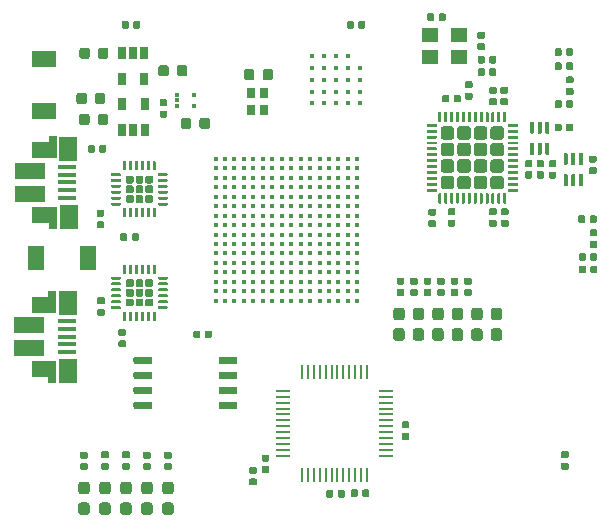
<source format=gtp>
G04 #@! TF.GenerationSoftware,KiCad,Pcbnew,5.1.5-52549c5~84~ubuntu18.04.1*
G04 #@! TF.CreationDate,2020-04-23T07:07:29+01:00*
G04 #@! TF.ProjectId,amalthea_rev0,616d616c-7468-4656-915f-726576302e6b,rev?*
G04 #@! TF.SameCoordinates,Original*
G04 #@! TF.FileFunction,Paste,Top*
G04 #@! TF.FilePolarity,Positive*
%FSLAX46Y46*%
G04 Gerber Fmt 4.6, Leading zero omitted, Abs format (unit mm)*
G04 Created by KiCad (PCBNEW 5.1.5-52549c5~84~ubuntu18.04.1) date 2020-04-23 07:07:29*
%MOMM*%
%LPD*%
G04 APERTURE LIST*
%ADD10R,0.450000X0.300000*%
%ADD11C,0.100000*%
%ADD12R,1.400000X1.200000*%
%ADD13C,0.400000*%
%ADD14C,0.410000*%
%ADD15R,0.650000X1.060000*%
%ADD16R,2.500000X1.430000*%
%ADD17R,1.650000X0.400000*%
%ADD18R,1.500000X2.000000*%
%ADD19R,0.700000X1.825000*%
%ADD20R,2.000000X1.350000*%
%ADD21R,1.300000X0.250000*%
%ADD22R,0.250000X1.300000*%
%ADD23R,2.100000X1.400000*%
%ADD24R,1.400000X2.100000*%
%ADD25R,0.800000X0.900000*%
G04 APERTURE END LIST*
D10*
X107450000Y-78450000D03*
X106050000Y-77950000D03*
X107450000Y-77450000D03*
X106050000Y-78450000D03*
X106050000Y-77450000D03*
D11*
G36*
X137496076Y-81550421D02*
G01*
X137504570Y-81551681D01*
X137512900Y-81553768D01*
X137520985Y-81556661D01*
X137528747Y-81560332D01*
X137536112Y-81564746D01*
X137543009Y-81569862D01*
X137549372Y-81575628D01*
X137555138Y-81581991D01*
X137560254Y-81588888D01*
X137564668Y-81596253D01*
X137568339Y-81604015D01*
X137571232Y-81612100D01*
X137573319Y-81620430D01*
X137574579Y-81628924D01*
X137575000Y-81637500D01*
X137575000Y-82462500D01*
X137574579Y-82471076D01*
X137573319Y-82479570D01*
X137571232Y-82487900D01*
X137568339Y-82495985D01*
X137564668Y-82503747D01*
X137560254Y-82511112D01*
X137555138Y-82518009D01*
X137549372Y-82524372D01*
X137543009Y-82530138D01*
X137536112Y-82535254D01*
X137528747Y-82539668D01*
X137520985Y-82543339D01*
X137512900Y-82546232D01*
X137504570Y-82548319D01*
X137496076Y-82549579D01*
X137487500Y-82550000D01*
X137312500Y-82550000D01*
X137303924Y-82549579D01*
X137295430Y-82548319D01*
X137287100Y-82546232D01*
X137279015Y-82543339D01*
X137271253Y-82539668D01*
X137263888Y-82535254D01*
X137256991Y-82530138D01*
X137250628Y-82524372D01*
X137244862Y-82518009D01*
X137239746Y-82511112D01*
X137235332Y-82503747D01*
X137231661Y-82495985D01*
X137228768Y-82487900D01*
X137226681Y-82479570D01*
X137225421Y-82471076D01*
X137225000Y-82462500D01*
X137225000Y-81637500D01*
X137225421Y-81628924D01*
X137226681Y-81620430D01*
X137228768Y-81612100D01*
X137231661Y-81604015D01*
X137235332Y-81596253D01*
X137239746Y-81588888D01*
X137244862Y-81581991D01*
X137250628Y-81575628D01*
X137256991Y-81569862D01*
X137263888Y-81564746D01*
X137271253Y-81560332D01*
X137279015Y-81556661D01*
X137287100Y-81553768D01*
X137295430Y-81551681D01*
X137303924Y-81550421D01*
X137312500Y-81550000D01*
X137487500Y-81550000D01*
X137496076Y-81550421D01*
G37*
G36*
X136846076Y-81550421D02*
G01*
X136854570Y-81551681D01*
X136862900Y-81553768D01*
X136870985Y-81556661D01*
X136878747Y-81560332D01*
X136886112Y-81564746D01*
X136893009Y-81569862D01*
X136899372Y-81575628D01*
X136905138Y-81581991D01*
X136910254Y-81588888D01*
X136914668Y-81596253D01*
X136918339Y-81604015D01*
X136921232Y-81612100D01*
X136923319Y-81620430D01*
X136924579Y-81628924D01*
X136925000Y-81637500D01*
X136925000Y-82462500D01*
X136924579Y-82471076D01*
X136923319Y-82479570D01*
X136921232Y-82487900D01*
X136918339Y-82495985D01*
X136914668Y-82503747D01*
X136910254Y-82511112D01*
X136905138Y-82518009D01*
X136899372Y-82524372D01*
X136893009Y-82530138D01*
X136886112Y-82535254D01*
X136878747Y-82539668D01*
X136870985Y-82543339D01*
X136862900Y-82546232D01*
X136854570Y-82548319D01*
X136846076Y-82549579D01*
X136837500Y-82550000D01*
X136662500Y-82550000D01*
X136653924Y-82549579D01*
X136645430Y-82548319D01*
X136637100Y-82546232D01*
X136629015Y-82543339D01*
X136621253Y-82539668D01*
X136613888Y-82535254D01*
X136606991Y-82530138D01*
X136600628Y-82524372D01*
X136594862Y-82518009D01*
X136589746Y-82511112D01*
X136585332Y-82503747D01*
X136581661Y-82495985D01*
X136578768Y-82487900D01*
X136576681Y-82479570D01*
X136575421Y-82471076D01*
X136575000Y-82462500D01*
X136575000Y-81637500D01*
X136575421Y-81628924D01*
X136576681Y-81620430D01*
X136578768Y-81612100D01*
X136581661Y-81604015D01*
X136585332Y-81596253D01*
X136589746Y-81588888D01*
X136594862Y-81581991D01*
X136600628Y-81575628D01*
X136606991Y-81569862D01*
X136613888Y-81564746D01*
X136621253Y-81560332D01*
X136629015Y-81556661D01*
X136637100Y-81553768D01*
X136645430Y-81551681D01*
X136653924Y-81550421D01*
X136662500Y-81550000D01*
X136837500Y-81550000D01*
X136846076Y-81550421D01*
G37*
G36*
X136196076Y-81550421D02*
G01*
X136204570Y-81551681D01*
X136212900Y-81553768D01*
X136220985Y-81556661D01*
X136228747Y-81560332D01*
X136236112Y-81564746D01*
X136243009Y-81569862D01*
X136249372Y-81575628D01*
X136255138Y-81581991D01*
X136260254Y-81588888D01*
X136264668Y-81596253D01*
X136268339Y-81604015D01*
X136271232Y-81612100D01*
X136273319Y-81620430D01*
X136274579Y-81628924D01*
X136275000Y-81637500D01*
X136275000Y-82462500D01*
X136274579Y-82471076D01*
X136273319Y-82479570D01*
X136271232Y-82487900D01*
X136268339Y-82495985D01*
X136264668Y-82503747D01*
X136260254Y-82511112D01*
X136255138Y-82518009D01*
X136249372Y-82524372D01*
X136243009Y-82530138D01*
X136236112Y-82535254D01*
X136228747Y-82539668D01*
X136220985Y-82543339D01*
X136212900Y-82546232D01*
X136204570Y-82548319D01*
X136196076Y-82549579D01*
X136187500Y-82550000D01*
X136012500Y-82550000D01*
X136003924Y-82549579D01*
X135995430Y-82548319D01*
X135987100Y-82546232D01*
X135979015Y-82543339D01*
X135971253Y-82539668D01*
X135963888Y-82535254D01*
X135956991Y-82530138D01*
X135950628Y-82524372D01*
X135944862Y-82518009D01*
X135939746Y-82511112D01*
X135935332Y-82503747D01*
X135931661Y-82495985D01*
X135928768Y-82487900D01*
X135926681Y-82479570D01*
X135925421Y-82471076D01*
X135925000Y-82462500D01*
X135925000Y-81637500D01*
X135925421Y-81628924D01*
X135926681Y-81620430D01*
X135928768Y-81612100D01*
X135931661Y-81604015D01*
X135935332Y-81596253D01*
X135939746Y-81588888D01*
X135944862Y-81581991D01*
X135950628Y-81575628D01*
X135956991Y-81569862D01*
X135963888Y-81564746D01*
X135971253Y-81560332D01*
X135979015Y-81556661D01*
X135987100Y-81553768D01*
X135995430Y-81551681D01*
X136003924Y-81550421D01*
X136012500Y-81550000D01*
X136187500Y-81550000D01*
X136196076Y-81550421D01*
G37*
G36*
X136196076Y-79750421D02*
G01*
X136204570Y-79751681D01*
X136212900Y-79753768D01*
X136220985Y-79756661D01*
X136228747Y-79760332D01*
X136236112Y-79764746D01*
X136243009Y-79769862D01*
X136249372Y-79775628D01*
X136255138Y-79781991D01*
X136260254Y-79788888D01*
X136264668Y-79796253D01*
X136268339Y-79804015D01*
X136271232Y-79812100D01*
X136273319Y-79820430D01*
X136274579Y-79828924D01*
X136275000Y-79837500D01*
X136275000Y-80662500D01*
X136274579Y-80671076D01*
X136273319Y-80679570D01*
X136271232Y-80687900D01*
X136268339Y-80695985D01*
X136264668Y-80703747D01*
X136260254Y-80711112D01*
X136255138Y-80718009D01*
X136249372Y-80724372D01*
X136243009Y-80730138D01*
X136236112Y-80735254D01*
X136228747Y-80739668D01*
X136220985Y-80743339D01*
X136212900Y-80746232D01*
X136204570Y-80748319D01*
X136196076Y-80749579D01*
X136187500Y-80750000D01*
X136012500Y-80750000D01*
X136003924Y-80749579D01*
X135995430Y-80748319D01*
X135987100Y-80746232D01*
X135979015Y-80743339D01*
X135971253Y-80739668D01*
X135963888Y-80735254D01*
X135956991Y-80730138D01*
X135950628Y-80724372D01*
X135944862Y-80718009D01*
X135939746Y-80711112D01*
X135935332Y-80703747D01*
X135931661Y-80695985D01*
X135928768Y-80687900D01*
X135926681Y-80679570D01*
X135925421Y-80671076D01*
X135925000Y-80662500D01*
X135925000Y-79837500D01*
X135925421Y-79828924D01*
X135926681Y-79820430D01*
X135928768Y-79812100D01*
X135931661Y-79804015D01*
X135935332Y-79796253D01*
X135939746Y-79788888D01*
X135944862Y-79781991D01*
X135950628Y-79775628D01*
X135956991Y-79769862D01*
X135963888Y-79764746D01*
X135971253Y-79760332D01*
X135979015Y-79756661D01*
X135987100Y-79753768D01*
X135995430Y-79751681D01*
X136003924Y-79750421D01*
X136012500Y-79750000D01*
X136187500Y-79750000D01*
X136196076Y-79750421D01*
G37*
G36*
X136846076Y-79750421D02*
G01*
X136854570Y-79751681D01*
X136862900Y-79753768D01*
X136870985Y-79756661D01*
X136878747Y-79760332D01*
X136886112Y-79764746D01*
X136893009Y-79769862D01*
X136899372Y-79775628D01*
X136905138Y-79781991D01*
X136910254Y-79788888D01*
X136914668Y-79796253D01*
X136918339Y-79804015D01*
X136921232Y-79812100D01*
X136923319Y-79820430D01*
X136924579Y-79828924D01*
X136925000Y-79837500D01*
X136925000Y-80662500D01*
X136924579Y-80671076D01*
X136923319Y-80679570D01*
X136921232Y-80687900D01*
X136918339Y-80695985D01*
X136914668Y-80703747D01*
X136910254Y-80711112D01*
X136905138Y-80718009D01*
X136899372Y-80724372D01*
X136893009Y-80730138D01*
X136886112Y-80735254D01*
X136878747Y-80739668D01*
X136870985Y-80743339D01*
X136862900Y-80746232D01*
X136854570Y-80748319D01*
X136846076Y-80749579D01*
X136837500Y-80750000D01*
X136662500Y-80750000D01*
X136653924Y-80749579D01*
X136645430Y-80748319D01*
X136637100Y-80746232D01*
X136629015Y-80743339D01*
X136621253Y-80739668D01*
X136613888Y-80735254D01*
X136606991Y-80730138D01*
X136600628Y-80724372D01*
X136594862Y-80718009D01*
X136589746Y-80711112D01*
X136585332Y-80703747D01*
X136581661Y-80695985D01*
X136578768Y-80687900D01*
X136576681Y-80679570D01*
X136575421Y-80671076D01*
X136575000Y-80662500D01*
X136575000Y-79837500D01*
X136575421Y-79828924D01*
X136576681Y-79820430D01*
X136578768Y-79812100D01*
X136581661Y-79804015D01*
X136585332Y-79796253D01*
X136589746Y-79788888D01*
X136594862Y-79781991D01*
X136600628Y-79775628D01*
X136606991Y-79769862D01*
X136613888Y-79764746D01*
X136621253Y-79760332D01*
X136629015Y-79756661D01*
X136637100Y-79753768D01*
X136645430Y-79751681D01*
X136653924Y-79750421D01*
X136662500Y-79750000D01*
X136837500Y-79750000D01*
X136846076Y-79750421D01*
G37*
G36*
X137496076Y-79750421D02*
G01*
X137504570Y-79751681D01*
X137512900Y-79753768D01*
X137520985Y-79756661D01*
X137528747Y-79760332D01*
X137536112Y-79764746D01*
X137543009Y-79769862D01*
X137549372Y-79775628D01*
X137555138Y-79781991D01*
X137560254Y-79788888D01*
X137564668Y-79796253D01*
X137568339Y-79804015D01*
X137571232Y-79812100D01*
X137573319Y-79820430D01*
X137574579Y-79828924D01*
X137575000Y-79837500D01*
X137575000Y-80662500D01*
X137574579Y-80671076D01*
X137573319Y-80679570D01*
X137571232Y-80687900D01*
X137568339Y-80695985D01*
X137564668Y-80703747D01*
X137560254Y-80711112D01*
X137555138Y-80718009D01*
X137549372Y-80724372D01*
X137543009Y-80730138D01*
X137536112Y-80735254D01*
X137528747Y-80739668D01*
X137520985Y-80743339D01*
X137512900Y-80746232D01*
X137504570Y-80748319D01*
X137496076Y-80749579D01*
X137487500Y-80750000D01*
X137312500Y-80750000D01*
X137303924Y-80749579D01*
X137295430Y-80748319D01*
X137287100Y-80746232D01*
X137279015Y-80743339D01*
X137271253Y-80739668D01*
X137263888Y-80735254D01*
X137256991Y-80730138D01*
X137250628Y-80724372D01*
X137244862Y-80718009D01*
X137239746Y-80711112D01*
X137235332Y-80703747D01*
X137231661Y-80695985D01*
X137228768Y-80687900D01*
X137226681Y-80679570D01*
X137225421Y-80671076D01*
X137225000Y-80662500D01*
X137225000Y-79837500D01*
X137225421Y-79828924D01*
X137226681Y-79820430D01*
X137228768Y-79812100D01*
X137231661Y-79804015D01*
X137235332Y-79796253D01*
X137239746Y-79788888D01*
X137244862Y-79781991D01*
X137250628Y-79775628D01*
X137256991Y-79769862D01*
X137263888Y-79764746D01*
X137271253Y-79760332D01*
X137279015Y-79756661D01*
X137287100Y-79753768D01*
X137295430Y-79751681D01*
X137303924Y-79750421D01*
X137312500Y-79750000D01*
X137487500Y-79750000D01*
X137496076Y-79750421D01*
G37*
G36*
X140346076Y-84200421D02*
G01*
X140354570Y-84201681D01*
X140362900Y-84203768D01*
X140370985Y-84206661D01*
X140378747Y-84210332D01*
X140386112Y-84214746D01*
X140393009Y-84219862D01*
X140399372Y-84225628D01*
X140405138Y-84231991D01*
X140410254Y-84238888D01*
X140414668Y-84246253D01*
X140418339Y-84254015D01*
X140421232Y-84262100D01*
X140423319Y-84270430D01*
X140424579Y-84278924D01*
X140425000Y-84287500D01*
X140425000Y-85112500D01*
X140424579Y-85121076D01*
X140423319Y-85129570D01*
X140421232Y-85137900D01*
X140418339Y-85145985D01*
X140414668Y-85153747D01*
X140410254Y-85161112D01*
X140405138Y-85168009D01*
X140399372Y-85174372D01*
X140393009Y-85180138D01*
X140386112Y-85185254D01*
X140378747Y-85189668D01*
X140370985Y-85193339D01*
X140362900Y-85196232D01*
X140354570Y-85198319D01*
X140346076Y-85199579D01*
X140337500Y-85200000D01*
X140162500Y-85200000D01*
X140153924Y-85199579D01*
X140145430Y-85198319D01*
X140137100Y-85196232D01*
X140129015Y-85193339D01*
X140121253Y-85189668D01*
X140113888Y-85185254D01*
X140106991Y-85180138D01*
X140100628Y-85174372D01*
X140094862Y-85168009D01*
X140089746Y-85161112D01*
X140085332Y-85153747D01*
X140081661Y-85145985D01*
X140078768Y-85137900D01*
X140076681Y-85129570D01*
X140075421Y-85121076D01*
X140075000Y-85112500D01*
X140075000Y-84287500D01*
X140075421Y-84278924D01*
X140076681Y-84270430D01*
X140078768Y-84262100D01*
X140081661Y-84254015D01*
X140085332Y-84246253D01*
X140089746Y-84238888D01*
X140094862Y-84231991D01*
X140100628Y-84225628D01*
X140106991Y-84219862D01*
X140113888Y-84214746D01*
X140121253Y-84210332D01*
X140129015Y-84206661D01*
X140137100Y-84203768D01*
X140145430Y-84201681D01*
X140153924Y-84200421D01*
X140162500Y-84200000D01*
X140337500Y-84200000D01*
X140346076Y-84200421D01*
G37*
G36*
X139696076Y-84200421D02*
G01*
X139704570Y-84201681D01*
X139712900Y-84203768D01*
X139720985Y-84206661D01*
X139728747Y-84210332D01*
X139736112Y-84214746D01*
X139743009Y-84219862D01*
X139749372Y-84225628D01*
X139755138Y-84231991D01*
X139760254Y-84238888D01*
X139764668Y-84246253D01*
X139768339Y-84254015D01*
X139771232Y-84262100D01*
X139773319Y-84270430D01*
X139774579Y-84278924D01*
X139775000Y-84287500D01*
X139775000Y-85112500D01*
X139774579Y-85121076D01*
X139773319Y-85129570D01*
X139771232Y-85137900D01*
X139768339Y-85145985D01*
X139764668Y-85153747D01*
X139760254Y-85161112D01*
X139755138Y-85168009D01*
X139749372Y-85174372D01*
X139743009Y-85180138D01*
X139736112Y-85185254D01*
X139728747Y-85189668D01*
X139720985Y-85193339D01*
X139712900Y-85196232D01*
X139704570Y-85198319D01*
X139696076Y-85199579D01*
X139687500Y-85200000D01*
X139512500Y-85200000D01*
X139503924Y-85199579D01*
X139495430Y-85198319D01*
X139487100Y-85196232D01*
X139479015Y-85193339D01*
X139471253Y-85189668D01*
X139463888Y-85185254D01*
X139456991Y-85180138D01*
X139450628Y-85174372D01*
X139444862Y-85168009D01*
X139439746Y-85161112D01*
X139435332Y-85153747D01*
X139431661Y-85145985D01*
X139428768Y-85137900D01*
X139426681Y-85129570D01*
X139425421Y-85121076D01*
X139425000Y-85112500D01*
X139425000Y-84287500D01*
X139425421Y-84278924D01*
X139426681Y-84270430D01*
X139428768Y-84262100D01*
X139431661Y-84254015D01*
X139435332Y-84246253D01*
X139439746Y-84238888D01*
X139444862Y-84231991D01*
X139450628Y-84225628D01*
X139456991Y-84219862D01*
X139463888Y-84214746D01*
X139471253Y-84210332D01*
X139479015Y-84206661D01*
X139487100Y-84203768D01*
X139495430Y-84201681D01*
X139503924Y-84200421D01*
X139512500Y-84200000D01*
X139687500Y-84200000D01*
X139696076Y-84200421D01*
G37*
G36*
X139046076Y-84200421D02*
G01*
X139054570Y-84201681D01*
X139062900Y-84203768D01*
X139070985Y-84206661D01*
X139078747Y-84210332D01*
X139086112Y-84214746D01*
X139093009Y-84219862D01*
X139099372Y-84225628D01*
X139105138Y-84231991D01*
X139110254Y-84238888D01*
X139114668Y-84246253D01*
X139118339Y-84254015D01*
X139121232Y-84262100D01*
X139123319Y-84270430D01*
X139124579Y-84278924D01*
X139125000Y-84287500D01*
X139125000Y-85112500D01*
X139124579Y-85121076D01*
X139123319Y-85129570D01*
X139121232Y-85137900D01*
X139118339Y-85145985D01*
X139114668Y-85153747D01*
X139110254Y-85161112D01*
X139105138Y-85168009D01*
X139099372Y-85174372D01*
X139093009Y-85180138D01*
X139086112Y-85185254D01*
X139078747Y-85189668D01*
X139070985Y-85193339D01*
X139062900Y-85196232D01*
X139054570Y-85198319D01*
X139046076Y-85199579D01*
X139037500Y-85200000D01*
X138862500Y-85200000D01*
X138853924Y-85199579D01*
X138845430Y-85198319D01*
X138837100Y-85196232D01*
X138829015Y-85193339D01*
X138821253Y-85189668D01*
X138813888Y-85185254D01*
X138806991Y-85180138D01*
X138800628Y-85174372D01*
X138794862Y-85168009D01*
X138789746Y-85161112D01*
X138785332Y-85153747D01*
X138781661Y-85145985D01*
X138778768Y-85137900D01*
X138776681Y-85129570D01*
X138775421Y-85121076D01*
X138775000Y-85112500D01*
X138775000Y-84287500D01*
X138775421Y-84278924D01*
X138776681Y-84270430D01*
X138778768Y-84262100D01*
X138781661Y-84254015D01*
X138785332Y-84246253D01*
X138789746Y-84238888D01*
X138794862Y-84231991D01*
X138800628Y-84225628D01*
X138806991Y-84219862D01*
X138813888Y-84214746D01*
X138821253Y-84210332D01*
X138829015Y-84206661D01*
X138837100Y-84203768D01*
X138845430Y-84201681D01*
X138853924Y-84200421D01*
X138862500Y-84200000D01*
X139037500Y-84200000D01*
X139046076Y-84200421D01*
G37*
G36*
X139046076Y-82400421D02*
G01*
X139054570Y-82401681D01*
X139062900Y-82403768D01*
X139070985Y-82406661D01*
X139078747Y-82410332D01*
X139086112Y-82414746D01*
X139093009Y-82419862D01*
X139099372Y-82425628D01*
X139105138Y-82431991D01*
X139110254Y-82438888D01*
X139114668Y-82446253D01*
X139118339Y-82454015D01*
X139121232Y-82462100D01*
X139123319Y-82470430D01*
X139124579Y-82478924D01*
X139125000Y-82487500D01*
X139125000Y-83312500D01*
X139124579Y-83321076D01*
X139123319Y-83329570D01*
X139121232Y-83337900D01*
X139118339Y-83345985D01*
X139114668Y-83353747D01*
X139110254Y-83361112D01*
X139105138Y-83368009D01*
X139099372Y-83374372D01*
X139093009Y-83380138D01*
X139086112Y-83385254D01*
X139078747Y-83389668D01*
X139070985Y-83393339D01*
X139062900Y-83396232D01*
X139054570Y-83398319D01*
X139046076Y-83399579D01*
X139037500Y-83400000D01*
X138862500Y-83400000D01*
X138853924Y-83399579D01*
X138845430Y-83398319D01*
X138837100Y-83396232D01*
X138829015Y-83393339D01*
X138821253Y-83389668D01*
X138813888Y-83385254D01*
X138806991Y-83380138D01*
X138800628Y-83374372D01*
X138794862Y-83368009D01*
X138789746Y-83361112D01*
X138785332Y-83353747D01*
X138781661Y-83345985D01*
X138778768Y-83337900D01*
X138776681Y-83329570D01*
X138775421Y-83321076D01*
X138775000Y-83312500D01*
X138775000Y-82487500D01*
X138775421Y-82478924D01*
X138776681Y-82470430D01*
X138778768Y-82462100D01*
X138781661Y-82454015D01*
X138785332Y-82446253D01*
X138789746Y-82438888D01*
X138794862Y-82431991D01*
X138800628Y-82425628D01*
X138806991Y-82419862D01*
X138813888Y-82414746D01*
X138821253Y-82410332D01*
X138829015Y-82406661D01*
X138837100Y-82403768D01*
X138845430Y-82401681D01*
X138853924Y-82400421D01*
X138862500Y-82400000D01*
X139037500Y-82400000D01*
X139046076Y-82400421D01*
G37*
G36*
X139696076Y-82400421D02*
G01*
X139704570Y-82401681D01*
X139712900Y-82403768D01*
X139720985Y-82406661D01*
X139728747Y-82410332D01*
X139736112Y-82414746D01*
X139743009Y-82419862D01*
X139749372Y-82425628D01*
X139755138Y-82431991D01*
X139760254Y-82438888D01*
X139764668Y-82446253D01*
X139768339Y-82454015D01*
X139771232Y-82462100D01*
X139773319Y-82470430D01*
X139774579Y-82478924D01*
X139775000Y-82487500D01*
X139775000Y-83312500D01*
X139774579Y-83321076D01*
X139773319Y-83329570D01*
X139771232Y-83337900D01*
X139768339Y-83345985D01*
X139764668Y-83353747D01*
X139760254Y-83361112D01*
X139755138Y-83368009D01*
X139749372Y-83374372D01*
X139743009Y-83380138D01*
X139736112Y-83385254D01*
X139728747Y-83389668D01*
X139720985Y-83393339D01*
X139712900Y-83396232D01*
X139704570Y-83398319D01*
X139696076Y-83399579D01*
X139687500Y-83400000D01*
X139512500Y-83400000D01*
X139503924Y-83399579D01*
X139495430Y-83398319D01*
X139487100Y-83396232D01*
X139479015Y-83393339D01*
X139471253Y-83389668D01*
X139463888Y-83385254D01*
X139456991Y-83380138D01*
X139450628Y-83374372D01*
X139444862Y-83368009D01*
X139439746Y-83361112D01*
X139435332Y-83353747D01*
X139431661Y-83345985D01*
X139428768Y-83337900D01*
X139426681Y-83329570D01*
X139425421Y-83321076D01*
X139425000Y-83312500D01*
X139425000Y-82487500D01*
X139425421Y-82478924D01*
X139426681Y-82470430D01*
X139428768Y-82462100D01*
X139431661Y-82454015D01*
X139435332Y-82446253D01*
X139439746Y-82438888D01*
X139444862Y-82431991D01*
X139450628Y-82425628D01*
X139456991Y-82419862D01*
X139463888Y-82414746D01*
X139471253Y-82410332D01*
X139479015Y-82406661D01*
X139487100Y-82403768D01*
X139495430Y-82401681D01*
X139503924Y-82400421D01*
X139512500Y-82400000D01*
X139687500Y-82400000D01*
X139696076Y-82400421D01*
G37*
G36*
X140346076Y-82400421D02*
G01*
X140354570Y-82401681D01*
X140362900Y-82403768D01*
X140370985Y-82406661D01*
X140378747Y-82410332D01*
X140386112Y-82414746D01*
X140393009Y-82419862D01*
X140399372Y-82425628D01*
X140405138Y-82431991D01*
X140410254Y-82438888D01*
X140414668Y-82446253D01*
X140418339Y-82454015D01*
X140421232Y-82462100D01*
X140423319Y-82470430D01*
X140424579Y-82478924D01*
X140425000Y-82487500D01*
X140425000Y-83312500D01*
X140424579Y-83321076D01*
X140423319Y-83329570D01*
X140421232Y-83337900D01*
X140418339Y-83345985D01*
X140414668Y-83353747D01*
X140410254Y-83361112D01*
X140405138Y-83368009D01*
X140399372Y-83374372D01*
X140393009Y-83380138D01*
X140386112Y-83385254D01*
X140378747Y-83389668D01*
X140370985Y-83393339D01*
X140362900Y-83396232D01*
X140354570Y-83398319D01*
X140346076Y-83399579D01*
X140337500Y-83400000D01*
X140162500Y-83400000D01*
X140153924Y-83399579D01*
X140145430Y-83398319D01*
X140137100Y-83396232D01*
X140129015Y-83393339D01*
X140121253Y-83389668D01*
X140113888Y-83385254D01*
X140106991Y-83380138D01*
X140100628Y-83374372D01*
X140094862Y-83368009D01*
X140089746Y-83361112D01*
X140085332Y-83353747D01*
X140081661Y-83345985D01*
X140078768Y-83337900D01*
X140076681Y-83329570D01*
X140075421Y-83321076D01*
X140075000Y-83312500D01*
X140075000Y-82487500D01*
X140075421Y-82478924D01*
X140076681Y-82470430D01*
X140078768Y-82462100D01*
X140081661Y-82454015D01*
X140085332Y-82446253D01*
X140089746Y-82438888D01*
X140094862Y-82431991D01*
X140100628Y-82425628D01*
X140106991Y-82419862D01*
X140113888Y-82414746D01*
X140121253Y-82410332D01*
X140129015Y-82406661D01*
X140137100Y-82403768D01*
X140145430Y-82401681D01*
X140153924Y-82400421D01*
X140162500Y-82400000D01*
X140337500Y-82400000D01*
X140346076Y-82400421D01*
G37*
G36*
X120891958Y-71230710D02*
G01*
X120906276Y-71232834D01*
X120920317Y-71236351D01*
X120933946Y-71241228D01*
X120947031Y-71247417D01*
X120959447Y-71254858D01*
X120971073Y-71263481D01*
X120981798Y-71273202D01*
X120991519Y-71283927D01*
X121000142Y-71295553D01*
X121007583Y-71307969D01*
X121013772Y-71321054D01*
X121018649Y-71334683D01*
X121022166Y-71348724D01*
X121024290Y-71363042D01*
X121025000Y-71377500D01*
X121025000Y-71722500D01*
X121024290Y-71736958D01*
X121022166Y-71751276D01*
X121018649Y-71765317D01*
X121013772Y-71778946D01*
X121007583Y-71792031D01*
X121000142Y-71804447D01*
X120991519Y-71816073D01*
X120981798Y-71826798D01*
X120971073Y-71836519D01*
X120959447Y-71845142D01*
X120947031Y-71852583D01*
X120933946Y-71858772D01*
X120920317Y-71863649D01*
X120906276Y-71867166D01*
X120891958Y-71869290D01*
X120877500Y-71870000D01*
X120582500Y-71870000D01*
X120568042Y-71869290D01*
X120553724Y-71867166D01*
X120539683Y-71863649D01*
X120526054Y-71858772D01*
X120512969Y-71852583D01*
X120500553Y-71845142D01*
X120488927Y-71836519D01*
X120478202Y-71826798D01*
X120468481Y-71816073D01*
X120459858Y-71804447D01*
X120452417Y-71792031D01*
X120446228Y-71778946D01*
X120441351Y-71765317D01*
X120437834Y-71751276D01*
X120435710Y-71736958D01*
X120435000Y-71722500D01*
X120435000Y-71377500D01*
X120435710Y-71363042D01*
X120437834Y-71348724D01*
X120441351Y-71334683D01*
X120446228Y-71321054D01*
X120452417Y-71307969D01*
X120459858Y-71295553D01*
X120468481Y-71283927D01*
X120478202Y-71273202D01*
X120488927Y-71263481D01*
X120500553Y-71254858D01*
X120512969Y-71247417D01*
X120526054Y-71241228D01*
X120539683Y-71236351D01*
X120553724Y-71232834D01*
X120568042Y-71230710D01*
X120582500Y-71230000D01*
X120877500Y-71230000D01*
X120891958Y-71230710D01*
G37*
G36*
X121861958Y-71230710D02*
G01*
X121876276Y-71232834D01*
X121890317Y-71236351D01*
X121903946Y-71241228D01*
X121917031Y-71247417D01*
X121929447Y-71254858D01*
X121941073Y-71263481D01*
X121951798Y-71273202D01*
X121961519Y-71283927D01*
X121970142Y-71295553D01*
X121977583Y-71307969D01*
X121983772Y-71321054D01*
X121988649Y-71334683D01*
X121992166Y-71348724D01*
X121994290Y-71363042D01*
X121995000Y-71377500D01*
X121995000Y-71722500D01*
X121994290Y-71736958D01*
X121992166Y-71751276D01*
X121988649Y-71765317D01*
X121983772Y-71778946D01*
X121977583Y-71792031D01*
X121970142Y-71804447D01*
X121961519Y-71816073D01*
X121951798Y-71826798D01*
X121941073Y-71836519D01*
X121929447Y-71845142D01*
X121917031Y-71852583D01*
X121903946Y-71858772D01*
X121890317Y-71863649D01*
X121876276Y-71867166D01*
X121861958Y-71869290D01*
X121847500Y-71870000D01*
X121552500Y-71870000D01*
X121538042Y-71869290D01*
X121523724Y-71867166D01*
X121509683Y-71863649D01*
X121496054Y-71858772D01*
X121482969Y-71852583D01*
X121470553Y-71845142D01*
X121458927Y-71836519D01*
X121448202Y-71826798D01*
X121438481Y-71816073D01*
X121429858Y-71804447D01*
X121422417Y-71792031D01*
X121416228Y-71778946D01*
X121411351Y-71765317D01*
X121407834Y-71751276D01*
X121405710Y-71736958D01*
X121405000Y-71722500D01*
X121405000Y-71377500D01*
X121405710Y-71363042D01*
X121407834Y-71348724D01*
X121411351Y-71334683D01*
X121416228Y-71321054D01*
X121422417Y-71307969D01*
X121429858Y-71295553D01*
X121438481Y-71283927D01*
X121448202Y-71273202D01*
X121458927Y-71263481D01*
X121470553Y-71254858D01*
X121482969Y-71247417D01*
X121496054Y-71241228D01*
X121509683Y-71236351D01*
X121523724Y-71232834D01*
X121538042Y-71230710D01*
X121552500Y-71230000D01*
X121847500Y-71230000D01*
X121861958Y-71230710D01*
G37*
G36*
X102796958Y-71230710D02*
G01*
X102811276Y-71232834D01*
X102825317Y-71236351D01*
X102838946Y-71241228D01*
X102852031Y-71247417D01*
X102864447Y-71254858D01*
X102876073Y-71263481D01*
X102886798Y-71273202D01*
X102896519Y-71283927D01*
X102905142Y-71295553D01*
X102912583Y-71307969D01*
X102918772Y-71321054D01*
X102923649Y-71334683D01*
X102927166Y-71348724D01*
X102929290Y-71363042D01*
X102930000Y-71377500D01*
X102930000Y-71722500D01*
X102929290Y-71736958D01*
X102927166Y-71751276D01*
X102923649Y-71765317D01*
X102918772Y-71778946D01*
X102912583Y-71792031D01*
X102905142Y-71804447D01*
X102896519Y-71816073D01*
X102886798Y-71826798D01*
X102876073Y-71836519D01*
X102864447Y-71845142D01*
X102852031Y-71852583D01*
X102838946Y-71858772D01*
X102825317Y-71863649D01*
X102811276Y-71867166D01*
X102796958Y-71869290D01*
X102782500Y-71870000D01*
X102487500Y-71870000D01*
X102473042Y-71869290D01*
X102458724Y-71867166D01*
X102444683Y-71863649D01*
X102431054Y-71858772D01*
X102417969Y-71852583D01*
X102405553Y-71845142D01*
X102393927Y-71836519D01*
X102383202Y-71826798D01*
X102373481Y-71816073D01*
X102364858Y-71804447D01*
X102357417Y-71792031D01*
X102351228Y-71778946D01*
X102346351Y-71765317D01*
X102342834Y-71751276D01*
X102340710Y-71736958D01*
X102340000Y-71722500D01*
X102340000Y-71377500D01*
X102340710Y-71363042D01*
X102342834Y-71348724D01*
X102346351Y-71334683D01*
X102351228Y-71321054D01*
X102357417Y-71307969D01*
X102364858Y-71295553D01*
X102373481Y-71283927D01*
X102383202Y-71273202D01*
X102393927Y-71263481D01*
X102405553Y-71254858D01*
X102417969Y-71247417D01*
X102431054Y-71241228D01*
X102444683Y-71236351D01*
X102458724Y-71232834D01*
X102473042Y-71230710D01*
X102487500Y-71230000D01*
X102782500Y-71230000D01*
X102796958Y-71230710D01*
G37*
G36*
X101826958Y-71230710D02*
G01*
X101841276Y-71232834D01*
X101855317Y-71236351D01*
X101868946Y-71241228D01*
X101882031Y-71247417D01*
X101894447Y-71254858D01*
X101906073Y-71263481D01*
X101916798Y-71273202D01*
X101926519Y-71283927D01*
X101935142Y-71295553D01*
X101942583Y-71307969D01*
X101948772Y-71321054D01*
X101953649Y-71334683D01*
X101957166Y-71348724D01*
X101959290Y-71363042D01*
X101960000Y-71377500D01*
X101960000Y-71722500D01*
X101959290Y-71736958D01*
X101957166Y-71751276D01*
X101953649Y-71765317D01*
X101948772Y-71778946D01*
X101942583Y-71792031D01*
X101935142Y-71804447D01*
X101926519Y-71816073D01*
X101916798Y-71826798D01*
X101906073Y-71836519D01*
X101894447Y-71845142D01*
X101882031Y-71852583D01*
X101868946Y-71858772D01*
X101855317Y-71863649D01*
X101841276Y-71867166D01*
X101826958Y-71869290D01*
X101812500Y-71870000D01*
X101517500Y-71870000D01*
X101503042Y-71869290D01*
X101488724Y-71867166D01*
X101474683Y-71863649D01*
X101461054Y-71858772D01*
X101447969Y-71852583D01*
X101435553Y-71845142D01*
X101423927Y-71836519D01*
X101413202Y-71826798D01*
X101403481Y-71816073D01*
X101394858Y-71804447D01*
X101387417Y-71792031D01*
X101381228Y-71778946D01*
X101376351Y-71765317D01*
X101372834Y-71751276D01*
X101370710Y-71736958D01*
X101370000Y-71722500D01*
X101370000Y-71377500D01*
X101370710Y-71363042D01*
X101372834Y-71348724D01*
X101376351Y-71334683D01*
X101381228Y-71321054D01*
X101387417Y-71307969D01*
X101394858Y-71295553D01*
X101403481Y-71283927D01*
X101413202Y-71273202D01*
X101423927Y-71263481D01*
X101435553Y-71254858D01*
X101447969Y-71247417D01*
X101461054Y-71241228D01*
X101474683Y-71236351D01*
X101488724Y-71232834D01*
X101503042Y-71230710D01*
X101517500Y-71230000D01*
X101812500Y-71230000D01*
X101826958Y-71230710D01*
G37*
G36*
X130936958Y-76320710D02*
G01*
X130951276Y-76322834D01*
X130965317Y-76326351D01*
X130978946Y-76331228D01*
X130992031Y-76337417D01*
X131004447Y-76344858D01*
X131016073Y-76353481D01*
X131026798Y-76363202D01*
X131036519Y-76373927D01*
X131045142Y-76385553D01*
X131052583Y-76397969D01*
X131058772Y-76411054D01*
X131063649Y-76424683D01*
X131067166Y-76438724D01*
X131069290Y-76453042D01*
X131070000Y-76467500D01*
X131070000Y-76762500D01*
X131069290Y-76776958D01*
X131067166Y-76791276D01*
X131063649Y-76805317D01*
X131058772Y-76818946D01*
X131052583Y-76832031D01*
X131045142Y-76844447D01*
X131036519Y-76856073D01*
X131026798Y-76866798D01*
X131016073Y-76876519D01*
X131004447Y-76885142D01*
X130992031Y-76892583D01*
X130978946Y-76898772D01*
X130965317Y-76903649D01*
X130951276Y-76907166D01*
X130936958Y-76909290D01*
X130922500Y-76910000D01*
X130577500Y-76910000D01*
X130563042Y-76909290D01*
X130548724Y-76907166D01*
X130534683Y-76903649D01*
X130521054Y-76898772D01*
X130507969Y-76892583D01*
X130495553Y-76885142D01*
X130483927Y-76876519D01*
X130473202Y-76866798D01*
X130463481Y-76856073D01*
X130454858Y-76844447D01*
X130447417Y-76832031D01*
X130441228Y-76818946D01*
X130436351Y-76805317D01*
X130432834Y-76791276D01*
X130430710Y-76776958D01*
X130430000Y-76762500D01*
X130430000Y-76467500D01*
X130430710Y-76453042D01*
X130432834Y-76438724D01*
X130436351Y-76424683D01*
X130441228Y-76411054D01*
X130447417Y-76397969D01*
X130454858Y-76385553D01*
X130463481Y-76373927D01*
X130473202Y-76363202D01*
X130483927Y-76353481D01*
X130495553Y-76344858D01*
X130507969Y-76337417D01*
X130521054Y-76331228D01*
X130534683Y-76326351D01*
X130548724Y-76322834D01*
X130563042Y-76320710D01*
X130577500Y-76320000D01*
X130922500Y-76320000D01*
X130936958Y-76320710D01*
G37*
G36*
X130936958Y-77290710D02*
G01*
X130951276Y-77292834D01*
X130965317Y-77296351D01*
X130978946Y-77301228D01*
X130992031Y-77307417D01*
X131004447Y-77314858D01*
X131016073Y-77323481D01*
X131026798Y-77333202D01*
X131036519Y-77343927D01*
X131045142Y-77355553D01*
X131052583Y-77367969D01*
X131058772Y-77381054D01*
X131063649Y-77394683D01*
X131067166Y-77408724D01*
X131069290Y-77423042D01*
X131070000Y-77437500D01*
X131070000Y-77732500D01*
X131069290Y-77746958D01*
X131067166Y-77761276D01*
X131063649Y-77775317D01*
X131058772Y-77788946D01*
X131052583Y-77802031D01*
X131045142Y-77814447D01*
X131036519Y-77826073D01*
X131026798Y-77836798D01*
X131016073Y-77846519D01*
X131004447Y-77855142D01*
X130992031Y-77862583D01*
X130978946Y-77868772D01*
X130965317Y-77873649D01*
X130951276Y-77877166D01*
X130936958Y-77879290D01*
X130922500Y-77880000D01*
X130577500Y-77880000D01*
X130563042Y-77879290D01*
X130548724Y-77877166D01*
X130534683Y-77873649D01*
X130521054Y-77868772D01*
X130507969Y-77862583D01*
X130495553Y-77855142D01*
X130483927Y-77846519D01*
X130473202Y-77836798D01*
X130463481Y-77826073D01*
X130454858Y-77814447D01*
X130447417Y-77802031D01*
X130441228Y-77788946D01*
X130436351Y-77775317D01*
X130432834Y-77761276D01*
X130430710Y-77746958D01*
X130430000Y-77732500D01*
X130430000Y-77437500D01*
X130430710Y-77423042D01*
X130432834Y-77408724D01*
X130436351Y-77394683D01*
X130441228Y-77381054D01*
X130447417Y-77367969D01*
X130454858Y-77355553D01*
X130463481Y-77343927D01*
X130473202Y-77333202D01*
X130483927Y-77323481D01*
X130495553Y-77314858D01*
X130507969Y-77307417D01*
X130521054Y-77301228D01*
X130534683Y-77296351D01*
X130548724Y-77292834D01*
X130563042Y-77290710D01*
X130577500Y-77290000D01*
X130922500Y-77290000D01*
X130936958Y-77290710D01*
G37*
G36*
X132946958Y-74180710D02*
G01*
X132961276Y-74182834D01*
X132975317Y-74186351D01*
X132988946Y-74191228D01*
X133002031Y-74197417D01*
X133014447Y-74204858D01*
X133026073Y-74213481D01*
X133036798Y-74223202D01*
X133046519Y-74233927D01*
X133055142Y-74245553D01*
X133062583Y-74257969D01*
X133068772Y-74271054D01*
X133073649Y-74284683D01*
X133077166Y-74298724D01*
X133079290Y-74313042D01*
X133080000Y-74327500D01*
X133080000Y-74672500D01*
X133079290Y-74686958D01*
X133077166Y-74701276D01*
X133073649Y-74715317D01*
X133068772Y-74728946D01*
X133062583Y-74742031D01*
X133055142Y-74754447D01*
X133046519Y-74766073D01*
X133036798Y-74776798D01*
X133026073Y-74786519D01*
X133014447Y-74795142D01*
X133002031Y-74802583D01*
X132988946Y-74808772D01*
X132975317Y-74813649D01*
X132961276Y-74817166D01*
X132946958Y-74819290D01*
X132932500Y-74820000D01*
X132637500Y-74820000D01*
X132623042Y-74819290D01*
X132608724Y-74817166D01*
X132594683Y-74813649D01*
X132581054Y-74808772D01*
X132567969Y-74802583D01*
X132555553Y-74795142D01*
X132543927Y-74786519D01*
X132533202Y-74776798D01*
X132523481Y-74766073D01*
X132514858Y-74754447D01*
X132507417Y-74742031D01*
X132501228Y-74728946D01*
X132496351Y-74715317D01*
X132492834Y-74701276D01*
X132490710Y-74686958D01*
X132490000Y-74672500D01*
X132490000Y-74327500D01*
X132490710Y-74313042D01*
X132492834Y-74298724D01*
X132496351Y-74284683D01*
X132501228Y-74271054D01*
X132507417Y-74257969D01*
X132514858Y-74245553D01*
X132523481Y-74233927D01*
X132533202Y-74223202D01*
X132543927Y-74213481D01*
X132555553Y-74204858D01*
X132567969Y-74197417D01*
X132581054Y-74191228D01*
X132594683Y-74186351D01*
X132608724Y-74182834D01*
X132623042Y-74180710D01*
X132637500Y-74180000D01*
X132932500Y-74180000D01*
X132946958Y-74180710D01*
G37*
G36*
X131976958Y-74180710D02*
G01*
X131991276Y-74182834D01*
X132005317Y-74186351D01*
X132018946Y-74191228D01*
X132032031Y-74197417D01*
X132044447Y-74204858D01*
X132056073Y-74213481D01*
X132066798Y-74223202D01*
X132076519Y-74233927D01*
X132085142Y-74245553D01*
X132092583Y-74257969D01*
X132098772Y-74271054D01*
X132103649Y-74284683D01*
X132107166Y-74298724D01*
X132109290Y-74313042D01*
X132110000Y-74327500D01*
X132110000Y-74672500D01*
X132109290Y-74686958D01*
X132107166Y-74701276D01*
X132103649Y-74715317D01*
X132098772Y-74728946D01*
X132092583Y-74742031D01*
X132085142Y-74754447D01*
X132076519Y-74766073D01*
X132066798Y-74776798D01*
X132056073Y-74786519D01*
X132044447Y-74795142D01*
X132032031Y-74802583D01*
X132018946Y-74808772D01*
X132005317Y-74813649D01*
X131991276Y-74817166D01*
X131976958Y-74819290D01*
X131962500Y-74820000D01*
X131667500Y-74820000D01*
X131653042Y-74819290D01*
X131638724Y-74817166D01*
X131624683Y-74813649D01*
X131611054Y-74808772D01*
X131597969Y-74802583D01*
X131585553Y-74795142D01*
X131573927Y-74786519D01*
X131563202Y-74776798D01*
X131553481Y-74766073D01*
X131544858Y-74754447D01*
X131537417Y-74742031D01*
X131531228Y-74728946D01*
X131526351Y-74715317D01*
X131522834Y-74701276D01*
X131520710Y-74686958D01*
X131520000Y-74672500D01*
X131520000Y-74327500D01*
X131520710Y-74313042D01*
X131522834Y-74298724D01*
X131526351Y-74284683D01*
X131531228Y-74271054D01*
X131537417Y-74257969D01*
X131544858Y-74245553D01*
X131553481Y-74233927D01*
X131563202Y-74223202D01*
X131573927Y-74213481D01*
X131585553Y-74204858D01*
X131597969Y-74197417D01*
X131611054Y-74191228D01*
X131624683Y-74186351D01*
X131638724Y-74182834D01*
X131653042Y-74180710D01*
X131667500Y-74180000D01*
X131962500Y-74180000D01*
X131976958Y-74180710D01*
G37*
G36*
X139446958Y-73530710D02*
G01*
X139461276Y-73532834D01*
X139475317Y-73536351D01*
X139488946Y-73541228D01*
X139502031Y-73547417D01*
X139514447Y-73554858D01*
X139526073Y-73563481D01*
X139536798Y-73573202D01*
X139546519Y-73583927D01*
X139555142Y-73595553D01*
X139562583Y-73607969D01*
X139568772Y-73621054D01*
X139573649Y-73634683D01*
X139577166Y-73648724D01*
X139579290Y-73663042D01*
X139580000Y-73677500D01*
X139580000Y-74022500D01*
X139579290Y-74036958D01*
X139577166Y-74051276D01*
X139573649Y-74065317D01*
X139568772Y-74078946D01*
X139562583Y-74092031D01*
X139555142Y-74104447D01*
X139546519Y-74116073D01*
X139536798Y-74126798D01*
X139526073Y-74136519D01*
X139514447Y-74145142D01*
X139502031Y-74152583D01*
X139488946Y-74158772D01*
X139475317Y-74163649D01*
X139461276Y-74167166D01*
X139446958Y-74169290D01*
X139432500Y-74170000D01*
X139137500Y-74170000D01*
X139123042Y-74169290D01*
X139108724Y-74167166D01*
X139094683Y-74163649D01*
X139081054Y-74158772D01*
X139067969Y-74152583D01*
X139055553Y-74145142D01*
X139043927Y-74136519D01*
X139033202Y-74126798D01*
X139023481Y-74116073D01*
X139014858Y-74104447D01*
X139007417Y-74092031D01*
X139001228Y-74078946D01*
X138996351Y-74065317D01*
X138992834Y-74051276D01*
X138990710Y-74036958D01*
X138990000Y-74022500D01*
X138990000Y-73677500D01*
X138990710Y-73663042D01*
X138992834Y-73648724D01*
X138996351Y-73634683D01*
X139001228Y-73621054D01*
X139007417Y-73607969D01*
X139014858Y-73595553D01*
X139023481Y-73583927D01*
X139033202Y-73573202D01*
X139043927Y-73563481D01*
X139055553Y-73554858D01*
X139067969Y-73547417D01*
X139081054Y-73541228D01*
X139094683Y-73536351D01*
X139108724Y-73532834D01*
X139123042Y-73530710D01*
X139137500Y-73530000D01*
X139432500Y-73530000D01*
X139446958Y-73530710D01*
G37*
G36*
X138476958Y-73530710D02*
G01*
X138491276Y-73532834D01*
X138505317Y-73536351D01*
X138518946Y-73541228D01*
X138532031Y-73547417D01*
X138544447Y-73554858D01*
X138556073Y-73563481D01*
X138566798Y-73573202D01*
X138576519Y-73583927D01*
X138585142Y-73595553D01*
X138592583Y-73607969D01*
X138598772Y-73621054D01*
X138603649Y-73634683D01*
X138607166Y-73648724D01*
X138609290Y-73663042D01*
X138610000Y-73677500D01*
X138610000Y-74022500D01*
X138609290Y-74036958D01*
X138607166Y-74051276D01*
X138603649Y-74065317D01*
X138598772Y-74078946D01*
X138592583Y-74092031D01*
X138585142Y-74104447D01*
X138576519Y-74116073D01*
X138566798Y-74126798D01*
X138556073Y-74136519D01*
X138544447Y-74145142D01*
X138532031Y-74152583D01*
X138518946Y-74158772D01*
X138505317Y-74163649D01*
X138491276Y-74167166D01*
X138476958Y-74169290D01*
X138462500Y-74170000D01*
X138167500Y-74170000D01*
X138153042Y-74169290D01*
X138138724Y-74167166D01*
X138124683Y-74163649D01*
X138111054Y-74158772D01*
X138097969Y-74152583D01*
X138085553Y-74145142D01*
X138073927Y-74136519D01*
X138063202Y-74126798D01*
X138053481Y-74116073D01*
X138044858Y-74104447D01*
X138037417Y-74092031D01*
X138031228Y-74078946D01*
X138026351Y-74065317D01*
X138022834Y-74051276D01*
X138020710Y-74036958D01*
X138020000Y-74022500D01*
X138020000Y-73677500D01*
X138020710Y-73663042D01*
X138022834Y-73648724D01*
X138026351Y-73634683D01*
X138031228Y-73621054D01*
X138037417Y-73607969D01*
X138044858Y-73595553D01*
X138053481Y-73583927D01*
X138063202Y-73573202D01*
X138073927Y-73563481D01*
X138085553Y-73554858D01*
X138097969Y-73547417D01*
X138111054Y-73541228D01*
X138124683Y-73536351D01*
X138138724Y-73532834D01*
X138153042Y-73530710D01*
X138167500Y-73530000D01*
X138462500Y-73530000D01*
X138476958Y-73530710D01*
G37*
G36*
X139486958Y-76890710D02*
G01*
X139501276Y-76892834D01*
X139515317Y-76896351D01*
X139528946Y-76901228D01*
X139542031Y-76907417D01*
X139554447Y-76914858D01*
X139566073Y-76923481D01*
X139576798Y-76933202D01*
X139586519Y-76943927D01*
X139595142Y-76955553D01*
X139602583Y-76967969D01*
X139608772Y-76981054D01*
X139613649Y-76994683D01*
X139617166Y-77008724D01*
X139619290Y-77023042D01*
X139620000Y-77037500D01*
X139620000Y-77332500D01*
X139619290Y-77346958D01*
X139617166Y-77361276D01*
X139613649Y-77375317D01*
X139608772Y-77388946D01*
X139602583Y-77402031D01*
X139595142Y-77414447D01*
X139586519Y-77426073D01*
X139576798Y-77436798D01*
X139566073Y-77446519D01*
X139554447Y-77455142D01*
X139542031Y-77462583D01*
X139528946Y-77468772D01*
X139515317Y-77473649D01*
X139501276Y-77477166D01*
X139486958Y-77479290D01*
X139472500Y-77480000D01*
X139127500Y-77480000D01*
X139113042Y-77479290D01*
X139098724Y-77477166D01*
X139084683Y-77473649D01*
X139071054Y-77468772D01*
X139057969Y-77462583D01*
X139045553Y-77455142D01*
X139033927Y-77446519D01*
X139023202Y-77436798D01*
X139013481Y-77426073D01*
X139004858Y-77414447D01*
X138997417Y-77402031D01*
X138991228Y-77388946D01*
X138986351Y-77375317D01*
X138982834Y-77361276D01*
X138980710Y-77346958D01*
X138980000Y-77332500D01*
X138980000Y-77037500D01*
X138980710Y-77023042D01*
X138982834Y-77008724D01*
X138986351Y-76994683D01*
X138991228Y-76981054D01*
X138997417Y-76967969D01*
X139004858Y-76955553D01*
X139013481Y-76943927D01*
X139023202Y-76933202D01*
X139033927Y-76923481D01*
X139045553Y-76914858D01*
X139057969Y-76907417D01*
X139071054Y-76901228D01*
X139084683Y-76896351D01*
X139098724Y-76892834D01*
X139113042Y-76890710D01*
X139127500Y-76890000D01*
X139472500Y-76890000D01*
X139486958Y-76890710D01*
G37*
G36*
X139486958Y-75920710D02*
G01*
X139501276Y-75922834D01*
X139515317Y-75926351D01*
X139528946Y-75931228D01*
X139542031Y-75937417D01*
X139554447Y-75944858D01*
X139566073Y-75953481D01*
X139576798Y-75963202D01*
X139586519Y-75973927D01*
X139595142Y-75985553D01*
X139602583Y-75997969D01*
X139608772Y-76011054D01*
X139613649Y-76024683D01*
X139617166Y-76038724D01*
X139619290Y-76053042D01*
X139620000Y-76067500D01*
X139620000Y-76362500D01*
X139619290Y-76376958D01*
X139617166Y-76391276D01*
X139613649Y-76405317D01*
X139608772Y-76418946D01*
X139602583Y-76432031D01*
X139595142Y-76444447D01*
X139586519Y-76456073D01*
X139576798Y-76466798D01*
X139566073Y-76476519D01*
X139554447Y-76485142D01*
X139542031Y-76492583D01*
X139528946Y-76498772D01*
X139515317Y-76503649D01*
X139501276Y-76507166D01*
X139486958Y-76509290D01*
X139472500Y-76510000D01*
X139127500Y-76510000D01*
X139113042Y-76509290D01*
X139098724Y-76507166D01*
X139084683Y-76503649D01*
X139071054Y-76498772D01*
X139057969Y-76492583D01*
X139045553Y-76485142D01*
X139033927Y-76476519D01*
X139023202Y-76466798D01*
X139013481Y-76456073D01*
X139004858Y-76444447D01*
X138997417Y-76432031D01*
X138991228Y-76418946D01*
X138986351Y-76405317D01*
X138982834Y-76391276D01*
X138980710Y-76376958D01*
X138980000Y-76362500D01*
X138980000Y-76067500D01*
X138980710Y-76053042D01*
X138982834Y-76038724D01*
X138986351Y-76024683D01*
X138991228Y-76011054D01*
X138997417Y-75997969D01*
X139004858Y-75985553D01*
X139013481Y-75973927D01*
X139023202Y-75963202D01*
X139033927Y-75953481D01*
X139045553Y-75944858D01*
X139057969Y-75937417D01*
X139071054Y-75931228D01*
X139084683Y-75926351D01*
X139098724Y-75922834D01*
X139113042Y-75920710D01*
X139127500Y-75920000D01*
X139472500Y-75920000D01*
X139486958Y-75920710D01*
G37*
G36*
X141496958Y-91930710D02*
G01*
X141511276Y-91932834D01*
X141525317Y-91936351D01*
X141538946Y-91941228D01*
X141552031Y-91947417D01*
X141564447Y-91954858D01*
X141576073Y-91963481D01*
X141586798Y-91973202D01*
X141596519Y-91983927D01*
X141605142Y-91995553D01*
X141612583Y-92007969D01*
X141618772Y-92021054D01*
X141623649Y-92034683D01*
X141627166Y-92048724D01*
X141629290Y-92063042D01*
X141630000Y-92077500D01*
X141630000Y-92422500D01*
X141629290Y-92436958D01*
X141627166Y-92451276D01*
X141623649Y-92465317D01*
X141618772Y-92478946D01*
X141612583Y-92492031D01*
X141605142Y-92504447D01*
X141596519Y-92516073D01*
X141586798Y-92526798D01*
X141576073Y-92536519D01*
X141564447Y-92545142D01*
X141552031Y-92552583D01*
X141538946Y-92558772D01*
X141525317Y-92563649D01*
X141511276Y-92567166D01*
X141496958Y-92569290D01*
X141482500Y-92570000D01*
X141187500Y-92570000D01*
X141173042Y-92569290D01*
X141158724Y-92567166D01*
X141144683Y-92563649D01*
X141131054Y-92558772D01*
X141117969Y-92552583D01*
X141105553Y-92545142D01*
X141093927Y-92536519D01*
X141083202Y-92526798D01*
X141073481Y-92516073D01*
X141064858Y-92504447D01*
X141057417Y-92492031D01*
X141051228Y-92478946D01*
X141046351Y-92465317D01*
X141042834Y-92451276D01*
X141040710Y-92436958D01*
X141040000Y-92422500D01*
X141040000Y-92077500D01*
X141040710Y-92063042D01*
X141042834Y-92048724D01*
X141046351Y-92034683D01*
X141051228Y-92021054D01*
X141057417Y-92007969D01*
X141064858Y-91995553D01*
X141073481Y-91983927D01*
X141083202Y-91973202D01*
X141093927Y-91963481D01*
X141105553Y-91954858D01*
X141117969Y-91947417D01*
X141131054Y-91941228D01*
X141144683Y-91936351D01*
X141158724Y-91932834D01*
X141173042Y-91930710D01*
X141187500Y-91930000D01*
X141482500Y-91930000D01*
X141496958Y-91930710D01*
G37*
G36*
X140526958Y-91930710D02*
G01*
X140541276Y-91932834D01*
X140555317Y-91936351D01*
X140568946Y-91941228D01*
X140582031Y-91947417D01*
X140594447Y-91954858D01*
X140606073Y-91963481D01*
X140616798Y-91973202D01*
X140626519Y-91983927D01*
X140635142Y-91995553D01*
X140642583Y-92007969D01*
X140648772Y-92021054D01*
X140653649Y-92034683D01*
X140657166Y-92048724D01*
X140659290Y-92063042D01*
X140660000Y-92077500D01*
X140660000Y-92422500D01*
X140659290Y-92436958D01*
X140657166Y-92451276D01*
X140653649Y-92465317D01*
X140648772Y-92478946D01*
X140642583Y-92492031D01*
X140635142Y-92504447D01*
X140626519Y-92516073D01*
X140616798Y-92526798D01*
X140606073Y-92536519D01*
X140594447Y-92545142D01*
X140582031Y-92552583D01*
X140568946Y-92558772D01*
X140555317Y-92563649D01*
X140541276Y-92567166D01*
X140526958Y-92569290D01*
X140512500Y-92570000D01*
X140217500Y-92570000D01*
X140203042Y-92569290D01*
X140188724Y-92567166D01*
X140174683Y-92563649D01*
X140161054Y-92558772D01*
X140147969Y-92552583D01*
X140135553Y-92545142D01*
X140123927Y-92536519D01*
X140113202Y-92526798D01*
X140103481Y-92516073D01*
X140094858Y-92504447D01*
X140087417Y-92492031D01*
X140081228Y-92478946D01*
X140076351Y-92465317D01*
X140072834Y-92451276D01*
X140070710Y-92436958D01*
X140070000Y-92422500D01*
X140070000Y-92077500D01*
X140070710Y-92063042D01*
X140072834Y-92048724D01*
X140076351Y-92034683D01*
X140081228Y-92021054D01*
X140087417Y-92007969D01*
X140094858Y-91995553D01*
X140103481Y-91983927D01*
X140113202Y-91973202D01*
X140123927Y-91963481D01*
X140135553Y-91954858D01*
X140147969Y-91947417D01*
X140161054Y-91941228D01*
X140174683Y-91936351D01*
X140188724Y-91932834D01*
X140203042Y-91930710D01*
X140217500Y-91930000D01*
X140512500Y-91930000D01*
X140526958Y-91930710D01*
G37*
G36*
X141486958Y-88870710D02*
G01*
X141501276Y-88872834D01*
X141515317Y-88876351D01*
X141528946Y-88881228D01*
X141542031Y-88887417D01*
X141554447Y-88894858D01*
X141566073Y-88903481D01*
X141576798Y-88913202D01*
X141586519Y-88923927D01*
X141595142Y-88935553D01*
X141602583Y-88947969D01*
X141608772Y-88961054D01*
X141613649Y-88974683D01*
X141617166Y-88988724D01*
X141619290Y-89003042D01*
X141620000Y-89017500D01*
X141620000Y-89312500D01*
X141619290Y-89326958D01*
X141617166Y-89341276D01*
X141613649Y-89355317D01*
X141608772Y-89368946D01*
X141602583Y-89382031D01*
X141595142Y-89394447D01*
X141586519Y-89406073D01*
X141576798Y-89416798D01*
X141566073Y-89426519D01*
X141554447Y-89435142D01*
X141542031Y-89442583D01*
X141528946Y-89448772D01*
X141515317Y-89453649D01*
X141501276Y-89457166D01*
X141486958Y-89459290D01*
X141472500Y-89460000D01*
X141127500Y-89460000D01*
X141113042Y-89459290D01*
X141098724Y-89457166D01*
X141084683Y-89453649D01*
X141071054Y-89448772D01*
X141057969Y-89442583D01*
X141045553Y-89435142D01*
X141033927Y-89426519D01*
X141023202Y-89416798D01*
X141013481Y-89406073D01*
X141004858Y-89394447D01*
X140997417Y-89382031D01*
X140991228Y-89368946D01*
X140986351Y-89355317D01*
X140982834Y-89341276D01*
X140980710Y-89326958D01*
X140980000Y-89312500D01*
X140980000Y-89017500D01*
X140980710Y-89003042D01*
X140982834Y-88988724D01*
X140986351Y-88974683D01*
X140991228Y-88961054D01*
X140997417Y-88947969D01*
X141004858Y-88935553D01*
X141013481Y-88923927D01*
X141023202Y-88913202D01*
X141033927Y-88903481D01*
X141045553Y-88894858D01*
X141057969Y-88887417D01*
X141071054Y-88881228D01*
X141084683Y-88876351D01*
X141098724Y-88872834D01*
X141113042Y-88870710D01*
X141127500Y-88870000D01*
X141472500Y-88870000D01*
X141486958Y-88870710D01*
G37*
G36*
X141486958Y-89840710D02*
G01*
X141501276Y-89842834D01*
X141515317Y-89846351D01*
X141528946Y-89851228D01*
X141542031Y-89857417D01*
X141554447Y-89864858D01*
X141566073Y-89873481D01*
X141576798Y-89883202D01*
X141586519Y-89893927D01*
X141595142Y-89905553D01*
X141602583Y-89917969D01*
X141608772Y-89931054D01*
X141613649Y-89944683D01*
X141617166Y-89958724D01*
X141619290Y-89973042D01*
X141620000Y-89987500D01*
X141620000Y-90282500D01*
X141619290Y-90296958D01*
X141617166Y-90311276D01*
X141613649Y-90325317D01*
X141608772Y-90338946D01*
X141602583Y-90352031D01*
X141595142Y-90364447D01*
X141586519Y-90376073D01*
X141576798Y-90386798D01*
X141566073Y-90396519D01*
X141554447Y-90405142D01*
X141542031Y-90412583D01*
X141528946Y-90418772D01*
X141515317Y-90423649D01*
X141501276Y-90427166D01*
X141486958Y-90429290D01*
X141472500Y-90430000D01*
X141127500Y-90430000D01*
X141113042Y-90429290D01*
X141098724Y-90427166D01*
X141084683Y-90423649D01*
X141071054Y-90418772D01*
X141057969Y-90412583D01*
X141045553Y-90405142D01*
X141033927Y-90396519D01*
X141023202Y-90386798D01*
X141013481Y-90376073D01*
X141004858Y-90364447D01*
X140997417Y-90352031D01*
X140991228Y-90338946D01*
X140986351Y-90325317D01*
X140982834Y-90311276D01*
X140980710Y-90296958D01*
X140980000Y-90282500D01*
X140980000Y-89987500D01*
X140980710Y-89973042D01*
X140982834Y-89958724D01*
X140986351Y-89944683D01*
X140991228Y-89931054D01*
X140997417Y-89917969D01*
X141004858Y-89905553D01*
X141013481Y-89893927D01*
X141023202Y-89883202D01*
X141033927Y-89873481D01*
X141045553Y-89864858D01*
X141057969Y-89857417D01*
X141071054Y-89851228D01*
X141084683Y-89846351D01*
X141098724Y-89842834D01*
X141113042Y-89840710D01*
X141127500Y-89840000D01*
X141472500Y-89840000D01*
X141486958Y-89840710D01*
G37*
G36*
X138036958Y-83005710D02*
G01*
X138051276Y-83007834D01*
X138065317Y-83011351D01*
X138078946Y-83016228D01*
X138092031Y-83022417D01*
X138104447Y-83029858D01*
X138116073Y-83038481D01*
X138126798Y-83048202D01*
X138136519Y-83058927D01*
X138145142Y-83070553D01*
X138152583Y-83082969D01*
X138158772Y-83096054D01*
X138163649Y-83109683D01*
X138167166Y-83123724D01*
X138169290Y-83138042D01*
X138170000Y-83152500D01*
X138170000Y-83447500D01*
X138169290Y-83461958D01*
X138167166Y-83476276D01*
X138163649Y-83490317D01*
X138158772Y-83503946D01*
X138152583Y-83517031D01*
X138145142Y-83529447D01*
X138136519Y-83541073D01*
X138126798Y-83551798D01*
X138116073Y-83561519D01*
X138104447Y-83570142D01*
X138092031Y-83577583D01*
X138078946Y-83583772D01*
X138065317Y-83588649D01*
X138051276Y-83592166D01*
X138036958Y-83594290D01*
X138022500Y-83595000D01*
X137677500Y-83595000D01*
X137663042Y-83594290D01*
X137648724Y-83592166D01*
X137634683Y-83588649D01*
X137621054Y-83583772D01*
X137607969Y-83577583D01*
X137595553Y-83570142D01*
X137583927Y-83561519D01*
X137573202Y-83551798D01*
X137563481Y-83541073D01*
X137554858Y-83529447D01*
X137547417Y-83517031D01*
X137541228Y-83503946D01*
X137536351Y-83490317D01*
X137532834Y-83476276D01*
X137530710Y-83461958D01*
X137530000Y-83447500D01*
X137530000Y-83152500D01*
X137530710Y-83138042D01*
X137532834Y-83123724D01*
X137536351Y-83109683D01*
X137541228Y-83096054D01*
X137547417Y-83082969D01*
X137554858Y-83070553D01*
X137563481Y-83058927D01*
X137573202Y-83048202D01*
X137583927Y-83038481D01*
X137595553Y-83029858D01*
X137607969Y-83022417D01*
X137621054Y-83016228D01*
X137634683Y-83011351D01*
X137648724Y-83007834D01*
X137663042Y-83005710D01*
X137677500Y-83005000D01*
X138022500Y-83005000D01*
X138036958Y-83005710D01*
G37*
G36*
X138036958Y-83975710D02*
G01*
X138051276Y-83977834D01*
X138065317Y-83981351D01*
X138078946Y-83986228D01*
X138092031Y-83992417D01*
X138104447Y-83999858D01*
X138116073Y-84008481D01*
X138126798Y-84018202D01*
X138136519Y-84028927D01*
X138145142Y-84040553D01*
X138152583Y-84052969D01*
X138158772Y-84066054D01*
X138163649Y-84079683D01*
X138167166Y-84093724D01*
X138169290Y-84108042D01*
X138170000Y-84122500D01*
X138170000Y-84417500D01*
X138169290Y-84431958D01*
X138167166Y-84446276D01*
X138163649Y-84460317D01*
X138158772Y-84473946D01*
X138152583Y-84487031D01*
X138145142Y-84499447D01*
X138136519Y-84511073D01*
X138126798Y-84521798D01*
X138116073Y-84531519D01*
X138104447Y-84540142D01*
X138092031Y-84547583D01*
X138078946Y-84553772D01*
X138065317Y-84558649D01*
X138051276Y-84562166D01*
X138036958Y-84564290D01*
X138022500Y-84565000D01*
X137677500Y-84565000D01*
X137663042Y-84564290D01*
X137648724Y-84562166D01*
X137634683Y-84558649D01*
X137621054Y-84553772D01*
X137607969Y-84547583D01*
X137595553Y-84540142D01*
X137583927Y-84531519D01*
X137573202Y-84521798D01*
X137563481Y-84511073D01*
X137554858Y-84499447D01*
X137547417Y-84487031D01*
X137541228Y-84473946D01*
X137536351Y-84460317D01*
X137532834Y-84446276D01*
X137530710Y-84431958D01*
X137530000Y-84417500D01*
X137530000Y-84122500D01*
X137530710Y-84108042D01*
X137532834Y-84093724D01*
X137536351Y-84079683D01*
X137541228Y-84066054D01*
X137547417Y-84052969D01*
X137554858Y-84040553D01*
X137563481Y-84028927D01*
X137573202Y-84018202D01*
X137583927Y-84008481D01*
X137595553Y-83999858D01*
X137607969Y-83992417D01*
X137621054Y-83986228D01*
X137634683Y-83981351D01*
X137648724Y-83977834D01*
X137663042Y-83975710D01*
X137677500Y-83975000D01*
X138022500Y-83975000D01*
X138036958Y-83975710D01*
G37*
G36*
X132986958Y-87070710D02*
G01*
X133001276Y-87072834D01*
X133015317Y-87076351D01*
X133028946Y-87081228D01*
X133042031Y-87087417D01*
X133054447Y-87094858D01*
X133066073Y-87103481D01*
X133076798Y-87113202D01*
X133086519Y-87123927D01*
X133095142Y-87135553D01*
X133102583Y-87147969D01*
X133108772Y-87161054D01*
X133113649Y-87174683D01*
X133117166Y-87188724D01*
X133119290Y-87203042D01*
X133120000Y-87217500D01*
X133120000Y-87512500D01*
X133119290Y-87526958D01*
X133117166Y-87541276D01*
X133113649Y-87555317D01*
X133108772Y-87568946D01*
X133102583Y-87582031D01*
X133095142Y-87594447D01*
X133086519Y-87606073D01*
X133076798Y-87616798D01*
X133066073Y-87626519D01*
X133054447Y-87635142D01*
X133042031Y-87642583D01*
X133028946Y-87648772D01*
X133015317Y-87653649D01*
X133001276Y-87657166D01*
X132986958Y-87659290D01*
X132972500Y-87660000D01*
X132627500Y-87660000D01*
X132613042Y-87659290D01*
X132598724Y-87657166D01*
X132584683Y-87653649D01*
X132571054Y-87648772D01*
X132557969Y-87642583D01*
X132545553Y-87635142D01*
X132533927Y-87626519D01*
X132523202Y-87616798D01*
X132513481Y-87606073D01*
X132504858Y-87594447D01*
X132497417Y-87582031D01*
X132491228Y-87568946D01*
X132486351Y-87555317D01*
X132482834Y-87541276D01*
X132480710Y-87526958D01*
X132480000Y-87512500D01*
X132480000Y-87217500D01*
X132480710Y-87203042D01*
X132482834Y-87188724D01*
X132486351Y-87174683D01*
X132491228Y-87161054D01*
X132497417Y-87147969D01*
X132504858Y-87135553D01*
X132513481Y-87123927D01*
X132523202Y-87113202D01*
X132533927Y-87103481D01*
X132545553Y-87094858D01*
X132557969Y-87087417D01*
X132571054Y-87081228D01*
X132584683Y-87076351D01*
X132598724Y-87072834D01*
X132613042Y-87070710D01*
X132627500Y-87070000D01*
X132972500Y-87070000D01*
X132986958Y-87070710D01*
G37*
G36*
X132986958Y-88040710D02*
G01*
X133001276Y-88042834D01*
X133015317Y-88046351D01*
X133028946Y-88051228D01*
X133042031Y-88057417D01*
X133054447Y-88064858D01*
X133066073Y-88073481D01*
X133076798Y-88083202D01*
X133086519Y-88093927D01*
X133095142Y-88105553D01*
X133102583Y-88117969D01*
X133108772Y-88131054D01*
X133113649Y-88144683D01*
X133117166Y-88158724D01*
X133119290Y-88173042D01*
X133120000Y-88187500D01*
X133120000Y-88482500D01*
X133119290Y-88496958D01*
X133117166Y-88511276D01*
X133113649Y-88525317D01*
X133108772Y-88538946D01*
X133102583Y-88552031D01*
X133095142Y-88564447D01*
X133086519Y-88576073D01*
X133076798Y-88586798D01*
X133066073Y-88596519D01*
X133054447Y-88605142D01*
X133042031Y-88612583D01*
X133028946Y-88618772D01*
X133015317Y-88623649D01*
X133001276Y-88627166D01*
X132986958Y-88629290D01*
X132972500Y-88630000D01*
X132627500Y-88630000D01*
X132613042Y-88629290D01*
X132598724Y-88627166D01*
X132584683Y-88623649D01*
X132571054Y-88618772D01*
X132557969Y-88612583D01*
X132545553Y-88605142D01*
X132533927Y-88596519D01*
X132523202Y-88586798D01*
X132513481Y-88576073D01*
X132504858Y-88564447D01*
X132497417Y-88552031D01*
X132491228Y-88538946D01*
X132486351Y-88525317D01*
X132482834Y-88511276D01*
X132480710Y-88496958D01*
X132480000Y-88482500D01*
X132480000Y-88187500D01*
X132480710Y-88173042D01*
X132482834Y-88158724D01*
X132486351Y-88144683D01*
X132491228Y-88131054D01*
X132497417Y-88117969D01*
X132504858Y-88105553D01*
X132513481Y-88093927D01*
X132523202Y-88083202D01*
X132533927Y-88073481D01*
X132545553Y-88064858D01*
X132557969Y-88057417D01*
X132571054Y-88051228D01*
X132584683Y-88046351D01*
X132598724Y-88042834D01*
X132613042Y-88040710D01*
X132627500Y-88040000D01*
X132972500Y-88040000D01*
X132986958Y-88040710D01*
G37*
G36*
X129486958Y-88040710D02*
G01*
X129501276Y-88042834D01*
X129515317Y-88046351D01*
X129528946Y-88051228D01*
X129542031Y-88057417D01*
X129554447Y-88064858D01*
X129566073Y-88073481D01*
X129576798Y-88083202D01*
X129586519Y-88093927D01*
X129595142Y-88105553D01*
X129602583Y-88117969D01*
X129608772Y-88131054D01*
X129613649Y-88144683D01*
X129617166Y-88158724D01*
X129619290Y-88173042D01*
X129620000Y-88187500D01*
X129620000Y-88482500D01*
X129619290Y-88496958D01*
X129617166Y-88511276D01*
X129613649Y-88525317D01*
X129608772Y-88538946D01*
X129602583Y-88552031D01*
X129595142Y-88564447D01*
X129586519Y-88576073D01*
X129576798Y-88586798D01*
X129566073Y-88596519D01*
X129554447Y-88605142D01*
X129542031Y-88612583D01*
X129528946Y-88618772D01*
X129515317Y-88623649D01*
X129501276Y-88627166D01*
X129486958Y-88629290D01*
X129472500Y-88630000D01*
X129127500Y-88630000D01*
X129113042Y-88629290D01*
X129098724Y-88627166D01*
X129084683Y-88623649D01*
X129071054Y-88618772D01*
X129057969Y-88612583D01*
X129045553Y-88605142D01*
X129033927Y-88596519D01*
X129023202Y-88586798D01*
X129013481Y-88576073D01*
X129004858Y-88564447D01*
X128997417Y-88552031D01*
X128991228Y-88538946D01*
X128986351Y-88525317D01*
X128982834Y-88511276D01*
X128980710Y-88496958D01*
X128980000Y-88482500D01*
X128980000Y-88187500D01*
X128980710Y-88173042D01*
X128982834Y-88158724D01*
X128986351Y-88144683D01*
X128991228Y-88131054D01*
X128997417Y-88117969D01*
X129004858Y-88105553D01*
X129013481Y-88093927D01*
X129023202Y-88083202D01*
X129033927Y-88073481D01*
X129045553Y-88064858D01*
X129057969Y-88057417D01*
X129071054Y-88051228D01*
X129084683Y-88046351D01*
X129098724Y-88042834D01*
X129113042Y-88040710D01*
X129127500Y-88040000D01*
X129472500Y-88040000D01*
X129486958Y-88040710D01*
G37*
G36*
X129486958Y-87070710D02*
G01*
X129501276Y-87072834D01*
X129515317Y-87076351D01*
X129528946Y-87081228D01*
X129542031Y-87087417D01*
X129554447Y-87094858D01*
X129566073Y-87103481D01*
X129576798Y-87113202D01*
X129586519Y-87123927D01*
X129595142Y-87135553D01*
X129602583Y-87147969D01*
X129608772Y-87161054D01*
X129613649Y-87174683D01*
X129617166Y-87188724D01*
X129619290Y-87203042D01*
X129620000Y-87217500D01*
X129620000Y-87512500D01*
X129619290Y-87526958D01*
X129617166Y-87541276D01*
X129613649Y-87555317D01*
X129608772Y-87568946D01*
X129602583Y-87582031D01*
X129595142Y-87594447D01*
X129586519Y-87606073D01*
X129576798Y-87616798D01*
X129566073Y-87626519D01*
X129554447Y-87635142D01*
X129542031Y-87642583D01*
X129528946Y-87648772D01*
X129515317Y-87653649D01*
X129501276Y-87657166D01*
X129486958Y-87659290D01*
X129472500Y-87660000D01*
X129127500Y-87660000D01*
X129113042Y-87659290D01*
X129098724Y-87657166D01*
X129084683Y-87653649D01*
X129071054Y-87648772D01*
X129057969Y-87642583D01*
X129045553Y-87635142D01*
X129033927Y-87626519D01*
X129023202Y-87616798D01*
X129013481Y-87606073D01*
X129004858Y-87594447D01*
X128997417Y-87582031D01*
X128991228Y-87568946D01*
X128986351Y-87555317D01*
X128982834Y-87541276D01*
X128980710Y-87526958D01*
X128980000Y-87512500D01*
X128980000Y-87217500D01*
X128980710Y-87203042D01*
X128982834Y-87188724D01*
X128986351Y-87174683D01*
X128991228Y-87161054D01*
X128997417Y-87147969D01*
X129004858Y-87135553D01*
X129013481Y-87123927D01*
X129023202Y-87113202D01*
X129033927Y-87103481D01*
X129045553Y-87094858D01*
X129057969Y-87087417D01*
X129071054Y-87081228D01*
X129084683Y-87076351D01*
X129098724Y-87072834D01*
X129113042Y-87070710D01*
X129127500Y-87070000D01*
X129472500Y-87070000D01*
X129486958Y-87070710D01*
G37*
G36*
X128961958Y-77480710D02*
G01*
X128976276Y-77482834D01*
X128990317Y-77486351D01*
X129003946Y-77491228D01*
X129017031Y-77497417D01*
X129029447Y-77504858D01*
X129041073Y-77513481D01*
X129051798Y-77523202D01*
X129061519Y-77533927D01*
X129070142Y-77545553D01*
X129077583Y-77557969D01*
X129083772Y-77571054D01*
X129088649Y-77584683D01*
X129092166Y-77598724D01*
X129094290Y-77613042D01*
X129095000Y-77627500D01*
X129095000Y-77972500D01*
X129094290Y-77986958D01*
X129092166Y-78001276D01*
X129088649Y-78015317D01*
X129083772Y-78028946D01*
X129077583Y-78042031D01*
X129070142Y-78054447D01*
X129061519Y-78066073D01*
X129051798Y-78076798D01*
X129041073Y-78086519D01*
X129029447Y-78095142D01*
X129017031Y-78102583D01*
X129003946Y-78108772D01*
X128990317Y-78113649D01*
X128976276Y-78117166D01*
X128961958Y-78119290D01*
X128947500Y-78120000D01*
X128652500Y-78120000D01*
X128638042Y-78119290D01*
X128623724Y-78117166D01*
X128609683Y-78113649D01*
X128596054Y-78108772D01*
X128582969Y-78102583D01*
X128570553Y-78095142D01*
X128558927Y-78086519D01*
X128548202Y-78076798D01*
X128538481Y-78066073D01*
X128529858Y-78054447D01*
X128522417Y-78042031D01*
X128516228Y-78028946D01*
X128511351Y-78015317D01*
X128507834Y-78001276D01*
X128505710Y-77986958D01*
X128505000Y-77972500D01*
X128505000Y-77627500D01*
X128505710Y-77613042D01*
X128507834Y-77598724D01*
X128511351Y-77584683D01*
X128516228Y-77571054D01*
X128522417Y-77557969D01*
X128529858Y-77545553D01*
X128538481Y-77533927D01*
X128548202Y-77523202D01*
X128558927Y-77513481D01*
X128570553Y-77504858D01*
X128582969Y-77497417D01*
X128596054Y-77491228D01*
X128609683Y-77486351D01*
X128623724Y-77482834D01*
X128638042Y-77480710D01*
X128652500Y-77480000D01*
X128947500Y-77480000D01*
X128961958Y-77480710D01*
G37*
G36*
X129931958Y-77480710D02*
G01*
X129946276Y-77482834D01*
X129960317Y-77486351D01*
X129973946Y-77491228D01*
X129987031Y-77497417D01*
X129999447Y-77504858D01*
X130011073Y-77513481D01*
X130021798Y-77523202D01*
X130031519Y-77533927D01*
X130040142Y-77545553D01*
X130047583Y-77557969D01*
X130053772Y-77571054D01*
X130058649Y-77584683D01*
X130062166Y-77598724D01*
X130064290Y-77613042D01*
X130065000Y-77627500D01*
X130065000Y-77972500D01*
X130064290Y-77986958D01*
X130062166Y-78001276D01*
X130058649Y-78015317D01*
X130053772Y-78028946D01*
X130047583Y-78042031D01*
X130040142Y-78054447D01*
X130031519Y-78066073D01*
X130021798Y-78076798D01*
X130011073Y-78086519D01*
X129999447Y-78095142D01*
X129987031Y-78102583D01*
X129973946Y-78108772D01*
X129960317Y-78113649D01*
X129946276Y-78117166D01*
X129931958Y-78119290D01*
X129917500Y-78120000D01*
X129622500Y-78120000D01*
X129608042Y-78119290D01*
X129593724Y-78117166D01*
X129579683Y-78113649D01*
X129566054Y-78108772D01*
X129552969Y-78102583D01*
X129540553Y-78095142D01*
X129528927Y-78086519D01*
X129518202Y-78076798D01*
X129508481Y-78066073D01*
X129499858Y-78054447D01*
X129492417Y-78042031D01*
X129486228Y-78028946D01*
X129481351Y-78015317D01*
X129477834Y-78001276D01*
X129475710Y-77986958D01*
X129475000Y-77972500D01*
X129475000Y-77627500D01*
X129475710Y-77613042D01*
X129477834Y-77598724D01*
X129481351Y-77584683D01*
X129486228Y-77571054D01*
X129492417Y-77557969D01*
X129499858Y-77545553D01*
X129508481Y-77533927D01*
X129518202Y-77523202D01*
X129528927Y-77513481D01*
X129540553Y-77504858D01*
X129552969Y-77497417D01*
X129566054Y-77491228D01*
X129579683Y-77486351D01*
X129593724Y-77482834D01*
X129608042Y-77480710D01*
X129622500Y-77480000D01*
X129917500Y-77480000D01*
X129931958Y-77480710D01*
G37*
G36*
X132986958Y-76805710D02*
G01*
X133001276Y-76807834D01*
X133015317Y-76811351D01*
X133028946Y-76816228D01*
X133042031Y-76822417D01*
X133054447Y-76829858D01*
X133066073Y-76838481D01*
X133076798Y-76848202D01*
X133086519Y-76858927D01*
X133095142Y-76870553D01*
X133102583Y-76882969D01*
X133108772Y-76896054D01*
X133113649Y-76909683D01*
X133117166Y-76923724D01*
X133119290Y-76938042D01*
X133120000Y-76952500D01*
X133120000Y-77247500D01*
X133119290Y-77261958D01*
X133117166Y-77276276D01*
X133113649Y-77290317D01*
X133108772Y-77303946D01*
X133102583Y-77317031D01*
X133095142Y-77329447D01*
X133086519Y-77341073D01*
X133076798Y-77351798D01*
X133066073Y-77361519D01*
X133054447Y-77370142D01*
X133042031Y-77377583D01*
X133028946Y-77383772D01*
X133015317Y-77388649D01*
X133001276Y-77392166D01*
X132986958Y-77394290D01*
X132972500Y-77395000D01*
X132627500Y-77395000D01*
X132613042Y-77394290D01*
X132598724Y-77392166D01*
X132584683Y-77388649D01*
X132571054Y-77383772D01*
X132557969Y-77377583D01*
X132545553Y-77370142D01*
X132533927Y-77361519D01*
X132523202Y-77351798D01*
X132513481Y-77341073D01*
X132504858Y-77329447D01*
X132497417Y-77317031D01*
X132491228Y-77303946D01*
X132486351Y-77290317D01*
X132482834Y-77276276D01*
X132480710Y-77261958D01*
X132480000Y-77247500D01*
X132480000Y-76952500D01*
X132480710Y-76938042D01*
X132482834Y-76923724D01*
X132486351Y-76909683D01*
X132491228Y-76896054D01*
X132497417Y-76882969D01*
X132504858Y-76870553D01*
X132513481Y-76858927D01*
X132523202Y-76848202D01*
X132533927Y-76838481D01*
X132545553Y-76829858D01*
X132557969Y-76822417D01*
X132571054Y-76816228D01*
X132584683Y-76811351D01*
X132598724Y-76807834D01*
X132613042Y-76805710D01*
X132627500Y-76805000D01*
X132972500Y-76805000D01*
X132986958Y-76805710D01*
G37*
G36*
X132986958Y-77775710D02*
G01*
X133001276Y-77777834D01*
X133015317Y-77781351D01*
X133028946Y-77786228D01*
X133042031Y-77792417D01*
X133054447Y-77799858D01*
X133066073Y-77808481D01*
X133076798Y-77818202D01*
X133086519Y-77828927D01*
X133095142Y-77840553D01*
X133102583Y-77852969D01*
X133108772Y-77866054D01*
X133113649Y-77879683D01*
X133117166Y-77893724D01*
X133119290Y-77908042D01*
X133120000Y-77922500D01*
X133120000Y-78217500D01*
X133119290Y-78231958D01*
X133117166Y-78246276D01*
X133113649Y-78260317D01*
X133108772Y-78273946D01*
X133102583Y-78287031D01*
X133095142Y-78299447D01*
X133086519Y-78311073D01*
X133076798Y-78321798D01*
X133066073Y-78331519D01*
X133054447Y-78340142D01*
X133042031Y-78347583D01*
X133028946Y-78353772D01*
X133015317Y-78358649D01*
X133001276Y-78362166D01*
X132986958Y-78364290D01*
X132972500Y-78365000D01*
X132627500Y-78365000D01*
X132613042Y-78364290D01*
X132598724Y-78362166D01*
X132584683Y-78358649D01*
X132571054Y-78353772D01*
X132557969Y-78347583D01*
X132545553Y-78340142D01*
X132533927Y-78331519D01*
X132523202Y-78321798D01*
X132513481Y-78311073D01*
X132504858Y-78299447D01*
X132497417Y-78287031D01*
X132491228Y-78273946D01*
X132486351Y-78260317D01*
X132482834Y-78246276D01*
X132480710Y-78231958D01*
X132480000Y-78217500D01*
X132480000Y-77922500D01*
X132480710Y-77908042D01*
X132482834Y-77893724D01*
X132486351Y-77879683D01*
X132491228Y-77866054D01*
X132497417Y-77852969D01*
X132504858Y-77840553D01*
X132513481Y-77828927D01*
X132523202Y-77818202D01*
X132533927Y-77808481D01*
X132545553Y-77799858D01*
X132557969Y-77792417D01*
X132571054Y-77786228D01*
X132584683Y-77781351D01*
X132598724Y-77777834D01*
X132613042Y-77775710D01*
X132627500Y-77775000D01*
X132972500Y-77775000D01*
X132986958Y-77775710D01*
G37*
G36*
X127836958Y-88075710D02*
G01*
X127851276Y-88077834D01*
X127865317Y-88081351D01*
X127878946Y-88086228D01*
X127892031Y-88092417D01*
X127904447Y-88099858D01*
X127916073Y-88108481D01*
X127926798Y-88118202D01*
X127936519Y-88128927D01*
X127945142Y-88140553D01*
X127952583Y-88152969D01*
X127958772Y-88166054D01*
X127963649Y-88179683D01*
X127967166Y-88193724D01*
X127969290Y-88208042D01*
X127970000Y-88222500D01*
X127970000Y-88517500D01*
X127969290Y-88531958D01*
X127967166Y-88546276D01*
X127963649Y-88560317D01*
X127958772Y-88573946D01*
X127952583Y-88587031D01*
X127945142Y-88599447D01*
X127936519Y-88611073D01*
X127926798Y-88621798D01*
X127916073Y-88631519D01*
X127904447Y-88640142D01*
X127892031Y-88647583D01*
X127878946Y-88653772D01*
X127865317Y-88658649D01*
X127851276Y-88662166D01*
X127836958Y-88664290D01*
X127822500Y-88665000D01*
X127477500Y-88665000D01*
X127463042Y-88664290D01*
X127448724Y-88662166D01*
X127434683Y-88658649D01*
X127421054Y-88653772D01*
X127407969Y-88647583D01*
X127395553Y-88640142D01*
X127383927Y-88631519D01*
X127373202Y-88621798D01*
X127363481Y-88611073D01*
X127354858Y-88599447D01*
X127347417Y-88587031D01*
X127341228Y-88573946D01*
X127336351Y-88560317D01*
X127332834Y-88546276D01*
X127330710Y-88531958D01*
X127330000Y-88517500D01*
X127330000Y-88222500D01*
X127330710Y-88208042D01*
X127332834Y-88193724D01*
X127336351Y-88179683D01*
X127341228Y-88166054D01*
X127347417Y-88152969D01*
X127354858Y-88140553D01*
X127363481Y-88128927D01*
X127373202Y-88118202D01*
X127383927Y-88108481D01*
X127395553Y-88099858D01*
X127407969Y-88092417D01*
X127421054Y-88086228D01*
X127434683Y-88081351D01*
X127448724Y-88077834D01*
X127463042Y-88075710D01*
X127477500Y-88075000D01*
X127822500Y-88075000D01*
X127836958Y-88075710D01*
G37*
G36*
X127836958Y-87105710D02*
G01*
X127851276Y-87107834D01*
X127865317Y-87111351D01*
X127878946Y-87116228D01*
X127892031Y-87122417D01*
X127904447Y-87129858D01*
X127916073Y-87138481D01*
X127926798Y-87148202D01*
X127936519Y-87158927D01*
X127945142Y-87170553D01*
X127952583Y-87182969D01*
X127958772Y-87196054D01*
X127963649Y-87209683D01*
X127967166Y-87223724D01*
X127969290Y-87238042D01*
X127970000Y-87252500D01*
X127970000Y-87547500D01*
X127969290Y-87561958D01*
X127967166Y-87576276D01*
X127963649Y-87590317D01*
X127958772Y-87603946D01*
X127952583Y-87617031D01*
X127945142Y-87629447D01*
X127936519Y-87641073D01*
X127926798Y-87651798D01*
X127916073Y-87661519D01*
X127904447Y-87670142D01*
X127892031Y-87677583D01*
X127878946Y-87683772D01*
X127865317Y-87688649D01*
X127851276Y-87692166D01*
X127836958Y-87694290D01*
X127822500Y-87695000D01*
X127477500Y-87695000D01*
X127463042Y-87694290D01*
X127448724Y-87692166D01*
X127434683Y-87688649D01*
X127421054Y-87683772D01*
X127407969Y-87677583D01*
X127395553Y-87670142D01*
X127383927Y-87661519D01*
X127373202Y-87651798D01*
X127363481Y-87641073D01*
X127354858Y-87629447D01*
X127347417Y-87617031D01*
X127341228Y-87603946D01*
X127336351Y-87590317D01*
X127332834Y-87576276D01*
X127330710Y-87561958D01*
X127330000Y-87547500D01*
X127330000Y-87252500D01*
X127330710Y-87238042D01*
X127332834Y-87223724D01*
X127336351Y-87209683D01*
X127341228Y-87196054D01*
X127347417Y-87182969D01*
X127354858Y-87170553D01*
X127363481Y-87158927D01*
X127373202Y-87148202D01*
X127383927Y-87138481D01*
X127395553Y-87129858D01*
X127407969Y-87122417D01*
X127421054Y-87116228D01*
X127434683Y-87111351D01*
X127448724Y-87107834D01*
X127463042Y-87105710D01*
X127477500Y-87105000D01*
X127822500Y-87105000D01*
X127836958Y-87105710D01*
G37*
G36*
X132946958Y-75230710D02*
G01*
X132961276Y-75232834D01*
X132975317Y-75236351D01*
X132988946Y-75241228D01*
X133002031Y-75247417D01*
X133014447Y-75254858D01*
X133026073Y-75263481D01*
X133036798Y-75273202D01*
X133046519Y-75283927D01*
X133055142Y-75295553D01*
X133062583Y-75307969D01*
X133068772Y-75321054D01*
X133073649Y-75334683D01*
X133077166Y-75348724D01*
X133079290Y-75363042D01*
X133080000Y-75377500D01*
X133080000Y-75722500D01*
X133079290Y-75736958D01*
X133077166Y-75751276D01*
X133073649Y-75765317D01*
X133068772Y-75778946D01*
X133062583Y-75792031D01*
X133055142Y-75804447D01*
X133046519Y-75816073D01*
X133036798Y-75826798D01*
X133026073Y-75836519D01*
X133014447Y-75845142D01*
X133002031Y-75852583D01*
X132988946Y-75858772D01*
X132975317Y-75863649D01*
X132961276Y-75867166D01*
X132946958Y-75869290D01*
X132932500Y-75870000D01*
X132637500Y-75870000D01*
X132623042Y-75869290D01*
X132608724Y-75867166D01*
X132594683Y-75863649D01*
X132581054Y-75858772D01*
X132567969Y-75852583D01*
X132555553Y-75845142D01*
X132543927Y-75836519D01*
X132533202Y-75826798D01*
X132523481Y-75816073D01*
X132514858Y-75804447D01*
X132507417Y-75792031D01*
X132501228Y-75778946D01*
X132496351Y-75765317D01*
X132492834Y-75751276D01*
X132490710Y-75736958D01*
X132490000Y-75722500D01*
X132490000Y-75377500D01*
X132490710Y-75363042D01*
X132492834Y-75348724D01*
X132496351Y-75334683D01*
X132501228Y-75321054D01*
X132507417Y-75307969D01*
X132514858Y-75295553D01*
X132523481Y-75283927D01*
X132533202Y-75273202D01*
X132543927Y-75263481D01*
X132555553Y-75254858D01*
X132567969Y-75247417D01*
X132581054Y-75241228D01*
X132594683Y-75236351D01*
X132608724Y-75232834D01*
X132623042Y-75230710D01*
X132637500Y-75230000D01*
X132932500Y-75230000D01*
X132946958Y-75230710D01*
G37*
G36*
X131976958Y-75230710D02*
G01*
X131991276Y-75232834D01*
X132005317Y-75236351D01*
X132018946Y-75241228D01*
X132032031Y-75247417D01*
X132044447Y-75254858D01*
X132056073Y-75263481D01*
X132066798Y-75273202D01*
X132076519Y-75283927D01*
X132085142Y-75295553D01*
X132092583Y-75307969D01*
X132098772Y-75321054D01*
X132103649Y-75334683D01*
X132107166Y-75348724D01*
X132109290Y-75363042D01*
X132110000Y-75377500D01*
X132110000Y-75722500D01*
X132109290Y-75736958D01*
X132107166Y-75751276D01*
X132103649Y-75765317D01*
X132098772Y-75778946D01*
X132092583Y-75792031D01*
X132085142Y-75804447D01*
X132076519Y-75816073D01*
X132066798Y-75826798D01*
X132056073Y-75836519D01*
X132044447Y-75845142D01*
X132032031Y-75852583D01*
X132018946Y-75858772D01*
X132005317Y-75863649D01*
X131991276Y-75867166D01*
X131976958Y-75869290D01*
X131962500Y-75870000D01*
X131667500Y-75870000D01*
X131653042Y-75869290D01*
X131638724Y-75867166D01*
X131624683Y-75863649D01*
X131611054Y-75858772D01*
X131597969Y-75852583D01*
X131585553Y-75845142D01*
X131573927Y-75836519D01*
X131563202Y-75826798D01*
X131553481Y-75816073D01*
X131544858Y-75804447D01*
X131537417Y-75792031D01*
X131531228Y-75778946D01*
X131526351Y-75765317D01*
X131522834Y-75751276D01*
X131520710Y-75736958D01*
X131520000Y-75722500D01*
X131520000Y-75377500D01*
X131520710Y-75363042D01*
X131522834Y-75348724D01*
X131526351Y-75334683D01*
X131531228Y-75321054D01*
X131537417Y-75307969D01*
X131544858Y-75295553D01*
X131553481Y-75283927D01*
X131563202Y-75273202D01*
X131573927Y-75263481D01*
X131585553Y-75254858D01*
X131597969Y-75247417D01*
X131611054Y-75241228D01*
X131624683Y-75236351D01*
X131638724Y-75232834D01*
X131653042Y-75230710D01*
X131667500Y-75230000D01*
X131962500Y-75230000D01*
X131976958Y-75230710D01*
G37*
G36*
X128661958Y-70580710D02*
G01*
X128676276Y-70582834D01*
X128690317Y-70586351D01*
X128703946Y-70591228D01*
X128717031Y-70597417D01*
X128729447Y-70604858D01*
X128741073Y-70613481D01*
X128751798Y-70623202D01*
X128761519Y-70633927D01*
X128770142Y-70645553D01*
X128777583Y-70657969D01*
X128783772Y-70671054D01*
X128788649Y-70684683D01*
X128792166Y-70698724D01*
X128794290Y-70713042D01*
X128795000Y-70727500D01*
X128795000Y-71072500D01*
X128794290Y-71086958D01*
X128792166Y-71101276D01*
X128788649Y-71115317D01*
X128783772Y-71128946D01*
X128777583Y-71142031D01*
X128770142Y-71154447D01*
X128761519Y-71166073D01*
X128751798Y-71176798D01*
X128741073Y-71186519D01*
X128729447Y-71195142D01*
X128717031Y-71202583D01*
X128703946Y-71208772D01*
X128690317Y-71213649D01*
X128676276Y-71217166D01*
X128661958Y-71219290D01*
X128647500Y-71220000D01*
X128352500Y-71220000D01*
X128338042Y-71219290D01*
X128323724Y-71217166D01*
X128309683Y-71213649D01*
X128296054Y-71208772D01*
X128282969Y-71202583D01*
X128270553Y-71195142D01*
X128258927Y-71186519D01*
X128248202Y-71176798D01*
X128238481Y-71166073D01*
X128229858Y-71154447D01*
X128222417Y-71142031D01*
X128216228Y-71128946D01*
X128211351Y-71115317D01*
X128207834Y-71101276D01*
X128205710Y-71086958D01*
X128205000Y-71072500D01*
X128205000Y-70727500D01*
X128205710Y-70713042D01*
X128207834Y-70698724D01*
X128211351Y-70684683D01*
X128216228Y-70671054D01*
X128222417Y-70657969D01*
X128229858Y-70645553D01*
X128238481Y-70633927D01*
X128248202Y-70623202D01*
X128258927Y-70613481D01*
X128270553Y-70604858D01*
X128282969Y-70597417D01*
X128296054Y-70591228D01*
X128309683Y-70586351D01*
X128323724Y-70582834D01*
X128338042Y-70580710D01*
X128352500Y-70580000D01*
X128647500Y-70580000D01*
X128661958Y-70580710D01*
G37*
G36*
X127691958Y-70580710D02*
G01*
X127706276Y-70582834D01*
X127720317Y-70586351D01*
X127733946Y-70591228D01*
X127747031Y-70597417D01*
X127759447Y-70604858D01*
X127771073Y-70613481D01*
X127781798Y-70623202D01*
X127791519Y-70633927D01*
X127800142Y-70645553D01*
X127807583Y-70657969D01*
X127813772Y-70671054D01*
X127818649Y-70684683D01*
X127822166Y-70698724D01*
X127824290Y-70713042D01*
X127825000Y-70727500D01*
X127825000Y-71072500D01*
X127824290Y-71086958D01*
X127822166Y-71101276D01*
X127818649Y-71115317D01*
X127813772Y-71128946D01*
X127807583Y-71142031D01*
X127800142Y-71154447D01*
X127791519Y-71166073D01*
X127781798Y-71176798D01*
X127771073Y-71186519D01*
X127759447Y-71195142D01*
X127747031Y-71202583D01*
X127733946Y-71208772D01*
X127720317Y-71213649D01*
X127706276Y-71217166D01*
X127691958Y-71219290D01*
X127677500Y-71220000D01*
X127382500Y-71220000D01*
X127368042Y-71219290D01*
X127353724Y-71217166D01*
X127339683Y-71213649D01*
X127326054Y-71208772D01*
X127312969Y-71202583D01*
X127300553Y-71195142D01*
X127288927Y-71186519D01*
X127278202Y-71176798D01*
X127268481Y-71166073D01*
X127259858Y-71154447D01*
X127252417Y-71142031D01*
X127246228Y-71128946D01*
X127241351Y-71115317D01*
X127237834Y-71101276D01*
X127235710Y-71086958D01*
X127235000Y-71072500D01*
X127235000Y-70727500D01*
X127235710Y-70713042D01*
X127237834Y-70698724D01*
X127241351Y-70684683D01*
X127246228Y-70671054D01*
X127252417Y-70657969D01*
X127259858Y-70645553D01*
X127268481Y-70633927D01*
X127278202Y-70623202D01*
X127288927Y-70613481D01*
X127300553Y-70604858D01*
X127312969Y-70597417D01*
X127326054Y-70591228D01*
X127339683Y-70586351D01*
X127353724Y-70582834D01*
X127368042Y-70580710D01*
X127382500Y-70580000D01*
X127677500Y-70580000D01*
X127691958Y-70580710D01*
G37*
G36*
X131986958Y-72120710D02*
G01*
X132001276Y-72122834D01*
X132015317Y-72126351D01*
X132028946Y-72131228D01*
X132042031Y-72137417D01*
X132054447Y-72144858D01*
X132066073Y-72153481D01*
X132076798Y-72163202D01*
X132086519Y-72173927D01*
X132095142Y-72185553D01*
X132102583Y-72197969D01*
X132108772Y-72211054D01*
X132113649Y-72224683D01*
X132117166Y-72238724D01*
X132119290Y-72253042D01*
X132120000Y-72267500D01*
X132120000Y-72562500D01*
X132119290Y-72576958D01*
X132117166Y-72591276D01*
X132113649Y-72605317D01*
X132108772Y-72618946D01*
X132102583Y-72632031D01*
X132095142Y-72644447D01*
X132086519Y-72656073D01*
X132076798Y-72666798D01*
X132066073Y-72676519D01*
X132054447Y-72685142D01*
X132042031Y-72692583D01*
X132028946Y-72698772D01*
X132015317Y-72703649D01*
X132001276Y-72707166D01*
X131986958Y-72709290D01*
X131972500Y-72710000D01*
X131627500Y-72710000D01*
X131613042Y-72709290D01*
X131598724Y-72707166D01*
X131584683Y-72703649D01*
X131571054Y-72698772D01*
X131557969Y-72692583D01*
X131545553Y-72685142D01*
X131533927Y-72676519D01*
X131523202Y-72666798D01*
X131513481Y-72656073D01*
X131504858Y-72644447D01*
X131497417Y-72632031D01*
X131491228Y-72618946D01*
X131486351Y-72605317D01*
X131482834Y-72591276D01*
X131480710Y-72576958D01*
X131480000Y-72562500D01*
X131480000Y-72267500D01*
X131480710Y-72253042D01*
X131482834Y-72238724D01*
X131486351Y-72224683D01*
X131491228Y-72211054D01*
X131497417Y-72197969D01*
X131504858Y-72185553D01*
X131513481Y-72173927D01*
X131523202Y-72163202D01*
X131533927Y-72153481D01*
X131545553Y-72144858D01*
X131557969Y-72137417D01*
X131571054Y-72131228D01*
X131584683Y-72126351D01*
X131598724Y-72122834D01*
X131613042Y-72120710D01*
X131627500Y-72120000D01*
X131972500Y-72120000D01*
X131986958Y-72120710D01*
G37*
G36*
X131986958Y-73090710D02*
G01*
X132001276Y-73092834D01*
X132015317Y-73096351D01*
X132028946Y-73101228D01*
X132042031Y-73107417D01*
X132054447Y-73114858D01*
X132066073Y-73123481D01*
X132076798Y-73133202D01*
X132086519Y-73143927D01*
X132095142Y-73155553D01*
X132102583Y-73167969D01*
X132108772Y-73181054D01*
X132113649Y-73194683D01*
X132117166Y-73208724D01*
X132119290Y-73223042D01*
X132120000Y-73237500D01*
X132120000Y-73532500D01*
X132119290Y-73546958D01*
X132117166Y-73561276D01*
X132113649Y-73575317D01*
X132108772Y-73588946D01*
X132102583Y-73602031D01*
X132095142Y-73614447D01*
X132086519Y-73626073D01*
X132076798Y-73636798D01*
X132066073Y-73646519D01*
X132054447Y-73655142D01*
X132042031Y-73662583D01*
X132028946Y-73668772D01*
X132015317Y-73673649D01*
X132001276Y-73677166D01*
X131986958Y-73679290D01*
X131972500Y-73680000D01*
X131627500Y-73680000D01*
X131613042Y-73679290D01*
X131598724Y-73677166D01*
X131584683Y-73673649D01*
X131571054Y-73668772D01*
X131557969Y-73662583D01*
X131545553Y-73655142D01*
X131533927Y-73646519D01*
X131523202Y-73636798D01*
X131513481Y-73626073D01*
X131504858Y-73614447D01*
X131497417Y-73602031D01*
X131491228Y-73588946D01*
X131486351Y-73575317D01*
X131482834Y-73561276D01*
X131480710Y-73546958D01*
X131480000Y-73532500D01*
X131480000Y-73237500D01*
X131480710Y-73223042D01*
X131482834Y-73208724D01*
X131486351Y-73194683D01*
X131491228Y-73181054D01*
X131497417Y-73167969D01*
X131504858Y-73155553D01*
X131513481Y-73143927D01*
X131523202Y-73133202D01*
X131533927Y-73123481D01*
X131545553Y-73114858D01*
X131557969Y-73107417D01*
X131571054Y-73101228D01*
X131584683Y-73096351D01*
X131598724Y-73092834D01*
X131613042Y-73090710D01*
X131627500Y-73090000D01*
X131972500Y-73090000D01*
X131986958Y-73090710D01*
G37*
G36*
X138476958Y-74730710D02*
G01*
X138491276Y-74732834D01*
X138505317Y-74736351D01*
X138518946Y-74741228D01*
X138532031Y-74747417D01*
X138544447Y-74754858D01*
X138556073Y-74763481D01*
X138566798Y-74773202D01*
X138576519Y-74783927D01*
X138585142Y-74795553D01*
X138592583Y-74807969D01*
X138598772Y-74821054D01*
X138603649Y-74834683D01*
X138607166Y-74848724D01*
X138609290Y-74863042D01*
X138610000Y-74877500D01*
X138610000Y-75222500D01*
X138609290Y-75236958D01*
X138607166Y-75251276D01*
X138603649Y-75265317D01*
X138598772Y-75278946D01*
X138592583Y-75292031D01*
X138585142Y-75304447D01*
X138576519Y-75316073D01*
X138566798Y-75326798D01*
X138556073Y-75336519D01*
X138544447Y-75345142D01*
X138532031Y-75352583D01*
X138518946Y-75358772D01*
X138505317Y-75363649D01*
X138491276Y-75367166D01*
X138476958Y-75369290D01*
X138462500Y-75370000D01*
X138167500Y-75370000D01*
X138153042Y-75369290D01*
X138138724Y-75367166D01*
X138124683Y-75363649D01*
X138111054Y-75358772D01*
X138097969Y-75352583D01*
X138085553Y-75345142D01*
X138073927Y-75336519D01*
X138063202Y-75326798D01*
X138053481Y-75316073D01*
X138044858Y-75304447D01*
X138037417Y-75292031D01*
X138031228Y-75278946D01*
X138026351Y-75265317D01*
X138022834Y-75251276D01*
X138020710Y-75236958D01*
X138020000Y-75222500D01*
X138020000Y-74877500D01*
X138020710Y-74863042D01*
X138022834Y-74848724D01*
X138026351Y-74834683D01*
X138031228Y-74821054D01*
X138037417Y-74807969D01*
X138044858Y-74795553D01*
X138053481Y-74783927D01*
X138063202Y-74773202D01*
X138073927Y-74763481D01*
X138085553Y-74754858D01*
X138097969Y-74747417D01*
X138111054Y-74741228D01*
X138124683Y-74736351D01*
X138138724Y-74732834D01*
X138153042Y-74730710D01*
X138167500Y-74730000D01*
X138462500Y-74730000D01*
X138476958Y-74730710D01*
G37*
G36*
X139446958Y-74730710D02*
G01*
X139461276Y-74732834D01*
X139475317Y-74736351D01*
X139488946Y-74741228D01*
X139502031Y-74747417D01*
X139514447Y-74754858D01*
X139526073Y-74763481D01*
X139536798Y-74773202D01*
X139546519Y-74783927D01*
X139555142Y-74795553D01*
X139562583Y-74807969D01*
X139568772Y-74821054D01*
X139573649Y-74834683D01*
X139577166Y-74848724D01*
X139579290Y-74863042D01*
X139580000Y-74877500D01*
X139580000Y-75222500D01*
X139579290Y-75236958D01*
X139577166Y-75251276D01*
X139573649Y-75265317D01*
X139568772Y-75278946D01*
X139562583Y-75292031D01*
X139555142Y-75304447D01*
X139546519Y-75316073D01*
X139536798Y-75326798D01*
X139526073Y-75336519D01*
X139514447Y-75345142D01*
X139502031Y-75352583D01*
X139488946Y-75358772D01*
X139475317Y-75363649D01*
X139461276Y-75367166D01*
X139446958Y-75369290D01*
X139432500Y-75370000D01*
X139137500Y-75370000D01*
X139123042Y-75369290D01*
X139108724Y-75367166D01*
X139094683Y-75363649D01*
X139081054Y-75358772D01*
X139067969Y-75352583D01*
X139055553Y-75345142D01*
X139043927Y-75336519D01*
X139033202Y-75326798D01*
X139023481Y-75316073D01*
X139014858Y-75304447D01*
X139007417Y-75292031D01*
X139001228Y-75278946D01*
X138996351Y-75265317D01*
X138992834Y-75251276D01*
X138990710Y-75236958D01*
X138990000Y-75222500D01*
X138990000Y-74877500D01*
X138990710Y-74863042D01*
X138992834Y-74848724D01*
X138996351Y-74834683D01*
X139001228Y-74821054D01*
X139007417Y-74807969D01*
X139014858Y-74795553D01*
X139023481Y-74783927D01*
X139033202Y-74773202D01*
X139043927Y-74763481D01*
X139055553Y-74754858D01*
X139067969Y-74747417D01*
X139081054Y-74741228D01*
X139094683Y-74736351D01*
X139108724Y-74732834D01*
X139123042Y-74730710D01*
X139137500Y-74730000D01*
X139432500Y-74730000D01*
X139446958Y-74730710D01*
G37*
G36*
X138476958Y-77930710D02*
G01*
X138491276Y-77932834D01*
X138505317Y-77936351D01*
X138518946Y-77941228D01*
X138532031Y-77947417D01*
X138544447Y-77954858D01*
X138556073Y-77963481D01*
X138566798Y-77973202D01*
X138576519Y-77983927D01*
X138585142Y-77995553D01*
X138592583Y-78007969D01*
X138598772Y-78021054D01*
X138603649Y-78034683D01*
X138607166Y-78048724D01*
X138609290Y-78063042D01*
X138610000Y-78077500D01*
X138610000Y-78422500D01*
X138609290Y-78436958D01*
X138607166Y-78451276D01*
X138603649Y-78465317D01*
X138598772Y-78478946D01*
X138592583Y-78492031D01*
X138585142Y-78504447D01*
X138576519Y-78516073D01*
X138566798Y-78526798D01*
X138556073Y-78536519D01*
X138544447Y-78545142D01*
X138532031Y-78552583D01*
X138518946Y-78558772D01*
X138505317Y-78563649D01*
X138491276Y-78567166D01*
X138476958Y-78569290D01*
X138462500Y-78570000D01*
X138167500Y-78570000D01*
X138153042Y-78569290D01*
X138138724Y-78567166D01*
X138124683Y-78563649D01*
X138111054Y-78558772D01*
X138097969Y-78552583D01*
X138085553Y-78545142D01*
X138073927Y-78536519D01*
X138063202Y-78526798D01*
X138053481Y-78516073D01*
X138044858Y-78504447D01*
X138037417Y-78492031D01*
X138031228Y-78478946D01*
X138026351Y-78465317D01*
X138022834Y-78451276D01*
X138020710Y-78436958D01*
X138020000Y-78422500D01*
X138020000Y-78077500D01*
X138020710Y-78063042D01*
X138022834Y-78048724D01*
X138026351Y-78034683D01*
X138031228Y-78021054D01*
X138037417Y-78007969D01*
X138044858Y-77995553D01*
X138053481Y-77983927D01*
X138063202Y-77973202D01*
X138073927Y-77963481D01*
X138085553Y-77954858D01*
X138097969Y-77947417D01*
X138111054Y-77941228D01*
X138124683Y-77936351D01*
X138138724Y-77932834D01*
X138153042Y-77930710D01*
X138167500Y-77930000D01*
X138462500Y-77930000D01*
X138476958Y-77930710D01*
G37*
G36*
X139446958Y-77930710D02*
G01*
X139461276Y-77932834D01*
X139475317Y-77936351D01*
X139488946Y-77941228D01*
X139502031Y-77947417D01*
X139514447Y-77954858D01*
X139526073Y-77963481D01*
X139536798Y-77973202D01*
X139546519Y-77983927D01*
X139555142Y-77995553D01*
X139562583Y-78007969D01*
X139568772Y-78021054D01*
X139573649Y-78034683D01*
X139577166Y-78048724D01*
X139579290Y-78063042D01*
X139580000Y-78077500D01*
X139580000Y-78422500D01*
X139579290Y-78436958D01*
X139577166Y-78451276D01*
X139573649Y-78465317D01*
X139568772Y-78478946D01*
X139562583Y-78492031D01*
X139555142Y-78504447D01*
X139546519Y-78516073D01*
X139536798Y-78526798D01*
X139526073Y-78536519D01*
X139514447Y-78545142D01*
X139502031Y-78552583D01*
X139488946Y-78558772D01*
X139475317Y-78563649D01*
X139461276Y-78567166D01*
X139446958Y-78569290D01*
X139432500Y-78570000D01*
X139137500Y-78570000D01*
X139123042Y-78569290D01*
X139108724Y-78567166D01*
X139094683Y-78563649D01*
X139081054Y-78558772D01*
X139067969Y-78552583D01*
X139055553Y-78545142D01*
X139043927Y-78536519D01*
X139033202Y-78526798D01*
X139023481Y-78516073D01*
X139014858Y-78504447D01*
X139007417Y-78492031D01*
X139001228Y-78478946D01*
X138996351Y-78465317D01*
X138992834Y-78451276D01*
X138990710Y-78436958D01*
X138990000Y-78422500D01*
X138990000Y-78077500D01*
X138990710Y-78063042D01*
X138992834Y-78048724D01*
X138996351Y-78034683D01*
X139001228Y-78021054D01*
X139007417Y-78007969D01*
X139014858Y-77995553D01*
X139023481Y-77983927D01*
X139033202Y-77973202D01*
X139043927Y-77963481D01*
X139055553Y-77954858D01*
X139067969Y-77947417D01*
X139081054Y-77941228D01*
X139094683Y-77936351D01*
X139108724Y-77932834D01*
X139123042Y-77930710D01*
X139137500Y-77930000D01*
X139432500Y-77930000D01*
X139446958Y-77930710D01*
G37*
G36*
X138476958Y-79930710D02*
G01*
X138491276Y-79932834D01*
X138505317Y-79936351D01*
X138518946Y-79941228D01*
X138532031Y-79947417D01*
X138544447Y-79954858D01*
X138556073Y-79963481D01*
X138566798Y-79973202D01*
X138576519Y-79983927D01*
X138585142Y-79995553D01*
X138592583Y-80007969D01*
X138598772Y-80021054D01*
X138603649Y-80034683D01*
X138607166Y-80048724D01*
X138609290Y-80063042D01*
X138610000Y-80077500D01*
X138610000Y-80422500D01*
X138609290Y-80436958D01*
X138607166Y-80451276D01*
X138603649Y-80465317D01*
X138598772Y-80478946D01*
X138592583Y-80492031D01*
X138585142Y-80504447D01*
X138576519Y-80516073D01*
X138566798Y-80526798D01*
X138556073Y-80536519D01*
X138544447Y-80545142D01*
X138532031Y-80552583D01*
X138518946Y-80558772D01*
X138505317Y-80563649D01*
X138491276Y-80567166D01*
X138476958Y-80569290D01*
X138462500Y-80570000D01*
X138167500Y-80570000D01*
X138153042Y-80569290D01*
X138138724Y-80567166D01*
X138124683Y-80563649D01*
X138111054Y-80558772D01*
X138097969Y-80552583D01*
X138085553Y-80545142D01*
X138073927Y-80536519D01*
X138063202Y-80526798D01*
X138053481Y-80516073D01*
X138044858Y-80504447D01*
X138037417Y-80492031D01*
X138031228Y-80478946D01*
X138026351Y-80465317D01*
X138022834Y-80451276D01*
X138020710Y-80436958D01*
X138020000Y-80422500D01*
X138020000Y-80077500D01*
X138020710Y-80063042D01*
X138022834Y-80048724D01*
X138026351Y-80034683D01*
X138031228Y-80021054D01*
X138037417Y-80007969D01*
X138044858Y-79995553D01*
X138053481Y-79983927D01*
X138063202Y-79973202D01*
X138073927Y-79963481D01*
X138085553Y-79954858D01*
X138097969Y-79947417D01*
X138111054Y-79941228D01*
X138124683Y-79936351D01*
X138138724Y-79932834D01*
X138153042Y-79930710D01*
X138167500Y-79930000D01*
X138462500Y-79930000D01*
X138476958Y-79930710D01*
G37*
G36*
X139446958Y-79930710D02*
G01*
X139461276Y-79932834D01*
X139475317Y-79936351D01*
X139488946Y-79941228D01*
X139502031Y-79947417D01*
X139514447Y-79954858D01*
X139526073Y-79963481D01*
X139536798Y-79973202D01*
X139546519Y-79983927D01*
X139555142Y-79995553D01*
X139562583Y-80007969D01*
X139568772Y-80021054D01*
X139573649Y-80034683D01*
X139577166Y-80048724D01*
X139579290Y-80063042D01*
X139580000Y-80077500D01*
X139580000Y-80422500D01*
X139579290Y-80436958D01*
X139577166Y-80451276D01*
X139573649Y-80465317D01*
X139568772Y-80478946D01*
X139562583Y-80492031D01*
X139555142Y-80504447D01*
X139546519Y-80516073D01*
X139536798Y-80526798D01*
X139526073Y-80536519D01*
X139514447Y-80545142D01*
X139502031Y-80552583D01*
X139488946Y-80558772D01*
X139475317Y-80563649D01*
X139461276Y-80567166D01*
X139446958Y-80569290D01*
X139432500Y-80570000D01*
X139137500Y-80570000D01*
X139123042Y-80569290D01*
X139108724Y-80567166D01*
X139094683Y-80563649D01*
X139081054Y-80558772D01*
X139067969Y-80552583D01*
X139055553Y-80545142D01*
X139043927Y-80536519D01*
X139033202Y-80526798D01*
X139023481Y-80516073D01*
X139014858Y-80504447D01*
X139007417Y-80492031D01*
X139001228Y-80478946D01*
X138996351Y-80465317D01*
X138992834Y-80451276D01*
X138990710Y-80436958D01*
X138990000Y-80422500D01*
X138990000Y-80077500D01*
X138990710Y-80063042D01*
X138992834Y-80048724D01*
X138996351Y-80034683D01*
X139001228Y-80021054D01*
X139007417Y-80007969D01*
X139014858Y-79995553D01*
X139023481Y-79983927D01*
X139033202Y-79973202D01*
X139043927Y-79963481D01*
X139055553Y-79954858D01*
X139067969Y-79947417D01*
X139081054Y-79941228D01*
X139094683Y-79936351D01*
X139108724Y-79932834D01*
X139123042Y-79930710D01*
X139137500Y-79930000D01*
X139432500Y-79930000D01*
X139446958Y-79930710D01*
G37*
G36*
X136961958Y-82980710D02*
G01*
X136976276Y-82982834D01*
X136990317Y-82986351D01*
X137003946Y-82991228D01*
X137017031Y-82997417D01*
X137029447Y-83004858D01*
X137041073Y-83013481D01*
X137051798Y-83023202D01*
X137061519Y-83033927D01*
X137070142Y-83045553D01*
X137077583Y-83057969D01*
X137083772Y-83071054D01*
X137088649Y-83084683D01*
X137092166Y-83098724D01*
X137094290Y-83113042D01*
X137095000Y-83127500D01*
X137095000Y-83472500D01*
X137094290Y-83486958D01*
X137092166Y-83501276D01*
X137088649Y-83515317D01*
X137083772Y-83528946D01*
X137077583Y-83542031D01*
X137070142Y-83554447D01*
X137061519Y-83566073D01*
X137051798Y-83576798D01*
X137041073Y-83586519D01*
X137029447Y-83595142D01*
X137017031Y-83602583D01*
X137003946Y-83608772D01*
X136990317Y-83613649D01*
X136976276Y-83617166D01*
X136961958Y-83619290D01*
X136947500Y-83620000D01*
X136652500Y-83620000D01*
X136638042Y-83619290D01*
X136623724Y-83617166D01*
X136609683Y-83613649D01*
X136596054Y-83608772D01*
X136582969Y-83602583D01*
X136570553Y-83595142D01*
X136558927Y-83586519D01*
X136548202Y-83576798D01*
X136538481Y-83566073D01*
X136529858Y-83554447D01*
X136522417Y-83542031D01*
X136516228Y-83528946D01*
X136511351Y-83515317D01*
X136507834Y-83501276D01*
X136505710Y-83486958D01*
X136505000Y-83472500D01*
X136505000Y-83127500D01*
X136505710Y-83113042D01*
X136507834Y-83098724D01*
X136511351Y-83084683D01*
X136516228Y-83071054D01*
X136522417Y-83057969D01*
X136529858Y-83045553D01*
X136538481Y-83033927D01*
X136548202Y-83023202D01*
X136558927Y-83013481D01*
X136570553Y-83004858D01*
X136582969Y-82997417D01*
X136596054Y-82991228D01*
X136609683Y-82986351D01*
X136623724Y-82982834D01*
X136638042Y-82980710D01*
X136652500Y-82980000D01*
X136947500Y-82980000D01*
X136961958Y-82980710D01*
G37*
G36*
X135991958Y-82980710D02*
G01*
X136006276Y-82982834D01*
X136020317Y-82986351D01*
X136033946Y-82991228D01*
X136047031Y-82997417D01*
X136059447Y-83004858D01*
X136071073Y-83013481D01*
X136081798Y-83023202D01*
X136091519Y-83033927D01*
X136100142Y-83045553D01*
X136107583Y-83057969D01*
X136113772Y-83071054D01*
X136118649Y-83084683D01*
X136122166Y-83098724D01*
X136124290Y-83113042D01*
X136125000Y-83127500D01*
X136125000Y-83472500D01*
X136124290Y-83486958D01*
X136122166Y-83501276D01*
X136118649Y-83515317D01*
X136113772Y-83528946D01*
X136107583Y-83542031D01*
X136100142Y-83554447D01*
X136091519Y-83566073D01*
X136081798Y-83576798D01*
X136071073Y-83586519D01*
X136059447Y-83595142D01*
X136047031Y-83602583D01*
X136033946Y-83608772D01*
X136020317Y-83613649D01*
X136006276Y-83617166D01*
X135991958Y-83619290D01*
X135977500Y-83620000D01*
X135682500Y-83620000D01*
X135668042Y-83619290D01*
X135653724Y-83617166D01*
X135639683Y-83613649D01*
X135626054Y-83608772D01*
X135612969Y-83602583D01*
X135600553Y-83595142D01*
X135588927Y-83586519D01*
X135578202Y-83576798D01*
X135568481Y-83566073D01*
X135559858Y-83554447D01*
X135552417Y-83542031D01*
X135546228Y-83528946D01*
X135541351Y-83515317D01*
X135537834Y-83501276D01*
X135535710Y-83486958D01*
X135535000Y-83472500D01*
X135535000Y-83127500D01*
X135535710Y-83113042D01*
X135537834Y-83098724D01*
X135541351Y-83084683D01*
X135546228Y-83071054D01*
X135552417Y-83057969D01*
X135559858Y-83045553D01*
X135568481Y-83033927D01*
X135578202Y-83023202D01*
X135588927Y-83013481D01*
X135600553Y-83004858D01*
X135612969Y-82997417D01*
X135626054Y-82991228D01*
X135639683Y-82986351D01*
X135653724Y-82982834D01*
X135668042Y-82980710D01*
X135682500Y-82980000D01*
X135977500Y-82980000D01*
X135991958Y-82980710D01*
G37*
G36*
X140526958Y-90880710D02*
G01*
X140541276Y-90882834D01*
X140555317Y-90886351D01*
X140568946Y-90891228D01*
X140582031Y-90897417D01*
X140594447Y-90904858D01*
X140606073Y-90913481D01*
X140616798Y-90923202D01*
X140626519Y-90933927D01*
X140635142Y-90945553D01*
X140642583Y-90957969D01*
X140648772Y-90971054D01*
X140653649Y-90984683D01*
X140657166Y-90998724D01*
X140659290Y-91013042D01*
X140660000Y-91027500D01*
X140660000Y-91372500D01*
X140659290Y-91386958D01*
X140657166Y-91401276D01*
X140653649Y-91415317D01*
X140648772Y-91428946D01*
X140642583Y-91442031D01*
X140635142Y-91454447D01*
X140626519Y-91466073D01*
X140616798Y-91476798D01*
X140606073Y-91486519D01*
X140594447Y-91495142D01*
X140582031Y-91502583D01*
X140568946Y-91508772D01*
X140555317Y-91513649D01*
X140541276Y-91517166D01*
X140526958Y-91519290D01*
X140512500Y-91520000D01*
X140217500Y-91520000D01*
X140203042Y-91519290D01*
X140188724Y-91517166D01*
X140174683Y-91513649D01*
X140161054Y-91508772D01*
X140147969Y-91502583D01*
X140135553Y-91495142D01*
X140123927Y-91486519D01*
X140113202Y-91476798D01*
X140103481Y-91466073D01*
X140094858Y-91454447D01*
X140087417Y-91442031D01*
X140081228Y-91428946D01*
X140076351Y-91415317D01*
X140072834Y-91401276D01*
X140070710Y-91386958D01*
X140070000Y-91372500D01*
X140070000Y-91027500D01*
X140070710Y-91013042D01*
X140072834Y-90998724D01*
X140076351Y-90984683D01*
X140081228Y-90971054D01*
X140087417Y-90957969D01*
X140094858Y-90945553D01*
X140103481Y-90933927D01*
X140113202Y-90923202D01*
X140123927Y-90913481D01*
X140135553Y-90904858D01*
X140147969Y-90897417D01*
X140161054Y-90891228D01*
X140174683Y-90886351D01*
X140188724Y-90882834D01*
X140203042Y-90880710D01*
X140217500Y-90880000D01*
X140512500Y-90880000D01*
X140526958Y-90880710D01*
G37*
G36*
X141496958Y-90880710D02*
G01*
X141511276Y-90882834D01*
X141525317Y-90886351D01*
X141538946Y-90891228D01*
X141552031Y-90897417D01*
X141564447Y-90904858D01*
X141576073Y-90913481D01*
X141586798Y-90923202D01*
X141596519Y-90933927D01*
X141605142Y-90945553D01*
X141612583Y-90957969D01*
X141618772Y-90971054D01*
X141623649Y-90984683D01*
X141627166Y-90998724D01*
X141629290Y-91013042D01*
X141630000Y-91027500D01*
X141630000Y-91372500D01*
X141629290Y-91386958D01*
X141627166Y-91401276D01*
X141623649Y-91415317D01*
X141618772Y-91428946D01*
X141612583Y-91442031D01*
X141605142Y-91454447D01*
X141596519Y-91466073D01*
X141586798Y-91476798D01*
X141576073Y-91486519D01*
X141564447Y-91495142D01*
X141552031Y-91502583D01*
X141538946Y-91508772D01*
X141525317Y-91513649D01*
X141511276Y-91517166D01*
X141496958Y-91519290D01*
X141482500Y-91520000D01*
X141187500Y-91520000D01*
X141173042Y-91519290D01*
X141158724Y-91517166D01*
X141144683Y-91513649D01*
X141131054Y-91508772D01*
X141117969Y-91502583D01*
X141105553Y-91495142D01*
X141093927Y-91486519D01*
X141083202Y-91476798D01*
X141073481Y-91466073D01*
X141064858Y-91454447D01*
X141057417Y-91442031D01*
X141051228Y-91428946D01*
X141046351Y-91415317D01*
X141042834Y-91401276D01*
X141040710Y-91386958D01*
X141040000Y-91372500D01*
X141040000Y-91027500D01*
X141040710Y-91013042D01*
X141042834Y-90998724D01*
X141046351Y-90984683D01*
X141051228Y-90971054D01*
X141057417Y-90957969D01*
X141064858Y-90945553D01*
X141073481Y-90933927D01*
X141083202Y-90923202D01*
X141093927Y-90913481D01*
X141105553Y-90904858D01*
X141117969Y-90897417D01*
X141131054Y-90891228D01*
X141144683Y-90886351D01*
X141158724Y-90882834D01*
X141173042Y-90880710D01*
X141187500Y-90880000D01*
X141482500Y-90880000D01*
X141496958Y-90880710D01*
G37*
G36*
X140476958Y-87680710D02*
G01*
X140491276Y-87682834D01*
X140505317Y-87686351D01*
X140518946Y-87691228D01*
X140532031Y-87697417D01*
X140544447Y-87704858D01*
X140556073Y-87713481D01*
X140566798Y-87723202D01*
X140576519Y-87733927D01*
X140585142Y-87745553D01*
X140592583Y-87757969D01*
X140598772Y-87771054D01*
X140603649Y-87784683D01*
X140607166Y-87798724D01*
X140609290Y-87813042D01*
X140610000Y-87827500D01*
X140610000Y-88172500D01*
X140609290Y-88186958D01*
X140607166Y-88201276D01*
X140603649Y-88215317D01*
X140598772Y-88228946D01*
X140592583Y-88242031D01*
X140585142Y-88254447D01*
X140576519Y-88266073D01*
X140566798Y-88276798D01*
X140556073Y-88286519D01*
X140544447Y-88295142D01*
X140532031Y-88302583D01*
X140518946Y-88308772D01*
X140505317Y-88313649D01*
X140491276Y-88317166D01*
X140476958Y-88319290D01*
X140462500Y-88320000D01*
X140167500Y-88320000D01*
X140153042Y-88319290D01*
X140138724Y-88317166D01*
X140124683Y-88313649D01*
X140111054Y-88308772D01*
X140097969Y-88302583D01*
X140085553Y-88295142D01*
X140073927Y-88286519D01*
X140063202Y-88276798D01*
X140053481Y-88266073D01*
X140044858Y-88254447D01*
X140037417Y-88242031D01*
X140031228Y-88228946D01*
X140026351Y-88215317D01*
X140022834Y-88201276D01*
X140020710Y-88186958D01*
X140020000Y-88172500D01*
X140020000Y-87827500D01*
X140020710Y-87813042D01*
X140022834Y-87798724D01*
X140026351Y-87784683D01*
X140031228Y-87771054D01*
X140037417Y-87757969D01*
X140044858Y-87745553D01*
X140053481Y-87733927D01*
X140063202Y-87723202D01*
X140073927Y-87713481D01*
X140085553Y-87704858D01*
X140097969Y-87697417D01*
X140111054Y-87691228D01*
X140124683Y-87686351D01*
X140138724Y-87682834D01*
X140153042Y-87680710D01*
X140167500Y-87680000D01*
X140462500Y-87680000D01*
X140476958Y-87680710D01*
G37*
G36*
X141446958Y-87680710D02*
G01*
X141461276Y-87682834D01*
X141475317Y-87686351D01*
X141488946Y-87691228D01*
X141502031Y-87697417D01*
X141514447Y-87704858D01*
X141526073Y-87713481D01*
X141536798Y-87723202D01*
X141546519Y-87733927D01*
X141555142Y-87745553D01*
X141562583Y-87757969D01*
X141568772Y-87771054D01*
X141573649Y-87784683D01*
X141577166Y-87798724D01*
X141579290Y-87813042D01*
X141580000Y-87827500D01*
X141580000Y-88172500D01*
X141579290Y-88186958D01*
X141577166Y-88201276D01*
X141573649Y-88215317D01*
X141568772Y-88228946D01*
X141562583Y-88242031D01*
X141555142Y-88254447D01*
X141546519Y-88266073D01*
X141536798Y-88276798D01*
X141526073Y-88286519D01*
X141514447Y-88295142D01*
X141502031Y-88302583D01*
X141488946Y-88308772D01*
X141475317Y-88313649D01*
X141461276Y-88317166D01*
X141446958Y-88319290D01*
X141432500Y-88320000D01*
X141137500Y-88320000D01*
X141123042Y-88319290D01*
X141108724Y-88317166D01*
X141094683Y-88313649D01*
X141081054Y-88308772D01*
X141067969Y-88302583D01*
X141055553Y-88295142D01*
X141043927Y-88286519D01*
X141033202Y-88276798D01*
X141023481Y-88266073D01*
X141014858Y-88254447D01*
X141007417Y-88242031D01*
X141001228Y-88228946D01*
X140996351Y-88215317D01*
X140992834Y-88201276D01*
X140990710Y-88186958D01*
X140990000Y-88172500D01*
X140990000Y-87827500D01*
X140990710Y-87813042D01*
X140992834Y-87798724D01*
X140996351Y-87784683D01*
X141001228Y-87771054D01*
X141007417Y-87757969D01*
X141014858Y-87745553D01*
X141023481Y-87733927D01*
X141033202Y-87723202D01*
X141043927Y-87713481D01*
X141055553Y-87704858D01*
X141067969Y-87697417D01*
X141081054Y-87691228D01*
X141094683Y-87686351D01*
X141108724Y-87682834D01*
X141123042Y-87680710D01*
X141137500Y-87680000D01*
X141432500Y-87680000D01*
X141446958Y-87680710D01*
G37*
G36*
X141436958Y-82620710D02*
G01*
X141451276Y-82622834D01*
X141465317Y-82626351D01*
X141478946Y-82631228D01*
X141492031Y-82637417D01*
X141504447Y-82644858D01*
X141516073Y-82653481D01*
X141526798Y-82663202D01*
X141536519Y-82673927D01*
X141545142Y-82685553D01*
X141552583Y-82697969D01*
X141558772Y-82711054D01*
X141563649Y-82724683D01*
X141567166Y-82738724D01*
X141569290Y-82753042D01*
X141570000Y-82767500D01*
X141570000Y-83062500D01*
X141569290Y-83076958D01*
X141567166Y-83091276D01*
X141563649Y-83105317D01*
X141558772Y-83118946D01*
X141552583Y-83132031D01*
X141545142Y-83144447D01*
X141536519Y-83156073D01*
X141526798Y-83166798D01*
X141516073Y-83176519D01*
X141504447Y-83185142D01*
X141492031Y-83192583D01*
X141478946Y-83198772D01*
X141465317Y-83203649D01*
X141451276Y-83207166D01*
X141436958Y-83209290D01*
X141422500Y-83210000D01*
X141077500Y-83210000D01*
X141063042Y-83209290D01*
X141048724Y-83207166D01*
X141034683Y-83203649D01*
X141021054Y-83198772D01*
X141007969Y-83192583D01*
X140995553Y-83185142D01*
X140983927Y-83176519D01*
X140973202Y-83166798D01*
X140963481Y-83156073D01*
X140954858Y-83144447D01*
X140947417Y-83132031D01*
X140941228Y-83118946D01*
X140936351Y-83105317D01*
X140932834Y-83091276D01*
X140930710Y-83076958D01*
X140930000Y-83062500D01*
X140930000Y-82767500D01*
X140930710Y-82753042D01*
X140932834Y-82738724D01*
X140936351Y-82724683D01*
X140941228Y-82711054D01*
X140947417Y-82697969D01*
X140954858Y-82685553D01*
X140963481Y-82673927D01*
X140973202Y-82663202D01*
X140983927Y-82653481D01*
X140995553Y-82644858D01*
X141007969Y-82637417D01*
X141021054Y-82631228D01*
X141034683Y-82626351D01*
X141048724Y-82622834D01*
X141063042Y-82620710D01*
X141077500Y-82620000D01*
X141422500Y-82620000D01*
X141436958Y-82620710D01*
G37*
G36*
X141436958Y-83590710D02*
G01*
X141451276Y-83592834D01*
X141465317Y-83596351D01*
X141478946Y-83601228D01*
X141492031Y-83607417D01*
X141504447Y-83614858D01*
X141516073Y-83623481D01*
X141526798Y-83633202D01*
X141536519Y-83643927D01*
X141545142Y-83655553D01*
X141552583Y-83667969D01*
X141558772Y-83681054D01*
X141563649Y-83694683D01*
X141567166Y-83708724D01*
X141569290Y-83723042D01*
X141570000Y-83737500D01*
X141570000Y-84032500D01*
X141569290Y-84046958D01*
X141567166Y-84061276D01*
X141563649Y-84075317D01*
X141558772Y-84088946D01*
X141552583Y-84102031D01*
X141545142Y-84114447D01*
X141536519Y-84126073D01*
X141526798Y-84136798D01*
X141516073Y-84146519D01*
X141504447Y-84155142D01*
X141492031Y-84162583D01*
X141478946Y-84168772D01*
X141465317Y-84173649D01*
X141451276Y-84177166D01*
X141436958Y-84179290D01*
X141422500Y-84180000D01*
X141077500Y-84180000D01*
X141063042Y-84179290D01*
X141048724Y-84177166D01*
X141034683Y-84173649D01*
X141021054Y-84168772D01*
X141007969Y-84162583D01*
X140995553Y-84155142D01*
X140983927Y-84146519D01*
X140973202Y-84136798D01*
X140963481Y-84126073D01*
X140954858Y-84114447D01*
X140947417Y-84102031D01*
X140941228Y-84088946D01*
X140936351Y-84075317D01*
X140932834Y-84061276D01*
X140930710Y-84046958D01*
X140930000Y-84032500D01*
X140930000Y-83737500D01*
X140930710Y-83723042D01*
X140932834Y-83708724D01*
X140936351Y-83694683D01*
X140941228Y-83681054D01*
X140947417Y-83667969D01*
X140954858Y-83655553D01*
X140963481Y-83643927D01*
X140973202Y-83633202D01*
X140983927Y-83623481D01*
X140995553Y-83614858D01*
X141007969Y-83607417D01*
X141021054Y-83601228D01*
X141034683Y-83596351D01*
X141048724Y-83592834D01*
X141063042Y-83590710D01*
X141077500Y-83590000D01*
X141422500Y-83590000D01*
X141436958Y-83590710D01*
G37*
G36*
X135991958Y-83930710D02*
G01*
X136006276Y-83932834D01*
X136020317Y-83936351D01*
X136033946Y-83941228D01*
X136047031Y-83947417D01*
X136059447Y-83954858D01*
X136071073Y-83963481D01*
X136081798Y-83973202D01*
X136091519Y-83983927D01*
X136100142Y-83995553D01*
X136107583Y-84007969D01*
X136113772Y-84021054D01*
X136118649Y-84034683D01*
X136122166Y-84048724D01*
X136124290Y-84063042D01*
X136125000Y-84077500D01*
X136125000Y-84422500D01*
X136124290Y-84436958D01*
X136122166Y-84451276D01*
X136118649Y-84465317D01*
X136113772Y-84478946D01*
X136107583Y-84492031D01*
X136100142Y-84504447D01*
X136091519Y-84516073D01*
X136081798Y-84526798D01*
X136071073Y-84536519D01*
X136059447Y-84545142D01*
X136047031Y-84552583D01*
X136033946Y-84558772D01*
X136020317Y-84563649D01*
X136006276Y-84567166D01*
X135991958Y-84569290D01*
X135977500Y-84570000D01*
X135682500Y-84570000D01*
X135668042Y-84569290D01*
X135653724Y-84567166D01*
X135639683Y-84563649D01*
X135626054Y-84558772D01*
X135612969Y-84552583D01*
X135600553Y-84545142D01*
X135588927Y-84536519D01*
X135578202Y-84526798D01*
X135568481Y-84516073D01*
X135559858Y-84504447D01*
X135552417Y-84492031D01*
X135546228Y-84478946D01*
X135541351Y-84465317D01*
X135537834Y-84451276D01*
X135535710Y-84436958D01*
X135535000Y-84422500D01*
X135535000Y-84077500D01*
X135535710Y-84063042D01*
X135537834Y-84048724D01*
X135541351Y-84034683D01*
X135546228Y-84021054D01*
X135552417Y-84007969D01*
X135559858Y-83995553D01*
X135568481Y-83983927D01*
X135578202Y-83973202D01*
X135588927Y-83963481D01*
X135600553Y-83954858D01*
X135612969Y-83947417D01*
X135626054Y-83941228D01*
X135639683Y-83936351D01*
X135653724Y-83932834D01*
X135668042Y-83930710D01*
X135682500Y-83930000D01*
X135977500Y-83930000D01*
X135991958Y-83930710D01*
G37*
G36*
X136961958Y-83930710D02*
G01*
X136976276Y-83932834D01*
X136990317Y-83936351D01*
X137003946Y-83941228D01*
X137017031Y-83947417D01*
X137029447Y-83954858D01*
X137041073Y-83963481D01*
X137051798Y-83973202D01*
X137061519Y-83983927D01*
X137070142Y-83995553D01*
X137077583Y-84007969D01*
X137083772Y-84021054D01*
X137088649Y-84034683D01*
X137092166Y-84048724D01*
X137094290Y-84063042D01*
X137095000Y-84077500D01*
X137095000Y-84422500D01*
X137094290Y-84436958D01*
X137092166Y-84451276D01*
X137088649Y-84465317D01*
X137083772Y-84478946D01*
X137077583Y-84492031D01*
X137070142Y-84504447D01*
X137061519Y-84516073D01*
X137051798Y-84526798D01*
X137041073Y-84536519D01*
X137029447Y-84545142D01*
X137017031Y-84552583D01*
X137003946Y-84558772D01*
X136990317Y-84563649D01*
X136976276Y-84567166D01*
X136961958Y-84569290D01*
X136947500Y-84570000D01*
X136652500Y-84570000D01*
X136638042Y-84569290D01*
X136623724Y-84567166D01*
X136609683Y-84563649D01*
X136596054Y-84558772D01*
X136582969Y-84552583D01*
X136570553Y-84545142D01*
X136558927Y-84536519D01*
X136548202Y-84526798D01*
X136538481Y-84516073D01*
X136529858Y-84504447D01*
X136522417Y-84492031D01*
X136516228Y-84478946D01*
X136511351Y-84465317D01*
X136507834Y-84451276D01*
X136505710Y-84436958D01*
X136505000Y-84422500D01*
X136505000Y-84077500D01*
X136505710Y-84063042D01*
X136507834Y-84048724D01*
X136511351Y-84034683D01*
X136516228Y-84021054D01*
X136522417Y-84007969D01*
X136529858Y-83995553D01*
X136538481Y-83983927D01*
X136548202Y-83973202D01*
X136558927Y-83963481D01*
X136570553Y-83954858D01*
X136582969Y-83947417D01*
X136596054Y-83941228D01*
X136609683Y-83936351D01*
X136623724Y-83932834D01*
X136638042Y-83930710D01*
X136652500Y-83930000D01*
X136947500Y-83930000D01*
X136961958Y-83930710D01*
G37*
G36*
X133936958Y-77755710D02*
G01*
X133951276Y-77757834D01*
X133965317Y-77761351D01*
X133978946Y-77766228D01*
X133992031Y-77772417D01*
X134004447Y-77779858D01*
X134016073Y-77788481D01*
X134026798Y-77798202D01*
X134036519Y-77808927D01*
X134045142Y-77820553D01*
X134052583Y-77832969D01*
X134058772Y-77846054D01*
X134063649Y-77859683D01*
X134067166Y-77873724D01*
X134069290Y-77888042D01*
X134070000Y-77902500D01*
X134070000Y-78197500D01*
X134069290Y-78211958D01*
X134067166Y-78226276D01*
X134063649Y-78240317D01*
X134058772Y-78253946D01*
X134052583Y-78267031D01*
X134045142Y-78279447D01*
X134036519Y-78291073D01*
X134026798Y-78301798D01*
X134016073Y-78311519D01*
X134004447Y-78320142D01*
X133992031Y-78327583D01*
X133978946Y-78333772D01*
X133965317Y-78338649D01*
X133951276Y-78342166D01*
X133936958Y-78344290D01*
X133922500Y-78345000D01*
X133577500Y-78345000D01*
X133563042Y-78344290D01*
X133548724Y-78342166D01*
X133534683Y-78338649D01*
X133521054Y-78333772D01*
X133507969Y-78327583D01*
X133495553Y-78320142D01*
X133483927Y-78311519D01*
X133473202Y-78301798D01*
X133463481Y-78291073D01*
X133454858Y-78279447D01*
X133447417Y-78267031D01*
X133441228Y-78253946D01*
X133436351Y-78240317D01*
X133432834Y-78226276D01*
X133430710Y-78211958D01*
X133430000Y-78197500D01*
X133430000Y-77902500D01*
X133430710Y-77888042D01*
X133432834Y-77873724D01*
X133436351Y-77859683D01*
X133441228Y-77846054D01*
X133447417Y-77832969D01*
X133454858Y-77820553D01*
X133463481Y-77808927D01*
X133473202Y-77798202D01*
X133483927Y-77788481D01*
X133495553Y-77779858D01*
X133507969Y-77772417D01*
X133521054Y-77766228D01*
X133534683Y-77761351D01*
X133548724Y-77757834D01*
X133563042Y-77755710D01*
X133577500Y-77755000D01*
X133922500Y-77755000D01*
X133936958Y-77755710D01*
G37*
G36*
X133936958Y-76785710D02*
G01*
X133951276Y-76787834D01*
X133965317Y-76791351D01*
X133978946Y-76796228D01*
X133992031Y-76802417D01*
X134004447Y-76809858D01*
X134016073Y-76818481D01*
X134026798Y-76828202D01*
X134036519Y-76838927D01*
X134045142Y-76850553D01*
X134052583Y-76862969D01*
X134058772Y-76876054D01*
X134063649Y-76889683D01*
X134067166Y-76903724D01*
X134069290Y-76918042D01*
X134070000Y-76932500D01*
X134070000Y-77227500D01*
X134069290Y-77241958D01*
X134067166Y-77256276D01*
X134063649Y-77270317D01*
X134058772Y-77283946D01*
X134052583Y-77297031D01*
X134045142Y-77309447D01*
X134036519Y-77321073D01*
X134026798Y-77331798D01*
X134016073Y-77341519D01*
X134004447Y-77350142D01*
X133992031Y-77357583D01*
X133978946Y-77363772D01*
X133965317Y-77368649D01*
X133951276Y-77372166D01*
X133936958Y-77374290D01*
X133922500Y-77375000D01*
X133577500Y-77375000D01*
X133563042Y-77374290D01*
X133548724Y-77372166D01*
X133534683Y-77368649D01*
X133521054Y-77363772D01*
X133507969Y-77357583D01*
X133495553Y-77350142D01*
X133483927Y-77341519D01*
X133473202Y-77331798D01*
X133463481Y-77321073D01*
X133454858Y-77309447D01*
X133447417Y-77297031D01*
X133441228Y-77283946D01*
X133436351Y-77270317D01*
X133432834Y-77256276D01*
X133430710Y-77241958D01*
X133430000Y-77227500D01*
X133430000Y-76932500D01*
X133430710Y-76918042D01*
X133432834Y-76903724D01*
X133436351Y-76889683D01*
X133441228Y-76876054D01*
X133447417Y-76862969D01*
X133454858Y-76850553D01*
X133463481Y-76838927D01*
X133473202Y-76828202D01*
X133483927Y-76818481D01*
X133495553Y-76809858D01*
X133507969Y-76802417D01*
X133521054Y-76796228D01*
X133534683Y-76791351D01*
X133548724Y-76787834D01*
X133563042Y-76785710D01*
X133577500Y-76785000D01*
X133922500Y-76785000D01*
X133936958Y-76785710D01*
G37*
D12*
X127500000Y-72400000D03*
X129900000Y-72400000D03*
X129900000Y-74300000D03*
X127500000Y-74300000D03*
D11*
G36*
X133868626Y-85800301D02*
G01*
X133874693Y-85801201D01*
X133880643Y-85802691D01*
X133886418Y-85804758D01*
X133891962Y-85807380D01*
X133897223Y-85810533D01*
X133902150Y-85814187D01*
X133906694Y-85818306D01*
X133910813Y-85822850D01*
X133914467Y-85827777D01*
X133917620Y-85833038D01*
X133920242Y-85838582D01*
X133922309Y-85844357D01*
X133923799Y-85850307D01*
X133924699Y-85856374D01*
X133925000Y-85862500D01*
X133925000Y-86612500D01*
X133924699Y-86618626D01*
X133923799Y-86624693D01*
X133922309Y-86630643D01*
X133920242Y-86636418D01*
X133917620Y-86641962D01*
X133914467Y-86647223D01*
X133910813Y-86652150D01*
X133906694Y-86656694D01*
X133902150Y-86660813D01*
X133897223Y-86664467D01*
X133891962Y-86667620D01*
X133886418Y-86670242D01*
X133880643Y-86672309D01*
X133874693Y-86673799D01*
X133868626Y-86674699D01*
X133862500Y-86675000D01*
X133737500Y-86675000D01*
X133731374Y-86674699D01*
X133725307Y-86673799D01*
X133719357Y-86672309D01*
X133713582Y-86670242D01*
X133708038Y-86667620D01*
X133702777Y-86664467D01*
X133697850Y-86660813D01*
X133693306Y-86656694D01*
X133689187Y-86652150D01*
X133685533Y-86647223D01*
X133682380Y-86641962D01*
X133679758Y-86636418D01*
X133677691Y-86630643D01*
X133676201Y-86624693D01*
X133675301Y-86618626D01*
X133675000Y-86612500D01*
X133675000Y-85862500D01*
X133675301Y-85856374D01*
X133676201Y-85850307D01*
X133677691Y-85844357D01*
X133679758Y-85838582D01*
X133682380Y-85833038D01*
X133685533Y-85827777D01*
X133689187Y-85822850D01*
X133693306Y-85818306D01*
X133697850Y-85814187D01*
X133702777Y-85810533D01*
X133708038Y-85807380D01*
X133713582Y-85804758D01*
X133719357Y-85802691D01*
X133725307Y-85801201D01*
X133731374Y-85800301D01*
X133737500Y-85800000D01*
X133862500Y-85800000D01*
X133868626Y-85800301D01*
G37*
G36*
X133368626Y-85800301D02*
G01*
X133374693Y-85801201D01*
X133380643Y-85802691D01*
X133386418Y-85804758D01*
X133391962Y-85807380D01*
X133397223Y-85810533D01*
X133402150Y-85814187D01*
X133406694Y-85818306D01*
X133410813Y-85822850D01*
X133414467Y-85827777D01*
X133417620Y-85833038D01*
X133420242Y-85838582D01*
X133422309Y-85844357D01*
X133423799Y-85850307D01*
X133424699Y-85856374D01*
X133425000Y-85862500D01*
X133425000Y-86612500D01*
X133424699Y-86618626D01*
X133423799Y-86624693D01*
X133422309Y-86630643D01*
X133420242Y-86636418D01*
X133417620Y-86641962D01*
X133414467Y-86647223D01*
X133410813Y-86652150D01*
X133406694Y-86656694D01*
X133402150Y-86660813D01*
X133397223Y-86664467D01*
X133391962Y-86667620D01*
X133386418Y-86670242D01*
X133380643Y-86672309D01*
X133374693Y-86673799D01*
X133368626Y-86674699D01*
X133362500Y-86675000D01*
X133237500Y-86675000D01*
X133231374Y-86674699D01*
X133225307Y-86673799D01*
X133219357Y-86672309D01*
X133213582Y-86670242D01*
X133208038Y-86667620D01*
X133202777Y-86664467D01*
X133197850Y-86660813D01*
X133193306Y-86656694D01*
X133189187Y-86652150D01*
X133185533Y-86647223D01*
X133182380Y-86641962D01*
X133179758Y-86636418D01*
X133177691Y-86630643D01*
X133176201Y-86624693D01*
X133175301Y-86618626D01*
X133175000Y-86612500D01*
X133175000Y-85862500D01*
X133175301Y-85856374D01*
X133176201Y-85850307D01*
X133177691Y-85844357D01*
X133179758Y-85838582D01*
X133182380Y-85833038D01*
X133185533Y-85827777D01*
X133189187Y-85822850D01*
X133193306Y-85818306D01*
X133197850Y-85814187D01*
X133202777Y-85810533D01*
X133208038Y-85807380D01*
X133213582Y-85804758D01*
X133219357Y-85802691D01*
X133225307Y-85801201D01*
X133231374Y-85800301D01*
X133237500Y-85800000D01*
X133362500Y-85800000D01*
X133368626Y-85800301D01*
G37*
G36*
X132868626Y-85800301D02*
G01*
X132874693Y-85801201D01*
X132880643Y-85802691D01*
X132886418Y-85804758D01*
X132891962Y-85807380D01*
X132897223Y-85810533D01*
X132902150Y-85814187D01*
X132906694Y-85818306D01*
X132910813Y-85822850D01*
X132914467Y-85827777D01*
X132917620Y-85833038D01*
X132920242Y-85838582D01*
X132922309Y-85844357D01*
X132923799Y-85850307D01*
X132924699Y-85856374D01*
X132925000Y-85862500D01*
X132925000Y-86612500D01*
X132924699Y-86618626D01*
X132923799Y-86624693D01*
X132922309Y-86630643D01*
X132920242Y-86636418D01*
X132917620Y-86641962D01*
X132914467Y-86647223D01*
X132910813Y-86652150D01*
X132906694Y-86656694D01*
X132902150Y-86660813D01*
X132897223Y-86664467D01*
X132891962Y-86667620D01*
X132886418Y-86670242D01*
X132880643Y-86672309D01*
X132874693Y-86673799D01*
X132868626Y-86674699D01*
X132862500Y-86675000D01*
X132737500Y-86675000D01*
X132731374Y-86674699D01*
X132725307Y-86673799D01*
X132719357Y-86672309D01*
X132713582Y-86670242D01*
X132708038Y-86667620D01*
X132702777Y-86664467D01*
X132697850Y-86660813D01*
X132693306Y-86656694D01*
X132689187Y-86652150D01*
X132685533Y-86647223D01*
X132682380Y-86641962D01*
X132679758Y-86636418D01*
X132677691Y-86630643D01*
X132676201Y-86624693D01*
X132675301Y-86618626D01*
X132675000Y-86612500D01*
X132675000Y-85862500D01*
X132675301Y-85856374D01*
X132676201Y-85850307D01*
X132677691Y-85844357D01*
X132679758Y-85838582D01*
X132682380Y-85833038D01*
X132685533Y-85827777D01*
X132689187Y-85822850D01*
X132693306Y-85818306D01*
X132697850Y-85814187D01*
X132702777Y-85810533D01*
X132708038Y-85807380D01*
X132713582Y-85804758D01*
X132719357Y-85802691D01*
X132725307Y-85801201D01*
X132731374Y-85800301D01*
X132737500Y-85800000D01*
X132862500Y-85800000D01*
X132868626Y-85800301D01*
G37*
G36*
X132368626Y-85800301D02*
G01*
X132374693Y-85801201D01*
X132380643Y-85802691D01*
X132386418Y-85804758D01*
X132391962Y-85807380D01*
X132397223Y-85810533D01*
X132402150Y-85814187D01*
X132406694Y-85818306D01*
X132410813Y-85822850D01*
X132414467Y-85827777D01*
X132417620Y-85833038D01*
X132420242Y-85838582D01*
X132422309Y-85844357D01*
X132423799Y-85850307D01*
X132424699Y-85856374D01*
X132425000Y-85862500D01*
X132425000Y-86612500D01*
X132424699Y-86618626D01*
X132423799Y-86624693D01*
X132422309Y-86630643D01*
X132420242Y-86636418D01*
X132417620Y-86641962D01*
X132414467Y-86647223D01*
X132410813Y-86652150D01*
X132406694Y-86656694D01*
X132402150Y-86660813D01*
X132397223Y-86664467D01*
X132391962Y-86667620D01*
X132386418Y-86670242D01*
X132380643Y-86672309D01*
X132374693Y-86673799D01*
X132368626Y-86674699D01*
X132362500Y-86675000D01*
X132237500Y-86675000D01*
X132231374Y-86674699D01*
X132225307Y-86673799D01*
X132219357Y-86672309D01*
X132213582Y-86670242D01*
X132208038Y-86667620D01*
X132202777Y-86664467D01*
X132197850Y-86660813D01*
X132193306Y-86656694D01*
X132189187Y-86652150D01*
X132185533Y-86647223D01*
X132182380Y-86641962D01*
X132179758Y-86636418D01*
X132177691Y-86630643D01*
X132176201Y-86624693D01*
X132175301Y-86618626D01*
X132175000Y-86612500D01*
X132175000Y-85862500D01*
X132175301Y-85856374D01*
X132176201Y-85850307D01*
X132177691Y-85844357D01*
X132179758Y-85838582D01*
X132182380Y-85833038D01*
X132185533Y-85827777D01*
X132189187Y-85822850D01*
X132193306Y-85818306D01*
X132197850Y-85814187D01*
X132202777Y-85810533D01*
X132208038Y-85807380D01*
X132213582Y-85804758D01*
X132219357Y-85802691D01*
X132225307Y-85801201D01*
X132231374Y-85800301D01*
X132237500Y-85800000D01*
X132362500Y-85800000D01*
X132368626Y-85800301D01*
G37*
G36*
X131868626Y-85800301D02*
G01*
X131874693Y-85801201D01*
X131880643Y-85802691D01*
X131886418Y-85804758D01*
X131891962Y-85807380D01*
X131897223Y-85810533D01*
X131902150Y-85814187D01*
X131906694Y-85818306D01*
X131910813Y-85822850D01*
X131914467Y-85827777D01*
X131917620Y-85833038D01*
X131920242Y-85838582D01*
X131922309Y-85844357D01*
X131923799Y-85850307D01*
X131924699Y-85856374D01*
X131925000Y-85862500D01*
X131925000Y-86612500D01*
X131924699Y-86618626D01*
X131923799Y-86624693D01*
X131922309Y-86630643D01*
X131920242Y-86636418D01*
X131917620Y-86641962D01*
X131914467Y-86647223D01*
X131910813Y-86652150D01*
X131906694Y-86656694D01*
X131902150Y-86660813D01*
X131897223Y-86664467D01*
X131891962Y-86667620D01*
X131886418Y-86670242D01*
X131880643Y-86672309D01*
X131874693Y-86673799D01*
X131868626Y-86674699D01*
X131862500Y-86675000D01*
X131737500Y-86675000D01*
X131731374Y-86674699D01*
X131725307Y-86673799D01*
X131719357Y-86672309D01*
X131713582Y-86670242D01*
X131708038Y-86667620D01*
X131702777Y-86664467D01*
X131697850Y-86660813D01*
X131693306Y-86656694D01*
X131689187Y-86652150D01*
X131685533Y-86647223D01*
X131682380Y-86641962D01*
X131679758Y-86636418D01*
X131677691Y-86630643D01*
X131676201Y-86624693D01*
X131675301Y-86618626D01*
X131675000Y-86612500D01*
X131675000Y-85862500D01*
X131675301Y-85856374D01*
X131676201Y-85850307D01*
X131677691Y-85844357D01*
X131679758Y-85838582D01*
X131682380Y-85833038D01*
X131685533Y-85827777D01*
X131689187Y-85822850D01*
X131693306Y-85818306D01*
X131697850Y-85814187D01*
X131702777Y-85810533D01*
X131708038Y-85807380D01*
X131713582Y-85804758D01*
X131719357Y-85802691D01*
X131725307Y-85801201D01*
X131731374Y-85800301D01*
X131737500Y-85800000D01*
X131862500Y-85800000D01*
X131868626Y-85800301D01*
G37*
G36*
X131368626Y-85800301D02*
G01*
X131374693Y-85801201D01*
X131380643Y-85802691D01*
X131386418Y-85804758D01*
X131391962Y-85807380D01*
X131397223Y-85810533D01*
X131402150Y-85814187D01*
X131406694Y-85818306D01*
X131410813Y-85822850D01*
X131414467Y-85827777D01*
X131417620Y-85833038D01*
X131420242Y-85838582D01*
X131422309Y-85844357D01*
X131423799Y-85850307D01*
X131424699Y-85856374D01*
X131425000Y-85862500D01*
X131425000Y-86612500D01*
X131424699Y-86618626D01*
X131423799Y-86624693D01*
X131422309Y-86630643D01*
X131420242Y-86636418D01*
X131417620Y-86641962D01*
X131414467Y-86647223D01*
X131410813Y-86652150D01*
X131406694Y-86656694D01*
X131402150Y-86660813D01*
X131397223Y-86664467D01*
X131391962Y-86667620D01*
X131386418Y-86670242D01*
X131380643Y-86672309D01*
X131374693Y-86673799D01*
X131368626Y-86674699D01*
X131362500Y-86675000D01*
X131237500Y-86675000D01*
X131231374Y-86674699D01*
X131225307Y-86673799D01*
X131219357Y-86672309D01*
X131213582Y-86670242D01*
X131208038Y-86667620D01*
X131202777Y-86664467D01*
X131197850Y-86660813D01*
X131193306Y-86656694D01*
X131189187Y-86652150D01*
X131185533Y-86647223D01*
X131182380Y-86641962D01*
X131179758Y-86636418D01*
X131177691Y-86630643D01*
X131176201Y-86624693D01*
X131175301Y-86618626D01*
X131175000Y-86612500D01*
X131175000Y-85862500D01*
X131175301Y-85856374D01*
X131176201Y-85850307D01*
X131177691Y-85844357D01*
X131179758Y-85838582D01*
X131182380Y-85833038D01*
X131185533Y-85827777D01*
X131189187Y-85822850D01*
X131193306Y-85818306D01*
X131197850Y-85814187D01*
X131202777Y-85810533D01*
X131208038Y-85807380D01*
X131213582Y-85804758D01*
X131219357Y-85802691D01*
X131225307Y-85801201D01*
X131231374Y-85800301D01*
X131237500Y-85800000D01*
X131362500Y-85800000D01*
X131368626Y-85800301D01*
G37*
G36*
X130868626Y-85800301D02*
G01*
X130874693Y-85801201D01*
X130880643Y-85802691D01*
X130886418Y-85804758D01*
X130891962Y-85807380D01*
X130897223Y-85810533D01*
X130902150Y-85814187D01*
X130906694Y-85818306D01*
X130910813Y-85822850D01*
X130914467Y-85827777D01*
X130917620Y-85833038D01*
X130920242Y-85838582D01*
X130922309Y-85844357D01*
X130923799Y-85850307D01*
X130924699Y-85856374D01*
X130925000Y-85862500D01*
X130925000Y-86612500D01*
X130924699Y-86618626D01*
X130923799Y-86624693D01*
X130922309Y-86630643D01*
X130920242Y-86636418D01*
X130917620Y-86641962D01*
X130914467Y-86647223D01*
X130910813Y-86652150D01*
X130906694Y-86656694D01*
X130902150Y-86660813D01*
X130897223Y-86664467D01*
X130891962Y-86667620D01*
X130886418Y-86670242D01*
X130880643Y-86672309D01*
X130874693Y-86673799D01*
X130868626Y-86674699D01*
X130862500Y-86675000D01*
X130737500Y-86675000D01*
X130731374Y-86674699D01*
X130725307Y-86673799D01*
X130719357Y-86672309D01*
X130713582Y-86670242D01*
X130708038Y-86667620D01*
X130702777Y-86664467D01*
X130697850Y-86660813D01*
X130693306Y-86656694D01*
X130689187Y-86652150D01*
X130685533Y-86647223D01*
X130682380Y-86641962D01*
X130679758Y-86636418D01*
X130677691Y-86630643D01*
X130676201Y-86624693D01*
X130675301Y-86618626D01*
X130675000Y-86612500D01*
X130675000Y-85862500D01*
X130675301Y-85856374D01*
X130676201Y-85850307D01*
X130677691Y-85844357D01*
X130679758Y-85838582D01*
X130682380Y-85833038D01*
X130685533Y-85827777D01*
X130689187Y-85822850D01*
X130693306Y-85818306D01*
X130697850Y-85814187D01*
X130702777Y-85810533D01*
X130708038Y-85807380D01*
X130713582Y-85804758D01*
X130719357Y-85802691D01*
X130725307Y-85801201D01*
X130731374Y-85800301D01*
X130737500Y-85800000D01*
X130862500Y-85800000D01*
X130868626Y-85800301D01*
G37*
G36*
X130368626Y-85800301D02*
G01*
X130374693Y-85801201D01*
X130380643Y-85802691D01*
X130386418Y-85804758D01*
X130391962Y-85807380D01*
X130397223Y-85810533D01*
X130402150Y-85814187D01*
X130406694Y-85818306D01*
X130410813Y-85822850D01*
X130414467Y-85827777D01*
X130417620Y-85833038D01*
X130420242Y-85838582D01*
X130422309Y-85844357D01*
X130423799Y-85850307D01*
X130424699Y-85856374D01*
X130425000Y-85862500D01*
X130425000Y-86612500D01*
X130424699Y-86618626D01*
X130423799Y-86624693D01*
X130422309Y-86630643D01*
X130420242Y-86636418D01*
X130417620Y-86641962D01*
X130414467Y-86647223D01*
X130410813Y-86652150D01*
X130406694Y-86656694D01*
X130402150Y-86660813D01*
X130397223Y-86664467D01*
X130391962Y-86667620D01*
X130386418Y-86670242D01*
X130380643Y-86672309D01*
X130374693Y-86673799D01*
X130368626Y-86674699D01*
X130362500Y-86675000D01*
X130237500Y-86675000D01*
X130231374Y-86674699D01*
X130225307Y-86673799D01*
X130219357Y-86672309D01*
X130213582Y-86670242D01*
X130208038Y-86667620D01*
X130202777Y-86664467D01*
X130197850Y-86660813D01*
X130193306Y-86656694D01*
X130189187Y-86652150D01*
X130185533Y-86647223D01*
X130182380Y-86641962D01*
X130179758Y-86636418D01*
X130177691Y-86630643D01*
X130176201Y-86624693D01*
X130175301Y-86618626D01*
X130175000Y-86612500D01*
X130175000Y-85862500D01*
X130175301Y-85856374D01*
X130176201Y-85850307D01*
X130177691Y-85844357D01*
X130179758Y-85838582D01*
X130182380Y-85833038D01*
X130185533Y-85827777D01*
X130189187Y-85822850D01*
X130193306Y-85818306D01*
X130197850Y-85814187D01*
X130202777Y-85810533D01*
X130208038Y-85807380D01*
X130213582Y-85804758D01*
X130219357Y-85802691D01*
X130225307Y-85801201D01*
X130231374Y-85800301D01*
X130237500Y-85800000D01*
X130362500Y-85800000D01*
X130368626Y-85800301D01*
G37*
G36*
X129868626Y-85800301D02*
G01*
X129874693Y-85801201D01*
X129880643Y-85802691D01*
X129886418Y-85804758D01*
X129891962Y-85807380D01*
X129897223Y-85810533D01*
X129902150Y-85814187D01*
X129906694Y-85818306D01*
X129910813Y-85822850D01*
X129914467Y-85827777D01*
X129917620Y-85833038D01*
X129920242Y-85838582D01*
X129922309Y-85844357D01*
X129923799Y-85850307D01*
X129924699Y-85856374D01*
X129925000Y-85862500D01*
X129925000Y-86612500D01*
X129924699Y-86618626D01*
X129923799Y-86624693D01*
X129922309Y-86630643D01*
X129920242Y-86636418D01*
X129917620Y-86641962D01*
X129914467Y-86647223D01*
X129910813Y-86652150D01*
X129906694Y-86656694D01*
X129902150Y-86660813D01*
X129897223Y-86664467D01*
X129891962Y-86667620D01*
X129886418Y-86670242D01*
X129880643Y-86672309D01*
X129874693Y-86673799D01*
X129868626Y-86674699D01*
X129862500Y-86675000D01*
X129737500Y-86675000D01*
X129731374Y-86674699D01*
X129725307Y-86673799D01*
X129719357Y-86672309D01*
X129713582Y-86670242D01*
X129708038Y-86667620D01*
X129702777Y-86664467D01*
X129697850Y-86660813D01*
X129693306Y-86656694D01*
X129689187Y-86652150D01*
X129685533Y-86647223D01*
X129682380Y-86641962D01*
X129679758Y-86636418D01*
X129677691Y-86630643D01*
X129676201Y-86624693D01*
X129675301Y-86618626D01*
X129675000Y-86612500D01*
X129675000Y-85862500D01*
X129675301Y-85856374D01*
X129676201Y-85850307D01*
X129677691Y-85844357D01*
X129679758Y-85838582D01*
X129682380Y-85833038D01*
X129685533Y-85827777D01*
X129689187Y-85822850D01*
X129693306Y-85818306D01*
X129697850Y-85814187D01*
X129702777Y-85810533D01*
X129708038Y-85807380D01*
X129713582Y-85804758D01*
X129719357Y-85802691D01*
X129725307Y-85801201D01*
X129731374Y-85800301D01*
X129737500Y-85800000D01*
X129862500Y-85800000D01*
X129868626Y-85800301D01*
G37*
G36*
X129368626Y-85800301D02*
G01*
X129374693Y-85801201D01*
X129380643Y-85802691D01*
X129386418Y-85804758D01*
X129391962Y-85807380D01*
X129397223Y-85810533D01*
X129402150Y-85814187D01*
X129406694Y-85818306D01*
X129410813Y-85822850D01*
X129414467Y-85827777D01*
X129417620Y-85833038D01*
X129420242Y-85838582D01*
X129422309Y-85844357D01*
X129423799Y-85850307D01*
X129424699Y-85856374D01*
X129425000Y-85862500D01*
X129425000Y-86612500D01*
X129424699Y-86618626D01*
X129423799Y-86624693D01*
X129422309Y-86630643D01*
X129420242Y-86636418D01*
X129417620Y-86641962D01*
X129414467Y-86647223D01*
X129410813Y-86652150D01*
X129406694Y-86656694D01*
X129402150Y-86660813D01*
X129397223Y-86664467D01*
X129391962Y-86667620D01*
X129386418Y-86670242D01*
X129380643Y-86672309D01*
X129374693Y-86673799D01*
X129368626Y-86674699D01*
X129362500Y-86675000D01*
X129237500Y-86675000D01*
X129231374Y-86674699D01*
X129225307Y-86673799D01*
X129219357Y-86672309D01*
X129213582Y-86670242D01*
X129208038Y-86667620D01*
X129202777Y-86664467D01*
X129197850Y-86660813D01*
X129193306Y-86656694D01*
X129189187Y-86652150D01*
X129185533Y-86647223D01*
X129182380Y-86641962D01*
X129179758Y-86636418D01*
X129177691Y-86630643D01*
X129176201Y-86624693D01*
X129175301Y-86618626D01*
X129175000Y-86612500D01*
X129175000Y-85862500D01*
X129175301Y-85856374D01*
X129176201Y-85850307D01*
X129177691Y-85844357D01*
X129179758Y-85838582D01*
X129182380Y-85833038D01*
X129185533Y-85827777D01*
X129189187Y-85822850D01*
X129193306Y-85818306D01*
X129197850Y-85814187D01*
X129202777Y-85810533D01*
X129208038Y-85807380D01*
X129213582Y-85804758D01*
X129219357Y-85802691D01*
X129225307Y-85801201D01*
X129231374Y-85800301D01*
X129237500Y-85800000D01*
X129362500Y-85800000D01*
X129368626Y-85800301D01*
G37*
G36*
X128868626Y-85800301D02*
G01*
X128874693Y-85801201D01*
X128880643Y-85802691D01*
X128886418Y-85804758D01*
X128891962Y-85807380D01*
X128897223Y-85810533D01*
X128902150Y-85814187D01*
X128906694Y-85818306D01*
X128910813Y-85822850D01*
X128914467Y-85827777D01*
X128917620Y-85833038D01*
X128920242Y-85838582D01*
X128922309Y-85844357D01*
X128923799Y-85850307D01*
X128924699Y-85856374D01*
X128925000Y-85862500D01*
X128925000Y-86612500D01*
X128924699Y-86618626D01*
X128923799Y-86624693D01*
X128922309Y-86630643D01*
X128920242Y-86636418D01*
X128917620Y-86641962D01*
X128914467Y-86647223D01*
X128910813Y-86652150D01*
X128906694Y-86656694D01*
X128902150Y-86660813D01*
X128897223Y-86664467D01*
X128891962Y-86667620D01*
X128886418Y-86670242D01*
X128880643Y-86672309D01*
X128874693Y-86673799D01*
X128868626Y-86674699D01*
X128862500Y-86675000D01*
X128737500Y-86675000D01*
X128731374Y-86674699D01*
X128725307Y-86673799D01*
X128719357Y-86672309D01*
X128713582Y-86670242D01*
X128708038Y-86667620D01*
X128702777Y-86664467D01*
X128697850Y-86660813D01*
X128693306Y-86656694D01*
X128689187Y-86652150D01*
X128685533Y-86647223D01*
X128682380Y-86641962D01*
X128679758Y-86636418D01*
X128677691Y-86630643D01*
X128676201Y-86624693D01*
X128675301Y-86618626D01*
X128675000Y-86612500D01*
X128675000Y-85862500D01*
X128675301Y-85856374D01*
X128676201Y-85850307D01*
X128677691Y-85844357D01*
X128679758Y-85838582D01*
X128682380Y-85833038D01*
X128685533Y-85827777D01*
X128689187Y-85822850D01*
X128693306Y-85818306D01*
X128697850Y-85814187D01*
X128702777Y-85810533D01*
X128708038Y-85807380D01*
X128713582Y-85804758D01*
X128719357Y-85802691D01*
X128725307Y-85801201D01*
X128731374Y-85800301D01*
X128737500Y-85800000D01*
X128862500Y-85800000D01*
X128868626Y-85800301D01*
G37*
G36*
X128368626Y-85800301D02*
G01*
X128374693Y-85801201D01*
X128380643Y-85802691D01*
X128386418Y-85804758D01*
X128391962Y-85807380D01*
X128397223Y-85810533D01*
X128402150Y-85814187D01*
X128406694Y-85818306D01*
X128410813Y-85822850D01*
X128414467Y-85827777D01*
X128417620Y-85833038D01*
X128420242Y-85838582D01*
X128422309Y-85844357D01*
X128423799Y-85850307D01*
X128424699Y-85856374D01*
X128425000Y-85862500D01*
X128425000Y-86612500D01*
X128424699Y-86618626D01*
X128423799Y-86624693D01*
X128422309Y-86630643D01*
X128420242Y-86636418D01*
X128417620Y-86641962D01*
X128414467Y-86647223D01*
X128410813Y-86652150D01*
X128406694Y-86656694D01*
X128402150Y-86660813D01*
X128397223Y-86664467D01*
X128391962Y-86667620D01*
X128386418Y-86670242D01*
X128380643Y-86672309D01*
X128374693Y-86673799D01*
X128368626Y-86674699D01*
X128362500Y-86675000D01*
X128237500Y-86675000D01*
X128231374Y-86674699D01*
X128225307Y-86673799D01*
X128219357Y-86672309D01*
X128213582Y-86670242D01*
X128208038Y-86667620D01*
X128202777Y-86664467D01*
X128197850Y-86660813D01*
X128193306Y-86656694D01*
X128189187Y-86652150D01*
X128185533Y-86647223D01*
X128182380Y-86641962D01*
X128179758Y-86636418D01*
X128177691Y-86630643D01*
X128176201Y-86624693D01*
X128175301Y-86618626D01*
X128175000Y-86612500D01*
X128175000Y-85862500D01*
X128175301Y-85856374D01*
X128176201Y-85850307D01*
X128177691Y-85844357D01*
X128179758Y-85838582D01*
X128182380Y-85833038D01*
X128185533Y-85827777D01*
X128189187Y-85822850D01*
X128193306Y-85818306D01*
X128197850Y-85814187D01*
X128202777Y-85810533D01*
X128208038Y-85807380D01*
X128213582Y-85804758D01*
X128219357Y-85802691D01*
X128225307Y-85801201D01*
X128231374Y-85800301D01*
X128237500Y-85800000D01*
X128362500Y-85800000D01*
X128368626Y-85800301D01*
G37*
G36*
X127993626Y-85425301D02*
G01*
X127999693Y-85426201D01*
X128005643Y-85427691D01*
X128011418Y-85429758D01*
X128016962Y-85432380D01*
X128022223Y-85435533D01*
X128027150Y-85439187D01*
X128031694Y-85443306D01*
X128035813Y-85447850D01*
X128039467Y-85452777D01*
X128042620Y-85458038D01*
X128045242Y-85463582D01*
X128047309Y-85469357D01*
X128048799Y-85475307D01*
X128049699Y-85481374D01*
X128050000Y-85487500D01*
X128050000Y-85612500D01*
X128049699Y-85618626D01*
X128048799Y-85624693D01*
X128047309Y-85630643D01*
X128045242Y-85636418D01*
X128042620Y-85641962D01*
X128039467Y-85647223D01*
X128035813Y-85652150D01*
X128031694Y-85656694D01*
X128027150Y-85660813D01*
X128022223Y-85664467D01*
X128016962Y-85667620D01*
X128011418Y-85670242D01*
X128005643Y-85672309D01*
X127999693Y-85673799D01*
X127993626Y-85674699D01*
X127987500Y-85675000D01*
X127237500Y-85675000D01*
X127231374Y-85674699D01*
X127225307Y-85673799D01*
X127219357Y-85672309D01*
X127213582Y-85670242D01*
X127208038Y-85667620D01*
X127202777Y-85664467D01*
X127197850Y-85660813D01*
X127193306Y-85656694D01*
X127189187Y-85652150D01*
X127185533Y-85647223D01*
X127182380Y-85641962D01*
X127179758Y-85636418D01*
X127177691Y-85630643D01*
X127176201Y-85624693D01*
X127175301Y-85618626D01*
X127175000Y-85612500D01*
X127175000Y-85487500D01*
X127175301Y-85481374D01*
X127176201Y-85475307D01*
X127177691Y-85469357D01*
X127179758Y-85463582D01*
X127182380Y-85458038D01*
X127185533Y-85452777D01*
X127189187Y-85447850D01*
X127193306Y-85443306D01*
X127197850Y-85439187D01*
X127202777Y-85435533D01*
X127208038Y-85432380D01*
X127213582Y-85429758D01*
X127219357Y-85427691D01*
X127225307Y-85426201D01*
X127231374Y-85425301D01*
X127237500Y-85425000D01*
X127987500Y-85425000D01*
X127993626Y-85425301D01*
G37*
G36*
X127993626Y-84925301D02*
G01*
X127999693Y-84926201D01*
X128005643Y-84927691D01*
X128011418Y-84929758D01*
X128016962Y-84932380D01*
X128022223Y-84935533D01*
X128027150Y-84939187D01*
X128031694Y-84943306D01*
X128035813Y-84947850D01*
X128039467Y-84952777D01*
X128042620Y-84958038D01*
X128045242Y-84963582D01*
X128047309Y-84969357D01*
X128048799Y-84975307D01*
X128049699Y-84981374D01*
X128050000Y-84987500D01*
X128050000Y-85112500D01*
X128049699Y-85118626D01*
X128048799Y-85124693D01*
X128047309Y-85130643D01*
X128045242Y-85136418D01*
X128042620Y-85141962D01*
X128039467Y-85147223D01*
X128035813Y-85152150D01*
X128031694Y-85156694D01*
X128027150Y-85160813D01*
X128022223Y-85164467D01*
X128016962Y-85167620D01*
X128011418Y-85170242D01*
X128005643Y-85172309D01*
X127999693Y-85173799D01*
X127993626Y-85174699D01*
X127987500Y-85175000D01*
X127237500Y-85175000D01*
X127231374Y-85174699D01*
X127225307Y-85173799D01*
X127219357Y-85172309D01*
X127213582Y-85170242D01*
X127208038Y-85167620D01*
X127202777Y-85164467D01*
X127197850Y-85160813D01*
X127193306Y-85156694D01*
X127189187Y-85152150D01*
X127185533Y-85147223D01*
X127182380Y-85141962D01*
X127179758Y-85136418D01*
X127177691Y-85130643D01*
X127176201Y-85124693D01*
X127175301Y-85118626D01*
X127175000Y-85112500D01*
X127175000Y-84987500D01*
X127175301Y-84981374D01*
X127176201Y-84975307D01*
X127177691Y-84969357D01*
X127179758Y-84963582D01*
X127182380Y-84958038D01*
X127185533Y-84952777D01*
X127189187Y-84947850D01*
X127193306Y-84943306D01*
X127197850Y-84939187D01*
X127202777Y-84935533D01*
X127208038Y-84932380D01*
X127213582Y-84929758D01*
X127219357Y-84927691D01*
X127225307Y-84926201D01*
X127231374Y-84925301D01*
X127237500Y-84925000D01*
X127987500Y-84925000D01*
X127993626Y-84925301D01*
G37*
G36*
X127993626Y-84425301D02*
G01*
X127999693Y-84426201D01*
X128005643Y-84427691D01*
X128011418Y-84429758D01*
X128016962Y-84432380D01*
X128022223Y-84435533D01*
X128027150Y-84439187D01*
X128031694Y-84443306D01*
X128035813Y-84447850D01*
X128039467Y-84452777D01*
X128042620Y-84458038D01*
X128045242Y-84463582D01*
X128047309Y-84469357D01*
X128048799Y-84475307D01*
X128049699Y-84481374D01*
X128050000Y-84487500D01*
X128050000Y-84612500D01*
X128049699Y-84618626D01*
X128048799Y-84624693D01*
X128047309Y-84630643D01*
X128045242Y-84636418D01*
X128042620Y-84641962D01*
X128039467Y-84647223D01*
X128035813Y-84652150D01*
X128031694Y-84656694D01*
X128027150Y-84660813D01*
X128022223Y-84664467D01*
X128016962Y-84667620D01*
X128011418Y-84670242D01*
X128005643Y-84672309D01*
X127999693Y-84673799D01*
X127993626Y-84674699D01*
X127987500Y-84675000D01*
X127237500Y-84675000D01*
X127231374Y-84674699D01*
X127225307Y-84673799D01*
X127219357Y-84672309D01*
X127213582Y-84670242D01*
X127208038Y-84667620D01*
X127202777Y-84664467D01*
X127197850Y-84660813D01*
X127193306Y-84656694D01*
X127189187Y-84652150D01*
X127185533Y-84647223D01*
X127182380Y-84641962D01*
X127179758Y-84636418D01*
X127177691Y-84630643D01*
X127176201Y-84624693D01*
X127175301Y-84618626D01*
X127175000Y-84612500D01*
X127175000Y-84487500D01*
X127175301Y-84481374D01*
X127176201Y-84475307D01*
X127177691Y-84469357D01*
X127179758Y-84463582D01*
X127182380Y-84458038D01*
X127185533Y-84452777D01*
X127189187Y-84447850D01*
X127193306Y-84443306D01*
X127197850Y-84439187D01*
X127202777Y-84435533D01*
X127208038Y-84432380D01*
X127213582Y-84429758D01*
X127219357Y-84427691D01*
X127225307Y-84426201D01*
X127231374Y-84425301D01*
X127237500Y-84425000D01*
X127987500Y-84425000D01*
X127993626Y-84425301D01*
G37*
G36*
X127993626Y-83925301D02*
G01*
X127999693Y-83926201D01*
X128005643Y-83927691D01*
X128011418Y-83929758D01*
X128016962Y-83932380D01*
X128022223Y-83935533D01*
X128027150Y-83939187D01*
X128031694Y-83943306D01*
X128035813Y-83947850D01*
X128039467Y-83952777D01*
X128042620Y-83958038D01*
X128045242Y-83963582D01*
X128047309Y-83969357D01*
X128048799Y-83975307D01*
X128049699Y-83981374D01*
X128050000Y-83987500D01*
X128050000Y-84112500D01*
X128049699Y-84118626D01*
X128048799Y-84124693D01*
X128047309Y-84130643D01*
X128045242Y-84136418D01*
X128042620Y-84141962D01*
X128039467Y-84147223D01*
X128035813Y-84152150D01*
X128031694Y-84156694D01*
X128027150Y-84160813D01*
X128022223Y-84164467D01*
X128016962Y-84167620D01*
X128011418Y-84170242D01*
X128005643Y-84172309D01*
X127999693Y-84173799D01*
X127993626Y-84174699D01*
X127987500Y-84175000D01*
X127237500Y-84175000D01*
X127231374Y-84174699D01*
X127225307Y-84173799D01*
X127219357Y-84172309D01*
X127213582Y-84170242D01*
X127208038Y-84167620D01*
X127202777Y-84164467D01*
X127197850Y-84160813D01*
X127193306Y-84156694D01*
X127189187Y-84152150D01*
X127185533Y-84147223D01*
X127182380Y-84141962D01*
X127179758Y-84136418D01*
X127177691Y-84130643D01*
X127176201Y-84124693D01*
X127175301Y-84118626D01*
X127175000Y-84112500D01*
X127175000Y-83987500D01*
X127175301Y-83981374D01*
X127176201Y-83975307D01*
X127177691Y-83969357D01*
X127179758Y-83963582D01*
X127182380Y-83958038D01*
X127185533Y-83952777D01*
X127189187Y-83947850D01*
X127193306Y-83943306D01*
X127197850Y-83939187D01*
X127202777Y-83935533D01*
X127208038Y-83932380D01*
X127213582Y-83929758D01*
X127219357Y-83927691D01*
X127225307Y-83926201D01*
X127231374Y-83925301D01*
X127237500Y-83925000D01*
X127987500Y-83925000D01*
X127993626Y-83925301D01*
G37*
G36*
X127993626Y-83425301D02*
G01*
X127999693Y-83426201D01*
X128005643Y-83427691D01*
X128011418Y-83429758D01*
X128016962Y-83432380D01*
X128022223Y-83435533D01*
X128027150Y-83439187D01*
X128031694Y-83443306D01*
X128035813Y-83447850D01*
X128039467Y-83452777D01*
X128042620Y-83458038D01*
X128045242Y-83463582D01*
X128047309Y-83469357D01*
X128048799Y-83475307D01*
X128049699Y-83481374D01*
X128050000Y-83487500D01*
X128050000Y-83612500D01*
X128049699Y-83618626D01*
X128048799Y-83624693D01*
X128047309Y-83630643D01*
X128045242Y-83636418D01*
X128042620Y-83641962D01*
X128039467Y-83647223D01*
X128035813Y-83652150D01*
X128031694Y-83656694D01*
X128027150Y-83660813D01*
X128022223Y-83664467D01*
X128016962Y-83667620D01*
X128011418Y-83670242D01*
X128005643Y-83672309D01*
X127999693Y-83673799D01*
X127993626Y-83674699D01*
X127987500Y-83675000D01*
X127237500Y-83675000D01*
X127231374Y-83674699D01*
X127225307Y-83673799D01*
X127219357Y-83672309D01*
X127213582Y-83670242D01*
X127208038Y-83667620D01*
X127202777Y-83664467D01*
X127197850Y-83660813D01*
X127193306Y-83656694D01*
X127189187Y-83652150D01*
X127185533Y-83647223D01*
X127182380Y-83641962D01*
X127179758Y-83636418D01*
X127177691Y-83630643D01*
X127176201Y-83624693D01*
X127175301Y-83618626D01*
X127175000Y-83612500D01*
X127175000Y-83487500D01*
X127175301Y-83481374D01*
X127176201Y-83475307D01*
X127177691Y-83469357D01*
X127179758Y-83463582D01*
X127182380Y-83458038D01*
X127185533Y-83452777D01*
X127189187Y-83447850D01*
X127193306Y-83443306D01*
X127197850Y-83439187D01*
X127202777Y-83435533D01*
X127208038Y-83432380D01*
X127213582Y-83429758D01*
X127219357Y-83427691D01*
X127225307Y-83426201D01*
X127231374Y-83425301D01*
X127237500Y-83425000D01*
X127987500Y-83425000D01*
X127993626Y-83425301D01*
G37*
G36*
X127993626Y-82925301D02*
G01*
X127999693Y-82926201D01*
X128005643Y-82927691D01*
X128011418Y-82929758D01*
X128016962Y-82932380D01*
X128022223Y-82935533D01*
X128027150Y-82939187D01*
X128031694Y-82943306D01*
X128035813Y-82947850D01*
X128039467Y-82952777D01*
X128042620Y-82958038D01*
X128045242Y-82963582D01*
X128047309Y-82969357D01*
X128048799Y-82975307D01*
X128049699Y-82981374D01*
X128050000Y-82987500D01*
X128050000Y-83112500D01*
X128049699Y-83118626D01*
X128048799Y-83124693D01*
X128047309Y-83130643D01*
X128045242Y-83136418D01*
X128042620Y-83141962D01*
X128039467Y-83147223D01*
X128035813Y-83152150D01*
X128031694Y-83156694D01*
X128027150Y-83160813D01*
X128022223Y-83164467D01*
X128016962Y-83167620D01*
X128011418Y-83170242D01*
X128005643Y-83172309D01*
X127999693Y-83173799D01*
X127993626Y-83174699D01*
X127987500Y-83175000D01*
X127237500Y-83175000D01*
X127231374Y-83174699D01*
X127225307Y-83173799D01*
X127219357Y-83172309D01*
X127213582Y-83170242D01*
X127208038Y-83167620D01*
X127202777Y-83164467D01*
X127197850Y-83160813D01*
X127193306Y-83156694D01*
X127189187Y-83152150D01*
X127185533Y-83147223D01*
X127182380Y-83141962D01*
X127179758Y-83136418D01*
X127177691Y-83130643D01*
X127176201Y-83124693D01*
X127175301Y-83118626D01*
X127175000Y-83112500D01*
X127175000Y-82987500D01*
X127175301Y-82981374D01*
X127176201Y-82975307D01*
X127177691Y-82969357D01*
X127179758Y-82963582D01*
X127182380Y-82958038D01*
X127185533Y-82952777D01*
X127189187Y-82947850D01*
X127193306Y-82943306D01*
X127197850Y-82939187D01*
X127202777Y-82935533D01*
X127208038Y-82932380D01*
X127213582Y-82929758D01*
X127219357Y-82927691D01*
X127225307Y-82926201D01*
X127231374Y-82925301D01*
X127237500Y-82925000D01*
X127987500Y-82925000D01*
X127993626Y-82925301D01*
G37*
G36*
X127993626Y-82425301D02*
G01*
X127999693Y-82426201D01*
X128005643Y-82427691D01*
X128011418Y-82429758D01*
X128016962Y-82432380D01*
X128022223Y-82435533D01*
X128027150Y-82439187D01*
X128031694Y-82443306D01*
X128035813Y-82447850D01*
X128039467Y-82452777D01*
X128042620Y-82458038D01*
X128045242Y-82463582D01*
X128047309Y-82469357D01*
X128048799Y-82475307D01*
X128049699Y-82481374D01*
X128050000Y-82487500D01*
X128050000Y-82612500D01*
X128049699Y-82618626D01*
X128048799Y-82624693D01*
X128047309Y-82630643D01*
X128045242Y-82636418D01*
X128042620Y-82641962D01*
X128039467Y-82647223D01*
X128035813Y-82652150D01*
X128031694Y-82656694D01*
X128027150Y-82660813D01*
X128022223Y-82664467D01*
X128016962Y-82667620D01*
X128011418Y-82670242D01*
X128005643Y-82672309D01*
X127999693Y-82673799D01*
X127993626Y-82674699D01*
X127987500Y-82675000D01*
X127237500Y-82675000D01*
X127231374Y-82674699D01*
X127225307Y-82673799D01*
X127219357Y-82672309D01*
X127213582Y-82670242D01*
X127208038Y-82667620D01*
X127202777Y-82664467D01*
X127197850Y-82660813D01*
X127193306Y-82656694D01*
X127189187Y-82652150D01*
X127185533Y-82647223D01*
X127182380Y-82641962D01*
X127179758Y-82636418D01*
X127177691Y-82630643D01*
X127176201Y-82624693D01*
X127175301Y-82618626D01*
X127175000Y-82612500D01*
X127175000Y-82487500D01*
X127175301Y-82481374D01*
X127176201Y-82475307D01*
X127177691Y-82469357D01*
X127179758Y-82463582D01*
X127182380Y-82458038D01*
X127185533Y-82452777D01*
X127189187Y-82447850D01*
X127193306Y-82443306D01*
X127197850Y-82439187D01*
X127202777Y-82435533D01*
X127208038Y-82432380D01*
X127213582Y-82429758D01*
X127219357Y-82427691D01*
X127225307Y-82426201D01*
X127231374Y-82425301D01*
X127237500Y-82425000D01*
X127987500Y-82425000D01*
X127993626Y-82425301D01*
G37*
G36*
X127993626Y-81925301D02*
G01*
X127999693Y-81926201D01*
X128005643Y-81927691D01*
X128011418Y-81929758D01*
X128016962Y-81932380D01*
X128022223Y-81935533D01*
X128027150Y-81939187D01*
X128031694Y-81943306D01*
X128035813Y-81947850D01*
X128039467Y-81952777D01*
X128042620Y-81958038D01*
X128045242Y-81963582D01*
X128047309Y-81969357D01*
X128048799Y-81975307D01*
X128049699Y-81981374D01*
X128050000Y-81987500D01*
X128050000Y-82112500D01*
X128049699Y-82118626D01*
X128048799Y-82124693D01*
X128047309Y-82130643D01*
X128045242Y-82136418D01*
X128042620Y-82141962D01*
X128039467Y-82147223D01*
X128035813Y-82152150D01*
X128031694Y-82156694D01*
X128027150Y-82160813D01*
X128022223Y-82164467D01*
X128016962Y-82167620D01*
X128011418Y-82170242D01*
X128005643Y-82172309D01*
X127999693Y-82173799D01*
X127993626Y-82174699D01*
X127987500Y-82175000D01*
X127237500Y-82175000D01*
X127231374Y-82174699D01*
X127225307Y-82173799D01*
X127219357Y-82172309D01*
X127213582Y-82170242D01*
X127208038Y-82167620D01*
X127202777Y-82164467D01*
X127197850Y-82160813D01*
X127193306Y-82156694D01*
X127189187Y-82152150D01*
X127185533Y-82147223D01*
X127182380Y-82141962D01*
X127179758Y-82136418D01*
X127177691Y-82130643D01*
X127176201Y-82124693D01*
X127175301Y-82118626D01*
X127175000Y-82112500D01*
X127175000Y-81987500D01*
X127175301Y-81981374D01*
X127176201Y-81975307D01*
X127177691Y-81969357D01*
X127179758Y-81963582D01*
X127182380Y-81958038D01*
X127185533Y-81952777D01*
X127189187Y-81947850D01*
X127193306Y-81943306D01*
X127197850Y-81939187D01*
X127202777Y-81935533D01*
X127208038Y-81932380D01*
X127213582Y-81929758D01*
X127219357Y-81927691D01*
X127225307Y-81926201D01*
X127231374Y-81925301D01*
X127237500Y-81925000D01*
X127987500Y-81925000D01*
X127993626Y-81925301D01*
G37*
G36*
X127993626Y-81425301D02*
G01*
X127999693Y-81426201D01*
X128005643Y-81427691D01*
X128011418Y-81429758D01*
X128016962Y-81432380D01*
X128022223Y-81435533D01*
X128027150Y-81439187D01*
X128031694Y-81443306D01*
X128035813Y-81447850D01*
X128039467Y-81452777D01*
X128042620Y-81458038D01*
X128045242Y-81463582D01*
X128047309Y-81469357D01*
X128048799Y-81475307D01*
X128049699Y-81481374D01*
X128050000Y-81487500D01*
X128050000Y-81612500D01*
X128049699Y-81618626D01*
X128048799Y-81624693D01*
X128047309Y-81630643D01*
X128045242Y-81636418D01*
X128042620Y-81641962D01*
X128039467Y-81647223D01*
X128035813Y-81652150D01*
X128031694Y-81656694D01*
X128027150Y-81660813D01*
X128022223Y-81664467D01*
X128016962Y-81667620D01*
X128011418Y-81670242D01*
X128005643Y-81672309D01*
X127999693Y-81673799D01*
X127993626Y-81674699D01*
X127987500Y-81675000D01*
X127237500Y-81675000D01*
X127231374Y-81674699D01*
X127225307Y-81673799D01*
X127219357Y-81672309D01*
X127213582Y-81670242D01*
X127208038Y-81667620D01*
X127202777Y-81664467D01*
X127197850Y-81660813D01*
X127193306Y-81656694D01*
X127189187Y-81652150D01*
X127185533Y-81647223D01*
X127182380Y-81641962D01*
X127179758Y-81636418D01*
X127177691Y-81630643D01*
X127176201Y-81624693D01*
X127175301Y-81618626D01*
X127175000Y-81612500D01*
X127175000Y-81487500D01*
X127175301Y-81481374D01*
X127176201Y-81475307D01*
X127177691Y-81469357D01*
X127179758Y-81463582D01*
X127182380Y-81458038D01*
X127185533Y-81452777D01*
X127189187Y-81447850D01*
X127193306Y-81443306D01*
X127197850Y-81439187D01*
X127202777Y-81435533D01*
X127208038Y-81432380D01*
X127213582Y-81429758D01*
X127219357Y-81427691D01*
X127225307Y-81426201D01*
X127231374Y-81425301D01*
X127237500Y-81425000D01*
X127987500Y-81425000D01*
X127993626Y-81425301D01*
G37*
G36*
X127993626Y-80925301D02*
G01*
X127999693Y-80926201D01*
X128005643Y-80927691D01*
X128011418Y-80929758D01*
X128016962Y-80932380D01*
X128022223Y-80935533D01*
X128027150Y-80939187D01*
X128031694Y-80943306D01*
X128035813Y-80947850D01*
X128039467Y-80952777D01*
X128042620Y-80958038D01*
X128045242Y-80963582D01*
X128047309Y-80969357D01*
X128048799Y-80975307D01*
X128049699Y-80981374D01*
X128050000Y-80987500D01*
X128050000Y-81112500D01*
X128049699Y-81118626D01*
X128048799Y-81124693D01*
X128047309Y-81130643D01*
X128045242Y-81136418D01*
X128042620Y-81141962D01*
X128039467Y-81147223D01*
X128035813Y-81152150D01*
X128031694Y-81156694D01*
X128027150Y-81160813D01*
X128022223Y-81164467D01*
X128016962Y-81167620D01*
X128011418Y-81170242D01*
X128005643Y-81172309D01*
X127999693Y-81173799D01*
X127993626Y-81174699D01*
X127987500Y-81175000D01*
X127237500Y-81175000D01*
X127231374Y-81174699D01*
X127225307Y-81173799D01*
X127219357Y-81172309D01*
X127213582Y-81170242D01*
X127208038Y-81167620D01*
X127202777Y-81164467D01*
X127197850Y-81160813D01*
X127193306Y-81156694D01*
X127189187Y-81152150D01*
X127185533Y-81147223D01*
X127182380Y-81141962D01*
X127179758Y-81136418D01*
X127177691Y-81130643D01*
X127176201Y-81124693D01*
X127175301Y-81118626D01*
X127175000Y-81112500D01*
X127175000Y-80987500D01*
X127175301Y-80981374D01*
X127176201Y-80975307D01*
X127177691Y-80969357D01*
X127179758Y-80963582D01*
X127182380Y-80958038D01*
X127185533Y-80952777D01*
X127189187Y-80947850D01*
X127193306Y-80943306D01*
X127197850Y-80939187D01*
X127202777Y-80935533D01*
X127208038Y-80932380D01*
X127213582Y-80929758D01*
X127219357Y-80927691D01*
X127225307Y-80926201D01*
X127231374Y-80925301D01*
X127237500Y-80925000D01*
X127987500Y-80925000D01*
X127993626Y-80925301D01*
G37*
G36*
X127993626Y-80425301D02*
G01*
X127999693Y-80426201D01*
X128005643Y-80427691D01*
X128011418Y-80429758D01*
X128016962Y-80432380D01*
X128022223Y-80435533D01*
X128027150Y-80439187D01*
X128031694Y-80443306D01*
X128035813Y-80447850D01*
X128039467Y-80452777D01*
X128042620Y-80458038D01*
X128045242Y-80463582D01*
X128047309Y-80469357D01*
X128048799Y-80475307D01*
X128049699Y-80481374D01*
X128050000Y-80487500D01*
X128050000Y-80612500D01*
X128049699Y-80618626D01*
X128048799Y-80624693D01*
X128047309Y-80630643D01*
X128045242Y-80636418D01*
X128042620Y-80641962D01*
X128039467Y-80647223D01*
X128035813Y-80652150D01*
X128031694Y-80656694D01*
X128027150Y-80660813D01*
X128022223Y-80664467D01*
X128016962Y-80667620D01*
X128011418Y-80670242D01*
X128005643Y-80672309D01*
X127999693Y-80673799D01*
X127993626Y-80674699D01*
X127987500Y-80675000D01*
X127237500Y-80675000D01*
X127231374Y-80674699D01*
X127225307Y-80673799D01*
X127219357Y-80672309D01*
X127213582Y-80670242D01*
X127208038Y-80667620D01*
X127202777Y-80664467D01*
X127197850Y-80660813D01*
X127193306Y-80656694D01*
X127189187Y-80652150D01*
X127185533Y-80647223D01*
X127182380Y-80641962D01*
X127179758Y-80636418D01*
X127177691Y-80630643D01*
X127176201Y-80624693D01*
X127175301Y-80618626D01*
X127175000Y-80612500D01*
X127175000Y-80487500D01*
X127175301Y-80481374D01*
X127176201Y-80475307D01*
X127177691Y-80469357D01*
X127179758Y-80463582D01*
X127182380Y-80458038D01*
X127185533Y-80452777D01*
X127189187Y-80447850D01*
X127193306Y-80443306D01*
X127197850Y-80439187D01*
X127202777Y-80435533D01*
X127208038Y-80432380D01*
X127213582Y-80429758D01*
X127219357Y-80427691D01*
X127225307Y-80426201D01*
X127231374Y-80425301D01*
X127237500Y-80425000D01*
X127987500Y-80425000D01*
X127993626Y-80425301D01*
G37*
G36*
X127993626Y-79925301D02*
G01*
X127999693Y-79926201D01*
X128005643Y-79927691D01*
X128011418Y-79929758D01*
X128016962Y-79932380D01*
X128022223Y-79935533D01*
X128027150Y-79939187D01*
X128031694Y-79943306D01*
X128035813Y-79947850D01*
X128039467Y-79952777D01*
X128042620Y-79958038D01*
X128045242Y-79963582D01*
X128047309Y-79969357D01*
X128048799Y-79975307D01*
X128049699Y-79981374D01*
X128050000Y-79987500D01*
X128050000Y-80112500D01*
X128049699Y-80118626D01*
X128048799Y-80124693D01*
X128047309Y-80130643D01*
X128045242Y-80136418D01*
X128042620Y-80141962D01*
X128039467Y-80147223D01*
X128035813Y-80152150D01*
X128031694Y-80156694D01*
X128027150Y-80160813D01*
X128022223Y-80164467D01*
X128016962Y-80167620D01*
X128011418Y-80170242D01*
X128005643Y-80172309D01*
X127999693Y-80173799D01*
X127993626Y-80174699D01*
X127987500Y-80175000D01*
X127237500Y-80175000D01*
X127231374Y-80174699D01*
X127225307Y-80173799D01*
X127219357Y-80172309D01*
X127213582Y-80170242D01*
X127208038Y-80167620D01*
X127202777Y-80164467D01*
X127197850Y-80160813D01*
X127193306Y-80156694D01*
X127189187Y-80152150D01*
X127185533Y-80147223D01*
X127182380Y-80141962D01*
X127179758Y-80136418D01*
X127177691Y-80130643D01*
X127176201Y-80124693D01*
X127175301Y-80118626D01*
X127175000Y-80112500D01*
X127175000Y-79987500D01*
X127175301Y-79981374D01*
X127176201Y-79975307D01*
X127177691Y-79969357D01*
X127179758Y-79963582D01*
X127182380Y-79958038D01*
X127185533Y-79952777D01*
X127189187Y-79947850D01*
X127193306Y-79943306D01*
X127197850Y-79939187D01*
X127202777Y-79935533D01*
X127208038Y-79932380D01*
X127213582Y-79929758D01*
X127219357Y-79927691D01*
X127225307Y-79926201D01*
X127231374Y-79925301D01*
X127237500Y-79925000D01*
X127987500Y-79925000D01*
X127993626Y-79925301D01*
G37*
G36*
X128368626Y-78925301D02*
G01*
X128374693Y-78926201D01*
X128380643Y-78927691D01*
X128386418Y-78929758D01*
X128391962Y-78932380D01*
X128397223Y-78935533D01*
X128402150Y-78939187D01*
X128406694Y-78943306D01*
X128410813Y-78947850D01*
X128414467Y-78952777D01*
X128417620Y-78958038D01*
X128420242Y-78963582D01*
X128422309Y-78969357D01*
X128423799Y-78975307D01*
X128424699Y-78981374D01*
X128425000Y-78987500D01*
X128425000Y-79737500D01*
X128424699Y-79743626D01*
X128423799Y-79749693D01*
X128422309Y-79755643D01*
X128420242Y-79761418D01*
X128417620Y-79766962D01*
X128414467Y-79772223D01*
X128410813Y-79777150D01*
X128406694Y-79781694D01*
X128402150Y-79785813D01*
X128397223Y-79789467D01*
X128391962Y-79792620D01*
X128386418Y-79795242D01*
X128380643Y-79797309D01*
X128374693Y-79798799D01*
X128368626Y-79799699D01*
X128362500Y-79800000D01*
X128237500Y-79800000D01*
X128231374Y-79799699D01*
X128225307Y-79798799D01*
X128219357Y-79797309D01*
X128213582Y-79795242D01*
X128208038Y-79792620D01*
X128202777Y-79789467D01*
X128197850Y-79785813D01*
X128193306Y-79781694D01*
X128189187Y-79777150D01*
X128185533Y-79772223D01*
X128182380Y-79766962D01*
X128179758Y-79761418D01*
X128177691Y-79755643D01*
X128176201Y-79749693D01*
X128175301Y-79743626D01*
X128175000Y-79737500D01*
X128175000Y-78987500D01*
X128175301Y-78981374D01*
X128176201Y-78975307D01*
X128177691Y-78969357D01*
X128179758Y-78963582D01*
X128182380Y-78958038D01*
X128185533Y-78952777D01*
X128189187Y-78947850D01*
X128193306Y-78943306D01*
X128197850Y-78939187D01*
X128202777Y-78935533D01*
X128208038Y-78932380D01*
X128213582Y-78929758D01*
X128219357Y-78927691D01*
X128225307Y-78926201D01*
X128231374Y-78925301D01*
X128237500Y-78925000D01*
X128362500Y-78925000D01*
X128368626Y-78925301D01*
G37*
G36*
X128868626Y-78925301D02*
G01*
X128874693Y-78926201D01*
X128880643Y-78927691D01*
X128886418Y-78929758D01*
X128891962Y-78932380D01*
X128897223Y-78935533D01*
X128902150Y-78939187D01*
X128906694Y-78943306D01*
X128910813Y-78947850D01*
X128914467Y-78952777D01*
X128917620Y-78958038D01*
X128920242Y-78963582D01*
X128922309Y-78969357D01*
X128923799Y-78975307D01*
X128924699Y-78981374D01*
X128925000Y-78987500D01*
X128925000Y-79737500D01*
X128924699Y-79743626D01*
X128923799Y-79749693D01*
X128922309Y-79755643D01*
X128920242Y-79761418D01*
X128917620Y-79766962D01*
X128914467Y-79772223D01*
X128910813Y-79777150D01*
X128906694Y-79781694D01*
X128902150Y-79785813D01*
X128897223Y-79789467D01*
X128891962Y-79792620D01*
X128886418Y-79795242D01*
X128880643Y-79797309D01*
X128874693Y-79798799D01*
X128868626Y-79799699D01*
X128862500Y-79800000D01*
X128737500Y-79800000D01*
X128731374Y-79799699D01*
X128725307Y-79798799D01*
X128719357Y-79797309D01*
X128713582Y-79795242D01*
X128708038Y-79792620D01*
X128702777Y-79789467D01*
X128697850Y-79785813D01*
X128693306Y-79781694D01*
X128689187Y-79777150D01*
X128685533Y-79772223D01*
X128682380Y-79766962D01*
X128679758Y-79761418D01*
X128677691Y-79755643D01*
X128676201Y-79749693D01*
X128675301Y-79743626D01*
X128675000Y-79737500D01*
X128675000Y-78987500D01*
X128675301Y-78981374D01*
X128676201Y-78975307D01*
X128677691Y-78969357D01*
X128679758Y-78963582D01*
X128682380Y-78958038D01*
X128685533Y-78952777D01*
X128689187Y-78947850D01*
X128693306Y-78943306D01*
X128697850Y-78939187D01*
X128702777Y-78935533D01*
X128708038Y-78932380D01*
X128713582Y-78929758D01*
X128719357Y-78927691D01*
X128725307Y-78926201D01*
X128731374Y-78925301D01*
X128737500Y-78925000D01*
X128862500Y-78925000D01*
X128868626Y-78925301D01*
G37*
G36*
X129368626Y-78925301D02*
G01*
X129374693Y-78926201D01*
X129380643Y-78927691D01*
X129386418Y-78929758D01*
X129391962Y-78932380D01*
X129397223Y-78935533D01*
X129402150Y-78939187D01*
X129406694Y-78943306D01*
X129410813Y-78947850D01*
X129414467Y-78952777D01*
X129417620Y-78958038D01*
X129420242Y-78963582D01*
X129422309Y-78969357D01*
X129423799Y-78975307D01*
X129424699Y-78981374D01*
X129425000Y-78987500D01*
X129425000Y-79737500D01*
X129424699Y-79743626D01*
X129423799Y-79749693D01*
X129422309Y-79755643D01*
X129420242Y-79761418D01*
X129417620Y-79766962D01*
X129414467Y-79772223D01*
X129410813Y-79777150D01*
X129406694Y-79781694D01*
X129402150Y-79785813D01*
X129397223Y-79789467D01*
X129391962Y-79792620D01*
X129386418Y-79795242D01*
X129380643Y-79797309D01*
X129374693Y-79798799D01*
X129368626Y-79799699D01*
X129362500Y-79800000D01*
X129237500Y-79800000D01*
X129231374Y-79799699D01*
X129225307Y-79798799D01*
X129219357Y-79797309D01*
X129213582Y-79795242D01*
X129208038Y-79792620D01*
X129202777Y-79789467D01*
X129197850Y-79785813D01*
X129193306Y-79781694D01*
X129189187Y-79777150D01*
X129185533Y-79772223D01*
X129182380Y-79766962D01*
X129179758Y-79761418D01*
X129177691Y-79755643D01*
X129176201Y-79749693D01*
X129175301Y-79743626D01*
X129175000Y-79737500D01*
X129175000Y-78987500D01*
X129175301Y-78981374D01*
X129176201Y-78975307D01*
X129177691Y-78969357D01*
X129179758Y-78963582D01*
X129182380Y-78958038D01*
X129185533Y-78952777D01*
X129189187Y-78947850D01*
X129193306Y-78943306D01*
X129197850Y-78939187D01*
X129202777Y-78935533D01*
X129208038Y-78932380D01*
X129213582Y-78929758D01*
X129219357Y-78927691D01*
X129225307Y-78926201D01*
X129231374Y-78925301D01*
X129237500Y-78925000D01*
X129362500Y-78925000D01*
X129368626Y-78925301D01*
G37*
G36*
X129868626Y-78925301D02*
G01*
X129874693Y-78926201D01*
X129880643Y-78927691D01*
X129886418Y-78929758D01*
X129891962Y-78932380D01*
X129897223Y-78935533D01*
X129902150Y-78939187D01*
X129906694Y-78943306D01*
X129910813Y-78947850D01*
X129914467Y-78952777D01*
X129917620Y-78958038D01*
X129920242Y-78963582D01*
X129922309Y-78969357D01*
X129923799Y-78975307D01*
X129924699Y-78981374D01*
X129925000Y-78987500D01*
X129925000Y-79737500D01*
X129924699Y-79743626D01*
X129923799Y-79749693D01*
X129922309Y-79755643D01*
X129920242Y-79761418D01*
X129917620Y-79766962D01*
X129914467Y-79772223D01*
X129910813Y-79777150D01*
X129906694Y-79781694D01*
X129902150Y-79785813D01*
X129897223Y-79789467D01*
X129891962Y-79792620D01*
X129886418Y-79795242D01*
X129880643Y-79797309D01*
X129874693Y-79798799D01*
X129868626Y-79799699D01*
X129862500Y-79800000D01*
X129737500Y-79800000D01*
X129731374Y-79799699D01*
X129725307Y-79798799D01*
X129719357Y-79797309D01*
X129713582Y-79795242D01*
X129708038Y-79792620D01*
X129702777Y-79789467D01*
X129697850Y-79785813D01*
X129693306Y-79781694D01*
X129689187Y-79777150D01*
X129685533Y-79772223D01*
X129682380Y-79766962D01*
X129679758Y-79761418D01*
X129677691Y-79755643D01*
X129676201Y-79749693D01*
X129675301Y-79743626D01*
X129675000Y-79737500D01*
X129675000Y-78987500D01*
X129675301Y-78981374D01*
X129676201Y-78975307D01*
X129677691Y-78969357D01*
X129679758Y-78963582D01*
X129682380Y-78958038D01*
X129685533Y-78952777D01*
X129689187Y-78947850D01*
X129693306Y-78943306D01*
X129697850Y-78939187D01*
X129702777Y-78935533D01*
X129708038Y-78932380D01*
X129713582Y-78929758D01*
X129719357Y-78927691D01*
X129725307Y-78926201D01*
X129731374Y-78925301D01*
X129737500Y-78925000D01*
X129862500Y-78925000D01*
X129868626Y-78925301D01*
G37*
G36*
X130368626Y-78925301D02*
G01*
X130374693Y-78926201D01*
X130380643Y-78927691D01*
X130386418Y-78929758D01*
X130391962Y-78932380D01*
X130397223Y-78935533D01*
X130402150Y-78939187D01*
X130406694Y-78943306D01*
X130410813Y-78947850D01*
X130414467Y-78952777D01*
X130417620Y-78958038D01*
X130420242Y-78963582D01*
X130422309Y-78969357D01*
X130423799Y-78975307D01*
X130424699Y-78981374D01*
X130425000Y-78987500D01*
X130425000Y-79737500D01*
X130424699Y-79743626D01*
X130423799Y-79749693D01*
X130422309Y-79755643D01*
X130420242Y-79761418D01*
X130417620Y-79766962D01*
X130414467Y-79772223D01*
X130410813Y-79777150D01*
X130406694Y-79781694D01*
X130402150Y-79785813D01*
X130397223Y-79789467D01*
X130391962Y-79792620D01*
X130386418Y-79795242D01*
X130380643Y-79797309D01*
X130374693Y-79798799D01*
X130368626Y-79799699D01*
X130362500Y-79800000D01*
X130237500Y-79800000D01*
X130231374Y-79799699D01*
X130225307Y-79798799D01*
X130219357Y-79797309D01*
X130213582Y-79795242D01*
X130208038Y-79792620D01*
X130202777Y-79789467D01*
X130197850Y-79785813D01*
X130193306Y-79781694D01*
X130189187Y-79777150D01*
X130185533Y-79772223D01*
X130182380Y-79766962D01*
X130179758Y-79761418D01*
X130177691Y-79755643D01*
X130176201Y-79749693D01*
X130175301Y-79743626D01*
X130175000Y-79737500D01*
X130175000Y-78987500D01*
X130175301Y-78981374D01*
X130176201Y-78975307D01*
X130177691Y-78969357D01*
X130179758Y-78963582D01*
X130182380Y-78958038D01*
X130185533Y-78952777D01*
X130189187Y-78947850D01*
X130193306Y-78943306D01*
X130197850Y-78939187D01*
X130202777Y-78935533D01*
X130208038Y-78932380D01*
X130213582Y-78929758D01*
X130219357Y-78927691D01*
X130225307Y-78926201D01*
X130231374Y-78925301D01*
X130237500Y-78925000D01*
X130362500Y-78925000D01*
X130368626Y-78925301D01*
G37*
G36*
X130868626Y-78925301D02*
G01*
X130874693Y-78926201D01*
X130880643Y-78927691D01*
X130886418Y-78929758D01*
X130891962Y-78932380D01*
X130897223Y-78935533D01*
X130902150Y-78939187D01*
X130906694Y-78943306D01*
X130910813Y-78947850D01*
X130914467Y-78952777D01*
X130917620Y-78958038D01*
X130920242Y-78963582D01*
X130922309Y-78969357D01*
X130923799Y-78975307D01*
X130924699Y-78981374D01*
X130925000Y-78987500D01*
X130925000Y-79737500D01*
X130924699Y-79743626D01*
X130923799Y-79749693D01*
X130922309Y-79755643D01*
X130920242Y-79761418D01*
X130917620Y-79766962D01*
X130914467Y-79772223D01*
X130910813Y-79777150D01*
X130906694Y-79781694D01*
X130902150Y-79785813D01*
X130897223Y-79789467D01*
X130891962Y-79792620D01*
X130886418Y-79795242D01*
X130880643Y-79797309D01*
X130874693Y-79798799D01*
X130868626Y-79799699D01*
X130862500Y-79800000D01*
X130737500Y-79800000D01*
X130731374Y-79799699D01*
X130725307Y-79798799D01*
X130719357Y-79797309D01*
X130713582Y-79795242D01*
X130708038Y-79792620D01*
X130702777Y-79789467D01*
X130697850Y-79785813D01*
X130693306Y-79781694D01*
X130689187Y-79777150D01*
X130685533Y-79772223D01*
X130682380Y-79766962D01*
X130679758Y-79761418D01*
X130677691Y-79755643D01*
X130676201Y-79749693D01*
X130675301Y-79743626D01*
X130675000Y-79737500D01*
X130675000Y-78987500D01*
X130675301Y-78981374D01*
X130676201Y-78975307D01*
X130677691Y-78969357D01*
X130679758Y-78963582D01*
X130682380Y-78958038D01*
X130685533Y-78952777D01*
X130689187Y-78947850D01*
X130693306Y-78943306D01*
X130697850Y-78939187D01*
X130702777Y-78935533D01*
X130708038Y-78932380D01*
X130713582Y-78929758D01*
X130719357Y-78927691D01*
X130725307Y-78926201D01*
X130731374Y-78925301D01*
X130737500Y-78925000D01*
X130862500Y-78925000D01*
X130868626Y-78925301D01*
G37*
G36*
X131368626Y-78925301D02*
G01*
X131374693Y-78926201D01*
X131380643Y-78927691D01*
X131386418Y-78929758D01*
X131391962Y-78932380D01*
X131397223Y-78935533D01*
X131402150Y-78939187D01*
X131406694Y-78943306D01*
X131410813Y-78947850D01*
X131414467Y-78952777D01*
X131417620Y-78958038D01*
X131420242Y-78963582D01*
X131422309Y-78969357D01*
X131423799Y-78975307D01*
X131424699Y-78981374D01*
X131425000Y-78987500D01*
X131425000Y-79737500D01*
X131424699Y-79743626D01*
X131423799Y-79749693D01*
X131422309Y-79755643D01*
X131420242Y-79761418D01*
X131417620Y-79766962D01*
X131414467Y-79772223D01*
X131410813Y-79777150D01*
X131406694Y-79781694D01*
X131402150Y-79785813D01*
X131397223Y-79789467D01*
X131391962Y-79792620D01*
X131386418Y-79795242D01*
X131380643Y-79797309D01*
X131374693Y-79798799D01*
X131368626Y-79799699D01*
X131362500Y-79800000D01*
X131237500Y-79800000D01*
X131231374Y-79799699D01*
X131225307Y-79798799D01*
X131219357Y-79797309D01*
X131213582Y-79795242D01*
X131208038Y-79792620D01*
X131202777Y-79789467D01*
X131197850Y-79785813D01*
X131193306Y-79781694D01*
X131189187Y-79777150D01*
X131185533Y-79772223D01*
X131182380Y-79766962D01*
X131179758Y-79761418D01*
X131177691Y-79755643D01*
X131176201Y-79749693D01*
X131175301Y-79743626D01*
X131175000Y-79737500D01*
X131175000Y-78987500D01*
X131175301Y-78981374D01*
X131176201Y-78975307D01*
X131177691Y-78969357D01*
X131179758Y-78963582D01*
X131182380Y-78958038D01*
X131185533Y-78952777D01*
X131189187Y-78947850D01*
X131193306Y-78943306D01*
X131197850Y-78939187D01*
X131202777Y-78935533D01*
X131208038Y-78932380D01*
X131213582Y-78929758D01*
X131219357Y-78927691D01*
X131225307Y-78926201D01*
X131231374Y-78925301D01*
X131237500Y-78925000D01*
X131362500Y-78925000D01*
X131368626Y-78925301D01*
G37*
G36*
X131868626Y-78925301D02*
G01*
X131874693Y-78926201D01*
X131880643Y-78927691D01*
X131886418Y-78929758D01*
X131891962Y-78932380D01*
X131897223Y-78935533D01*
X131902150Y-78939187D01*
X131906694Y-78943306D01*
X131910813Y-78947850D01*
X131914467Y-78952777D01*
X131917620Y-78958038D01*
X131920242Y-78963582D01*
X131922309Y-78969357D01*
X131923799Y-78975307D01*
X131924699Y-78981374D01*
X131925000Y-78987500D01*
X131925000Y-79737500D01*
X131924699Y-79743626D01*
X131923799Y-79749693D01*
X131922309Y-79755643D01*
X131920242Y-79761418D01*
X131917620Y-79766962D01*
X131914467Y-79772223D01*
X131910813Y-79777150D01*
X131906694Y-79781694D01*
X131902150Y-79785813D01*
X131897223Y-79789467D01*
X131891962Y-79792620D01*
X131886418Y-79795242D01*
X131880643Y-79797309D01*
X131874693Y-79798799D01*
X131868626Y-79799699D01*
X131862500Y-79800000D01*
X131737500Y-79800000D01*
X131731374Y-79799699D01*
X131725307Y-79798799D01*
X131719357Y-79797309D01*
X131713582Y-79795242D01*
X131708038Y-79792620D01*
X131702777Y-79789467D01*
X131697850Y-79785813D01*
X131693306Y-79781694D01*
X131689187Y-79777150D01*
X131685533Y-79772223D01*
X131682380Y-79766962D01*
X131679758Y-79761418D01*
X131677691Y-79755643D01*
X131676201Y-79749693D01*
X131675301Y-79743626D01*
X131675000Y-79737500D01*
X131675000Y-78987500D01*
X131675301Y-78981374D01*
X131676201Y-78975307D01*
X131677691Y-78969357D01*
X131679758Y-78963582D01*
X131682380Y-78958038D01*
X131685533Y-78952777D01*
X131689187Y-78947850D01*
X131693306Y-78943306D01*
X131697850Y-78939187D01*
X131702777Y-78935533D01*
X131708038Y-78932380D01*
X131713582Y-78929758D01*
X131719357Y-78927691D01*
X131725307Y-78926201D01*
X131731374Y-78925301D01*
X131737500Y-78925000D01*
X131862500Y-78925000D01*
X131868626Y-78925301D01*
G37*
G36*
X132368626Y-78925301D02*
G01*
X132374693Y-78926201D01*
X132380643Y-78927691D01*
X132386418Y-78929758D01*
X132391962Y-78932380D01*
X132397223Y-78935533D01*
X132402150Y-78939187D01*
X132406694Y-78943306D01*
X132410813Y-78947850D01*
X132414467Y-78952777D01*
X132417620Y-78958038D01*
X132420242Y-78963582D01*
X132422309Y-78969357D01*
X132423799Y-78975307D01*
X132424699Y-78981374D01*
X132425000Y-78987500D01*
X132425000Y-79737500D01*
X132424699Y-79743626D01*
X132423799Y-79749693D01*
X132422309Y-79755643D01*
X132420242Y-79761418D01*
X132417620Y-79766962D01*
X132414467Y-79772223D01*
X132410813Y-79777150D01*
X132406694Y-79781694D01*
X132402150Y-79785813D01*
X132397223Y-79789467D01*
X132391962Y-79792620D01*
X132386418Y-79795242D01*
X132380643Y-79797309D01*
X132374693Y-79798799D01*
X132368626Y-79799699D01*
X132362500Y-79800000D01*
X132237500Y-79800000D01*
X132231374Y-79799699D01*
X132225307Y-79798799D01*
X132219357Y-79797309D01*
X132213582Y-79795242D01*
X132208038Y-79792620D01*
X132202777Y-79789467D01*
X132197850Y-79785813D01*
X132193306Y-79781694D01*
X132189187Y-79777150D01*
X132185533Y-79772223D01*
X132182380Y-79766962D01*
X132179758Y-79761418D01*
X132177691Y-79755643D01*
X132176201Y-79749693D01*
X132175301Y-79743626D01*
X132175000Y-79737500D01*
X132175000Y-78987500D01*
X132175301Y-78981374D01*
X132176201Y-78975307D01*
X132177691Y-78969357D01*
X132179758Y-78963582D01*
X132182380Y-78958038D01*
X132185533Y-78952777D01*
X132189187Y-78947850D01*
X132193306Y-78943306D01*
X132197850Y-78939187D01*
X132202777Y-78935533D01*
X132208038Y-78932380D01*
X132213582Y-78929758D01*
X132219357Y-78927691D01*
X132225307Y-78926201D01*
X132231374Y-78925301D01*
X132237500Y-78925000D01*
X132362500Y-78925000D01*
X132368626Y-78925301D01*
G37*
G36*
X132868626Y-78925301D02*
G01*
X132874693Y-78926201D01*
X132880643Y-78927691D01*
X132886418Y-78929758D01*
X132891962Y-78932380D01*
X132897223Y-78935533D01*
X132902150Y-78939187D01*
X132906694Y-78943306D01*
X132910813Y-78947850D01*
X132914467Y-78952777D01*
X132917620Y-78958038D01*
X132920242Y-78963582D01*
X132922309Y-78969357D01*
X132923799Y-78975307D01*
X132924699Y-78981374D01*
X132925000Y-78987500D01*
X132925000Y-79737500D01*
X132924699Y-79743626D01*
X132923799Y-79749693D01*
X132922309Y-79755643D01*
X132920242Y-79761418D01*
X132917620Y-79766962D01*
X132914467Y-79772223D01*
X132910813Y-79777150D01*
X132906694Y-79781694D01*
X132902150Y-79785813D01*
X132897223Y-79789467D01*
X132891962Y-79792620D01*
X132886418Y-79795242D01*
X132880643Y-79797309D01*
X132874693Y-79798799D01*
X132868626Y-79799699D01*
X132862500Y-79800000D01*
X132737500Y-79800000D01*
X132731374Y-79799699D01*
X132725307Y-79798799D01*
X132719357Y-79797309D01*
X132713582Y-79795242D01*
X132708038Y-79792620D01*
X132702777Y-79789467D01*
X132697850Y-79785813D01*
X132693306Y-79781694D01*
X132689187Y-79777150D01*
X132685533Y-79772223D01*
X132682380Y-79766962D01*
X132679758Y-79761418D01*
X132677691Y-79755643D01*
X132676201Y-79749693D01*
X132675301Y-79743626D01*
X132675000Y-79737500D01*
X132675000Y-78987500D01*
X132675301Y-78981374D01*
X132676201Y-78975307D01*
X132677691Y-78969357D01*
X132679758Y-78963582D01*
X132682380Y-78958038D01*
X132685533Y-78952777D01*
X132689187Y-78947850D01*
X132693306Y-78943306D01*
X132697850Y-78939187D01*
X132702777Y-78935533D01*
X132708038Y-78932380D01*
X132713582Y-78929758D01*
X132719357Y-78927691D01*
X132725307Y-78926201D01*
X132731374Y-78925301D01*
X132737500Y-78925000D01*
X132862500Y-78925000D01*
X132868626Y-78925301D01*
G37*
G36*
X133368626Y-78925301D02*
G01*
X133374693Y-78926201D01*
X133380643Y-78927691D01*
X133386418Y-78929758D01*
X133391962Y-78932380D01*
X133397223Y-78935533D01*
X133402150Y-78939187D01*
X133406694Y-78943306D01*
X133410813Y-78947850D01*
X133414467Y-78952777D01*
X133417620Y-78958038D01*
X133420242Y-78963582D01*
X133422309Y-78969357D01*
X133423799Y-78975307D01*
X133424699Y-78981374D01*
X133425000Y-78987500D01*
X133425000Y-79737500D01*
X133424699Y-79743626D01*
X133423799Y-79749693D01*
X133422309Y-79755643D01*
X133420242Y-79761418D01*
X133417620Y-79766962D01*
X133414467Y-79772223D01*
X133410813Y-79777150D01*
X133406694Y-79781694D01*
X133402150Y-79785813D01*
X133397223Y-79789467D01*
X133391962Y-79792620D01*
X133386418Y-79795242D01*
X133380643Y-79797309D01*
X133374693Y-79798799D01*
X133368626Y-79799699D01*
X133362500Y-79800000D01*
X133237500Y-79800000D01*
X133231374Y-79799699D01*
X133225307Y-79798799D01*
X133219357Y-79797309D01*
X133213582Y-79795242D01*
X133208038Y-79792620D01*
X133202777Y-79789467D01*
X133197850Y-79785813D01*
X133193306Y-79781694D01*
X133189187Y-79777150D01*
X133185533Y-79772223D01*
X133182380Y-79766962D01*
X133179758Y-79761418D01*
X133177691Y-79755643D01*
X133176201Y-79749693D01*
X133175301Y-79743626D01*
X133175000Y-79737500D01*
X133175000Y-78987500D01*
X133175301Y-78981374D01*
X133176201Y-78975307D01*
X133177691Y-78969357D01*
X133179758Y-78963582D01*
X133182380Y-78958038D01*
X133185533Y-78952777D01*
X133189187Y-78947850D01*
X133193306Y-78943306D01*
X133197850Y-78939187D01*
X133202777Y-78935533D01*
X133208038Y-78932380D01*
X133213582Y-78929758D01*
X133219357Y-78927691D01*
X133225307Y-78926201D01*
X133231374Y-78925301D01*
X133237500Y-78925000D01*
X133362500Y-78925000D01*
X133368626Y-78925301D01*
G37*
G36*
X133868626Y-78925301D02*
G01*
X133874693Y-78926201D01*
X133880643Y-78927691D01*
X133886418Y-78929758D01*
X133891962Y-78932380D01*
X133897223Y-78935533D01*
X133902150Y-78939187D01*
X133906694Y-78943306D01*
X133910813Y-78947850D01*
X133914467Y-78952777D01*
X133917620Y-78958038D01*
X133920242Y-78963582D01*
X133922309Y-78969357D01*
X133923799Y-78975307D01*
X133924699Y-78981374D01*
X133925000Y-78987500D01*
X133925000Y-79737500D01*
X133924699Y-79743626D01*
X133923799Y-79749693D01*
X133922309Y-79755643D01*
X133920242Y-79761418D01*
X133917620Y-79766962D01*
X133914467Y-79772223D01*
X133910813Y-79777150D01*
X133906694Y-79781694D01*
X133902150Y-79785813D01*
X133897223Y-79789467D01*
X133891962Y-79792620D01*
X133886418Y-79795242D01*
X133880643Y-79797309D01*
X133874693Y-79798799D01*
X133868626Y-79799699D01*
X133862500Y-79800000D01*
X133737500Y-79800000D01*
X133731374Y-79799699D01*
X133725307Y-79798799D01*
X133719357Y-79797309D01*
X133713582Y-79795242D01*
X133708038Y-79792620D01*
X133702777Y-79789467D01*
X133697850Y-79785813D01*
X133693306Y-79781694D01*
X133689187Y-79777150D01*
X133685533Y-79772223D01*
X133682380Y-79766962D01*
X133679758Y-79761418D01*
X133677691Y-79755643D01*
X133676201Y-79749693D01*
X133675301Y-79743626D01*
X133675000Y-79737500D01*
X133675000Y-78987500D01*
X133675301Y-78981374D01*
X133676201Y-78975307D01*
X133677691Y-78969357D01*
X133679758Y-78963582D01*
X133682380Y-78958038D01*
X133685533Y-78952777D01*
X133689187Y-78947850D01*
X133693306Y-78943306D01*
X133697850Y-78939187D01*
X133702777Y-78935533D01*
X133708038Y-78932380D01*
X133713582Y-78929758D01*
X133719357Y-78927691D01*
X133725307Y-78926201D01*
X133731374Y-78925301D01*
X133737500Y-78925000D01*
X133862500Y-78925000D01*
X133868626Y-78925301D01*
G37*
G36*
X134868626Y-79925301D02*
G01*
X134874693Y-79926201D01*
X134880643Y-79927691D01*
X134886418Y-79929758D01*
X134891962Y-79932380D01*
X134897223Y-79935533D01*
X134902150Y-79939187D01*
X134906694Y-79943306D01*
X134910813Y-79947850D01*
X134914467Y-79952777D01*
X134917620Y-79958038D01*
X134920242Y-79963582D01*
X134922309Y-79969357D01*
X134923799Y-79975307D01*
X134924699Y-79981374D01*
X134925000Y-79987500D01*
X134925000Y-80112500D01*
X134924699Y-80118626D01*
X134923799Y-80124693D01*
X134922309Y-80130643D01*
X134920242Y-80136418D01*
X134917620Y-80141962D01*
X134914467Y-80147223D01*
X134910813Y-80152150D01*
X134906694Y-80156694D01*
X134902150Y-80160813D01*
X134897223Y-80164467D01*
X134891962Y-80167620D01*
X134886418Y-80170242D01*
X134880643Y-80172309D01*
X134874693Y-80173799D01*
X134868626Y-80174699D01*
X134862500Y-80175000D01*
X134112500Y-80175000D01*
X134106374Y-80174699D01*
X134100307Y-80173799D01*
X134094357Y-80172309D01*
X134088582Y-80170242D01*
X134083038Y-80167620D01*
X134077777Y-80164467D01*
X134072850Y-80160813D01*
X134068306Y-80156694D01*
X134064187Y-80152150D01*
X134060533Y-80147223D01*
X134057380Y-80141962D01*
X134054758Y-80136418D01*
X134052691Y-80130643D01*
X134051201Y-80124693D01*
X134050301Y-80118626D01*
X134050000Y-80112500D01*
X134050000Y-79987500D01*
X134050301Y-79981374D01*
X134051201Y-79975307D01*
X134052691Y-79969357D01*
X134054758Y-79963582D01*
X134057380Y-79958038D01*
X134060533Y-79952777D01*
X134064187Y-79947850D01*
X134068306Y-79943306D01*
X134072850Y-79939187D01*
X134077777Y-79935533D01*
X134083038Y-79932380D01*
X134088582Y-79929758D01*
X134094357Y-79927691D01*
X134100307Y-79926201D01*
X134106374Y-79925301D01*
X134112500Y-79925000D01*
X134862500Y-79925000D01*
X134868626Y-79925301D01*
G37*
G36*
X134868626Y-80425301D02*
G01*
X134874693Y-80426201D01*
X134880643Y-80427691D01*
X134886418Y-80429758D01*
X134891962Y-80432380D01*
X134897223Y-80435533D01*
X134902150Y-80439187D01*
X134906694Y-80443306D01*
X134910813Y-80447850D01*
X134914467Y-80452777D01*
X134917620Y-80458038D01*
X134920242Y-80463582D01*
X134922309Y-80469357D01*
X134923799Y-80475307D01*
X134924699Y-80481374D01*
X134925000Y-80487500D01*
X134925000Y-80612500D01*
X134924699Y-80618626D01*
X134923799Y-80624693D01*
X134922309Y-80630643D01*
X134920242Y-80636418D01*
X134917620Y-80641962D01*
X134914467Y-80647223D01*
X134910813Y-80652150D01*
X134906694Y-80656694D01*
X134902150Y-80660813D01*
X134897223Y-80664467D01*
X134891962Y-80667620D01*
X134886418Y-80670242D01*
X134880643Y-80672309D01*
X134874693Y-80673799D01*
X134868626Y-80674699D01*
X134862500Y-80675000D01*
X134112500Y-80675000D01*
X134106374Y-80674699D01*
X134100307Y-80673799D01*
X134094357Y-80672309D01*
X134088582Y-80670242D01*
X134083038Y-80667620D01*
X134077777Y-80664467D01*
X134072850Y-80660813D01*
X134068306Y-80656694D01*
X134064187Y-80652150D01*
X134060533Y-80647223D01*
X134057380Y-80641962D01*
X134054758Y-80636418D01*
X134052691Y-80630643D01*
X134051201Y-80624693D01*
X134050301Y-80618626D01*
X134050000Y-80612500D01*
X134050000Y-80487500D01*
X134050301Y-80481374D01*
X134051201Y-80475307D01*
X134052691Y-80469357D01*
X134054758Y-80463582D01*
X134057380Y-80458038D01*
X134060533Y-80452777D01*
X134064187Y-80447850D01*
X134068306Y-80443306D01*
X134072850Y-80439187D01*
X134077777Y-80435533D01*
X134083038Y-80432380D01*
X134088582Y-80429758D01*
X134094357Y-80427691D01*
X134100307Y-80426201D01*
X134106374Y-80425301D01*
X134112500Y-80425000D01*
X134862500Y-80425000D01*
X134868626Y-80425301D01*
G37*
G36*
X134868626Y-80925301D02*
G01*
X134874693Y-80926201D01*
X134880643Y-80927691D01*
X134886418Y-80929758D01*
X134891962Y-80932380D01*
X134897223Y-80935533D01*
X134902150Y-80939187D01*
X134906694Y-80943306D01*
X134910813Y-80947850D01*
X134914467Y-80952777D01*
X134917620Y-80958038D01*
X134920242Y-80963582D01*
X134922309Y-80969357D01*
X134923799Y-80975307D01*
X134924699Y-80981374D01*
X134925000Y-80987500D01*
X134925000Y-81112500D01*
X134924699Y-81118626D01*
X134923799Y-81124693D01*
X134922309Y-81130643D01*
X134920242Y-81136418D01*
X134917620Y-81141962D01*
X134914467Y-81147223D01*
X134910813Y-81152150D01*
X134906694Y-81156694D01*
X134902150Y-81160813D01*
X134897223Y-81164467D01*
X134891962Y-81167620D01*
X134886418Y-81170242D01*
X134880643Y-81172309D01*
X134874693Y-81173799D01*
X134868626Y-81174699D01*
X134862500Y-81175000D01*
X134112500Y-81175000D01*
X134106374Y-81174699D01*
X134100307Y-81173799D01*
X134094357Y-81172309D01*
X134088582Y-81170242D01*
X134083038Y-81167620D01*
X134077777Y-81164467D01*
X134072850Y-81160813D01*
X134068306Y-81156694D01*
X134064187Y-81152150D01*
X134060533Y-81147223D01*
X134057380Y-81141962D01*
X134054758Y-81136418D01*
X134052691Y-81130643D01*
X134051201Y-81124693D01*
X134050301Y-81118626D01*
X134050000Y-81112500D01*
X134050000Y-80987500D01*
X134050301Y-80981374D01*
X134051201Y-80975307D01*
X134052691Y-80969357D01*
X134054758Y-80963582D01*
X134057380Y-80958038D01*
X134060533Y-80952777D01*
X134064187Y-80947850D01*
X134068306Y-80943306D01*
X134072850Y-80939187D01*
X134077777Y-80935533D01*
X134083038Y-80932380D01*
X134088582Y-80929758D01*
X134094357Y-80927691D01*
X134100307Y-80926201D01*
X134106374Y-80925301D01*
X134112500Y-80925000D01*
X134862500Y-80925000D01*
X134868626Y-80925301D01*
G37*
G36*
X134868626Y-81425301D02*
G01*
X134874693Y-81426201D01*
X134880643Y-81427691D01*
X134886418Y-81429758D01*
X134891962Y-81432380D01*
X134897223Y-81435533D01*
X134902150Y-81439187D01*
X134906694Y-81443306D01*
X134910813Y-81447850D01*
X134914467Y-81452777D01*
X134917620Y-81458038D01*
X134920242Y-81463582D01*
X134922309Y-81469357D01*
X134923799Y-81475307D01*
X134924699Y-81481374D01*
X134925000Y-81487500D01*
X134925000Y-81612500D01*
X134924699Y-81618626D01*
X134923799Y-81624693D01*
X134922309Y-81630643D01*
X134920242Y-81636418D01*
X134917620Y-81641962D01*
X134914467Y-81647223D01*
X134910813Y-81652150D01*
X134906694Y-81656694D01*
X134902150Y-81660813D01*
X134897223Y-81664467D01*
X134891962Y-81667620D01*
X134886418Y-81670242D01*
X134880643Y-81672309D01*
X134874693Y-81673799D01*
X134868626Y-81674699D01*
X134862500Y-81675000D01*
X134112500Y-81675000D01*
X134106374Y-81674699D01*
X134100307Y-81673799D01*
X134094357Y-81672309D01*
X134088582Y-81670242D01*
X134083038Y-81667620D01*
X134077777Y-81664467D01*
X134072850Y-81660813D01*
X134068306Y-81656694D01*
X134064187Y-81652150D01*
X134060533Y-81647223D01*
X134057380Y-81641962D01*
X134054758Y-81636418D01*
X134052691Y-81630643D01*
X134051201Y-81624693D01*
X134050301Y-81618626D01*
X134050000Y-81612500D01*
X134050000Y-81487500D01*
X134050301Y-81481374D01*
X134051201Y-81475307D01*
X134052691Y-81469357D01*
X134054758Y-81463582D01*
X134057380Y-81458038D01*
X134060533Y-81452777D01*
X134064187Y-81447850D01*
X134068306Y-81443306D01*
X134072850Y-81439187D01*
X134077777Y-81435533D01*
X134083038Y-81432380D01*
X134088582Y-81429758D01*
X134094357Y-81427691D01*
X134100307Y-81426201D01*
X134106374Y-81425301D01*
X134112500Y-81425000D01*
X134862500Y-81425000D01*
X134868626Y-81425301D01*
G37*
G36*
X134868626Y-81925301D02*
G01*
X134874693Y-81926201D01*
X134880643Y-81927691D01*
X134886418Y-81929758D01*
X134891962Y-81932380D01*
X134897223Y-81935533D01*
X134902150Y-81939187D01*
X134906694Y-81943306D01*
X134910813Y-81947850D01*
X134914467Y-81952777D01*
X134917620Y-81958038D01*
X134920242Y-81963582D01*
X134922309Y-81969357D01*
X134923799Y-81975307D01*
X134924699Y-81981374D01*
X134925000Y-81987500D01*
X134925000Y-82112500D01*
X134924699Y-82118626D01*
X134923799Y-82124693D01*
X134922309Y-82130643D01*
X134920242Y-82136418D01*
X134917620Y-82141962D01*
X134914467Y-82147223D01*
X134910813Y-82152150D01*
X134906694Y-82156694D01*
X134902150Y-82160813D01*
X134897223Y-82164467D01*
X134891962Y-82167620D01*
X134886418Y-82170242D01*
X134880643Y-82172309D01*
X134874693Y-82173799D01*
X134868626Y-82174699D01*
X134862500Y-82175000D01*
X134112500Y-82175000D01*
X134106374Y-82174699D01*
X134100307Y-82173799D01*
X134094357Y-82172309D01*
X134088582Y-82170242D01*
X134083038Y-82167620D01*
X134077777Y-82164467D01*
X134072850Y-82160813D01*
X134068306Y-82156694D01*
X134064187Y-82152150D01*
X134060533Y-82147223D01*
X134057380Y-82141962D01*
X134054758Y-82136418D01*
X134052691Y-82130643D01*
X134051201Y-82124693D01*
X134050301Y-82118626D01*
X134050000Y-82112500D01*
X134050000Y-81987500D01*
X134050301Y-81981374D01*
X134051201Y-81975307D01*
X134052691Y-81969357D01*
X134054758Y-81963582D01*
X134057380Y-81958038D01*
X134060533Y-81952777D01*
X134064187Y-81947850D01*
X134068306Y-81943306D01*
X134072850Y-81939187D01*
X134077777Y-81935533D01*
X134083038Y-81932380D01*
X134088582Y-81929758D01*
X134094357Y-81927691D01*
X134100307Y-81926201D01*
X134106374Y-81925301D01*
X134112500Y-81925000D01*
X134862500Y-81925000D01*
X134868626Y-81925301D01*
G37*
G36*
X134868626Y-82425301D02*
G01*
X134874693Y-82426201D01*
X134880643Y-82427691D01*
X134886418Y-82429758D01*
X134891962Y-82432380D01*
X134897223Y-82435533D01*
X134902150Y-82439187D01*
X134906694Y-82443306D01*
X134910813Y-82447850D01*
X134914467Y-82452777D01*
X134917620Y-82458038D01*
X134920242Y-82463582D01*
X134922309Y-82469357D01*
X134923799Y-82475307D01*
X134924699Y-82481374D01*
X134925000Y-82487500D01*
X134925000Y-82612500D01*
X134924699Y-82618626D01*
X134923799Y-82624693D01*
X134922309Y-82630643D01*
X134920242Y-82636418D01*
X134917620Y-82641962D01*
X134914467Y-82647223D01*
X134910813Y-82652150D01*
X134906694Y-82656694D01*
X134902150Y-82660813D01*
X134897223Y-82664467D01*
X134891962Y-82667620D01*
X134886418Y-82670242D01*
X134880643Y-82672309D01*
X134874693Y-82673799D01*
X134868626Y-82674699D01*
X134862500Y-82675000D01*
X134112500Y-82675000D01*
X134106374Y-82674699D01*
X134100307Y-82673799D01*
X134094357Y-82672309D01*
X134088582Y-82670242D01*
X134083038Y-82667620D01*
X134077777Y-82664467D01*
X134072850Y-82660813D01*
X134068306Y-82656694D01*
X134064187Y-82652150D01*
X134060533Y-82647223D01*
X134057380Y-82641962D01*
X134054758Y-82636418D01*
X134052691Y-82630643D01*
X134051201Y-82624693D01*
X134050301Y-82618626D01*
X134050000Y-82612500D01*
X134050000Y-82487500D01*
X134050301Y-82481374D01*
X134051201Y-82475307D01*
X134052691Y-82469357D01*
X134054758Y-82463582D01*
X134057380Y-82458038D01*
X134060533Y-82452777D01*
X134064187Y-82447850D01*
X134068306Y-82443306D01*
X134072850Y-82439187D01*
X134077777Y-82435533D01*
X134083038Y-82432380D01*
X134088582Y-82429758D01*
X134094357Y-82427691D01*
X134100307Y-82426201D01*
X134106374Y-82425301D01*
X134112500Y-82425000D01*
X134862500Y-82425000D01*
X134868626Y-82425301D01*
G37*
G36*
X134868626Y-82925301D02*
G01*
X134874693Y-82926201D01*
X134880643Y-82927691D01*
X134886418Y-82929758D01*
X134891962Y-82932380D01*
X134897223Y-82935533D01*
X134902150Y-82939187D01*
X134906694Y-82943306D01*
X134910813Y-82947850D01*
X134914467Y-82952777D01*
X134917620Y-82958038D01*
X134920242Y-82963582D01*
X134922309Y-82969357D01*
X134923799Y-82975307D01*
X134924699Y-82981374D01*
X134925000Y-82987500D01*
X134925000Y-83112500D01*
X134924699Y-83118626D01*
X134923799Y-83124693D01*
X134922309Y-83130643D01*
X134920242Y-83136418D01*
X134917620Y-83141962D01*
X134914467Y-83147223D01*
X134910813Y-83152150D01*
X134906694Y-83156694D01*
X134902150Y-83160813D01*
X134897223Y-83164467D01*
X134891962Y-83167620D01*
X134886418Y-83170242D01*
X134880643Y-83172309D01*
X134874693Y-83173799D01*
X134868626Y-83174699D01*
X134862500Y-83175000D01*
X134112500Y-83175000D01*
X134106374Y-83174699D01*
X134100307Y-83173799D01*
X134094357Y-83172309D01*
X134088582Y-83170242D01*
X134083038Y-83167620D01*
X134077777Y-83164467D01*
X134072850Y-83160813D01*
X134068306Y-83156694D01*
X134064187Y-83152150D01*
X134060533Y-83147223D01*
X134057380Y-83141962D01*
X134054758Y-83136418D01*
X134052691Y-83130643D01*
X134051201Y-83124693D01*
X134050301Y-83118626D01*
X134050000Y-83112500D01*
X134050000Y-82987500D01*
X134050301Y-82981374D01*
X134051201Y-82975307D01*
X134052691Y-82969357D01*
X134054758Y-82963582D01*
X134057380Y-82958038D01*
X134060533Y-82952777D01*
X134064187Y-82947850D01*
X134068306Y-82943306D01*
X134072850Y-82939187D01*
X134077777Y-82935533D01*
X134083038Y-82932380D01*
X134088582Y-82929758D01*
X134094357Y-82927691D01*
X134100307Y-82926201D01*
X134106374Y-82925301D01*
X134112500Y-82925000D01*
X134862500Y-82925000D01*
X134868626Y-82925301D01*
G37*
G36*
X134868626Y-83425301D02*
G01*
X134874693Y-83426201D01*
X134880643Y-83427691D01*
X134886418Y-83429758D01*
X134891962Y-83432380D01*
X134897223Y-83435533D01*
X134902150Y-83439187D01*
X134906694Y-83443306D01*
X134910813Y-83447850D01*
X134914467Y-83452777D01*
X134917620Y-83458038D01*
X134920242Y-83463582D01*
X134922309Y-83469357D01*
X134923799Y-83475307D01*
X134924699Y-83481374D01*
X134925000Y-83487500D01*
X134925000Y-83612500D01*
X134924699Y-83618626D01*
X134923799Y-83624693D01*
X134922309Y-83630643D01*
X134920242Y-83636418D01*
X134917620Y-83641962D01*
X134914467Y-83647223D01*
X134910813Y-83652150D01*
X134906694Y-83656694D01*
X134902150Y-83660813D01*
X134897223Y-83664467D01*
X134891962Y-83667620D01*
X134886418Y-83670242D01*
X134880643Y-83672309D01*
X134874693Y-83673799D01*
X134868626Y-83674699D01*
X134862500Y-83675000D01*
X134112500Y-83675000D01*
X134106374Y-83674699D01*
X134100307Y-83673799D01*
X134094357Y-83672309D01*
X134088582Y-83670242D01*
X134083038Y-83667620D01*
X134077777Y-83664467D01*
X134072850Y-83660813D01*
X134068306Y-83656694D01*
X134064187Y-83652150D01*
X134060533Y-83647223D01*
X134057380Y-83641962D01*
X134054758Y-83636418D01*
X134052691Y-83630643D01*
X134051201Y-83624693D01*
X134050301Y-83618626D01*
X134050000Y-83612500D01*
X134050000Y-83487500D01*
X134050301Y-83481374D01*
X134051201Y-83475307D01*
X134052691Y-83469357D01*
X134054758Y-83463582D01*
X134057380Y-83458038D01*
X134060533Y-83452777D01*
X134064187Y-83447850D01*
X134068306Y-83443306D01*
X134072850Y-83439187D01*
X134077777Y-83435533D01*
X134083038Y-83432380D01*
X134088582Y-83429758D01*
X134094357Y-83427691D01*
X134100307Y-83426201D01*
X134106374Y-83425301D01*
X134112500Y-83425000D01*
X134862500Y-83425000D01*
X134868626Y-83425301D01*
G37*
G36*
X134868626Y-83925301D02*
G01*
X134874693Y-83926201D01*
X134880643Y-83927691D01*
X134886418Y-83929758D01*
X134891962Y-83932380D01*
X134897223Y-83935533D01*
X134902150Y-83939187D01*
X134906694Y-83943306D01*
X134910813Y-83947850D01*
X134914467Y-83952777D01*
X134917620Y-83958038D01*
X134920242Y-83963582D01*
X134922309Y-83969357D01*
X134923799Y-83975307D01*
X134924699Y-83981374D01*
X134925000Y-83987500D01*
X134925000Y-84112500D01*
X134924699Y-84118626D01*
X134923799Y-84124693D01*
X134922309Y-84130643D01*
X134920242Y-84136418D01*
X134917620Y-84141962D01*
X134914467Y-84147223D01*
X134910813Y-84152150D01*
X134906694Y-84156694D01*
X134902150Y-84160813D01*
X134897223Y-84164467D01*
X134891962Y-84167620D01*
X134886418Y-84170242D01*
X134880643Y-84172309D01*
X134874693Y-84173799D01*
X134868626Y-84174699D01*
X134862500Y-84175000D01*
X134112500Y-84175000D01*
X134106374Y-84174699D01*
X134100307Y-84173799D01*
X134094357Y-84172309D01*
X134088582Y-84170242D01*
X134083038Y-84167620D01*
X134077777Y-84164467D01*
X134072850Y-84160813D01*
X134068306Y-84156694D01*
X134064187Y-84152150D01*
X134060533Y-84147223D01*
X134057380Y-84141962D01*
X134054758Y-84136418D01*
X134052691Y-84130643D01*
X134051201Y-84124693D01*
X134050301Y-84118626D01*
X134050000Y-84112500D01*
X134050000Y-83987500D01*
X134050301Y-83981374D01*
X134051201Y-83975307D01*
X134052691Y-83969357D01*
X134054758Y-83963582D01*
X134057380Y-83958038D01*
X134060533Y-83952777D01*
X134064187Y-83947850D01*
X134068306Y-83943306D01*
X134072850Y-83939187D01*
X134077777Y-83935533D01*
X134083038Y-83932380D01*
X134088582Y-83929758D01*
X134094357Y-83927691D01*
X134100307Y-83926201D01*
X134106374Y-83925301D01*
X134112500Y-83925000D01*
X134862500Y-83925000D01*
X134868626Y-83925301D01*
G37*
G36*
X134868626Y-84425301D02*
G01*
X134874693Y-84426201D01*
X134880643Y-84427691D01*
X134886418Y-84429758D01*
X134891962Y-84432380D01*
X134897223Y-84435533D01*
X134902150Y-84439187D01*
X134906694Y-84443306D01*
X134910813Y-84447850D01*
X134914467Y-84452777D01*
X134917620Y-84458038D01*
X134920242Y-84463582D01*
X134922309Y-84469357D01*
X134923799Y-84475307D01*
X134924699Y-84481374D01*
X134925000Y-84487500D01*
X134925000Y-84612500D01*
X134924699Y-84618626D01*
X134923799Y-84624693D01*
X134922309Y-84630643D01*
X134920242Y-84636418D01*
X134917620Y-84641962D01*
X134914467Y-84647223D01*
X134910813Y-84652150D01*
X134906694Y-84656694D01*
X134902150Y-84660813D01*
X134897223Y-84664467D01*
X134891962Y-84667620D01*
X134886418Y-84670242D01*
X134880643Y-84672309D01*
X134874693Y-84673799D01*
X134868626Y-84674699D01*
X134862500Y-84675000D01*
X134112500Y-84675000D01*
X134106374Y-84674699D01*
X134100307Y-84673799D01*
X134094357Y-84672309D01*
X134088582Y-84670242D01*
X134083038Y-84667620D01*
X134077777Y-84664467D01*
X134072850Y-84660813D01*
X134068306Y-84656694D01*
X134064187Y-84652150D01*
X134060533Y-84647223D01*
X134057380Y-84641962D01*
X134054758Y-84636418D01*
X134052691Y-84630643D01*
X134051201Y-84624693D01*
X134050301Y-84618626D01*
X134050000Y-84612500D01*
X134050000Y-84487500D01*
X134050301Y-84481374D01*
X134051201Y-84475307D01*
X134052691Y-84469357D01*
X134054758Y-84463582D01*
X134057380Y-84458038D01*
X134060533Y-84452777D01*
X134064187Y-84447850D01*
X134068306Y-84443306D01*
X134072850Y-84439187D01*
X134077777Y-84435533D01*
X134083038Y-84432380D01*
X134088582Y-84429758D01*
X134094357Y-84427691D01*
X134100307Y-84426201D01*
X134106374Y-84425301D01*
X134112500Y-84425000D01*
X134862500Y-84425000D01*
X134868626Y-84425301D01*
G37*
G36*
X134868626Y-84925301D02*
G01*
X134874693Y-84926201D01*
X134880643Y-84927691D01*
X134886418Y-84929758D01*
X134891962Y-84932380D01*
X134897223Y-84935533D01*
X134902150Y-84939187D01*
X134906694Y-84943306D01*
X134910813Y-84947850D01*
X134914467Y-84952777D01*
X134917620Y-84958038D01*
X134920242Y-84963582D01*
X134922309Y-84969357D01*
X134923799Y-84975307D01*
X134924699Y-84981374D01*
X134925000Y-84987500D01*
X134925000Y-85112500D01*
X134924699Y-85118626D01*
X134923799Y-85124693D01*
X134922309Y-85130643D01*
X134920242Y-85136418D01*
X134917620Y-85141962D01*
X134914467Y-85147223D01*
X134910813Y-85152150D01*
X134906694Y-85156694D01*
X134902150Y-85160813D01*
X134897223Y-85164467D01*
X134891962Y-85167620D01*
X134886418Y-85170242D01*
X134880643Y-85172309D01*
X134874693Y-85173799D01*
X134868626Y-85174699D01*
X134862500Y-85175000D01*
X134112500Y-85175000D01*
X134106374Y-85174699D01*
X134100307Y-85173799D01*
X134094357Y-85172309D01*
X134088582Y-85170242D01*
X134083038Y-85167620D01*
X134077777Y-85164467D01*
X134072850Y-85160813D01*
X134068306Y-85156694D01*
X134064187Y-85152150D01*
X134060533Y-85147223D01*
X134057380Y-85141962D01*
X134054758Y-85136418D01*
X134052691Y-85130643D01*
X134051201Y-85124693D01*
X134050301Y-85118626D01*
X134050000Y-85112500D01*
X134050000Y-84987500D01*
X134050301Y-84981374D01*
X134051201Y-84975307D01*
X134052691Y-84969357D01*
X134054758Y-84963582D01*
X134057380Y-84958038D01*
X134060533Y-84952777D01*
X134064187Y-84947850D01*
X134068306Y-84943306D01*
X134072850Y-84939187D01*
X134077777Y-84935533D01*
X134083038Y-84932380D01*
X134088582Y-84929758D01*
X134094357Y-84927691D01*
X134100307Y-84926201D01*
X134106374Y-84925301D01*
X134112500Y-84925000D01*
X134862500Y-84925000D01*
X134868626Y-84925301D01*
G37*
G36*
X134868626Y-85425301D02*
G01*
X134874693Y-85426201D01*
X134880643Y-85427691D01*
X134886418Y-85429758D01*
X134891962Y-85432380D01*
X134897223Y-85435533D01*
X134902150Y-85439187D01*
X134906694Y-85443306D01*
X134910813Y-85447850D01*
X134914467Y-85452777D01*
X134917620Y-85458038D01*
X134920242Y-85463582D01*
X134922309Y-85469357D01*
X134923799Y-85475307D01*
X134924699Y-85481374D01*
X134925000Y-85487500D01*
X134925000Y-85612500D01*
X134924699Y-85618626D01*
X134923799Y-85624693D01*
X134922309Y-85630643D01*
X134920242Y-85636418D01*
X134917620Y-85641962D01*
X134914467Y-85647223D01*
X134910813Y-85652150D01*
X134906694Y-85656694D01*
X134902150Y-85660813D01*
X134897223Y-85664467D01*
X134891962Y-85667620D01*
X134886418Y-85670242D01*
X134880643Y-85672309D01*
X134874693Y-85673799D01*
X134868626Y-85674699D01*
X134862500Y-85675000D01*
X134112500Y-85675000D01*
X134106374Y-85674699D01*
X134100307Y-85673799D01*
X134094357Y-85672309D01*
X134088582Y-85670242D01*
X134083038Y-85667620D01*
X134077777Y-85664467D01*
X134072850Y-85660813D01*
X134068306Y-85656694D01*
X134064187Y-85652150D01*
X134060533Y-85647223D01*
X134057380Y-85641962D01*
X134054758Y-85636418D01*
X134052691Y-85630643D01*
X134051201Y-85624693D01*
X134050301Y-85618626D01*
X134050000Y-85612500D01*
X134050000Y-85487500D01*
X134050301Y-85481374D01*
X134051201Y-85475307D01*
X134052691Y-85469357D01*
X134054758Y-85463582D01*
X134057380Y-85458038D01*
X134060533Y-85452777D01*
X134064187Y-85447850D01*
X134068306Y-85443306D01*
X134072850Y-85439187D01*
X134077777Y-85435533D01*
X134083038Y-85432380D01*
X134088582Y-85429758D01*
X134094357Y-85427691D01*
X134100307Y-85426201D01*
X134106374Y-85425301D01*
X134112500Y-85425000D01*
X134862500Y-85425000D01*
X134868626Y-85425301D01*
G37*
G36*
X129289504Y-80136204D02*
G01*
X129313773Y-80139804D01*
X129337571Y-80145765D01*
X129360671Y-80154030D01*
X129382849Y-80164520D01*
X129403893Y-80177133D01*
X129423598Y-80191747D01*
X129441777Y-80208223D01*
X129458253Y-80226402D01*
X129472867Y-80246107D01*
X129485480Y-80267151D01*
X129495970Y-80289329D01*
X129504235Y-80312429D01*
X129510196Y-80336227D01*
X129513796Y-80360496D01*
X129515000Y-80385000D01*
X129515000Y-81015000D01*
X129513796Y-81039504D01*
X129510196Y-81063773D01*
X129504235Y-81087571D01*
X129495970Y-81110671D01*
X129485480Y-81132849D01*
X129472867Y-81153893D01*
X129458253Y-81173598D01*
X129441777Y-81191777D01*
X129423598Y-81208253D01*
X129403893Y-81222867D01*
X129382849Y-81235480D01*
X129360671Y-81245970D01*
X129337571Y-81254235D01*
X129313773Y-81260196D01*
X129289504Y-81263796D01*
X129265000Y-81265000D01*
X128635000Y-81265000D01*
X128610496Y-81263796D01*
X128586227Y-81260196D01*
X128562429Y-81254235D01*
X128539329Y-81245970D01*
X128517151Y-81235480D01*
X128496107Y-81222867D01*
X128476402Y-81208253D01*
X128458223Y-81191777D01*
X128441747Y-81173598D01*
X128427133Y-81153893D01*
X128414520Y-81132849D01*
X128404030Y-81110671D01*
X128395765Y-81087571D01*
X128389804Y-81063773D01*
X128386204Y-81039504D01*
X128385000Y-81015000D01*
X128385000Y-80385000D01*
X128386204Y-80360496D01*
X128389804Y-80336227D01*
X128395765Y-80312429D01*
X128404030Y-80289329D01*
X128414520Y-80267151D01*
X128427133Y-80246107D01*
X128441747Y-80226402D01*
X128458223Y-80208223D01*
X128476402Y-80191747D01*
X128496107Y-80177133D01*
X128517151Y-80164520D01*
X128539329Y-80154030D01*
X128562429Y-80145765D01*
X128586227Y-80139804D01*
X128610496Y-80136204D01*
X128635000Y-80135000D01*
X129265000Y-80135000D01*
X129289504Y-80136204D01*
G37*
G36*
X129289504Y-81536204D02*
G01*
X129313773Y-81539804D01*
X129337571Y-81545765D01*
X129360671Y-81554030D01*
X129382849Y-81564520D01*
X129403893Y-81577133D01*
X129423598Y-81591747D01*
X129441777Y-81608223D01*
X129458253Y-81626402D01*
X129472867Y-81646107D01*
X129485480Y-81667151D01*
X129495970Y-81689329D01*
X129504235Y-81712429D01*
X129510196Y-81736227D01*
X129513796Y-81760496D01*
X129515000Y-81785000D01*
X129515000Y-82415000D01*
X129513796Y-82439504D01*
X129510196Y-82463773D01*
X129504235Y-82487571D01*
X129495970Y-82510671D01*
X129485480Y-82532849D01*
X129472867Y-82553893D01*
X129458253Y-82573598D01*
X129441777Y-82591777D01*
X129423598Y-82608253D01*
X129403893Y-82622867D01*
X129382849Y-82635480D01*
X129360671Y-82645970D01*
X129337571Y-82654235D01*
X129313773Y-82660196D01*
X129289504Y-82663796D01*
X129265000Y-82665000D01*
X128635000Y-82665000D01*
X128610496Y-82663796D01*
X128586227Y-82660196D01*
X128562429Y-82654235D01*
X128539329Y-82645970D01*
X128517151Y-82635480D01*
X128496107Y-82622867D01*
X128476402Y-82608253D01*
X128458223Y-82591777D01*
X128441747Y-82573598D01*
X128427133Y-82553893D01*
X128414520Y-82532849D01*
X128404030Y-82510671D01*
X128395765Y-82487571D01*
X128389804Y-82463773D01*
X128386204Y-82439504D01*
X128385000Y-82415000D01*
X128385000Y-81785000D01*
X128386204Y-81760496D01*
X128389804Y-81736227D01*
X128395765Y-81712429D01*
X128404030Y-81689329D01*
X128414520Y-81667151D01*
X128427133Y-81646107D01*
X128441747Y-81626402D01*
X128458223Y-81608223D01*
X128476402Y-81591747D01*
X128496107Y-81577133D01*
X128517151Y-81564520D01*
X128539329Y-81554030D01*
X128562429Y-81545765D01*
X128586227Y-81539804D01*
X128610496Y-81536204D01*
X128635000Y-81535000D01*
X129265000Y-81535000D01*
X129289504Y-81536204D01*
G37*
G36*
X129289504Y-82936204D02*
G01*
X129313773Y-82939804D01*
X129337571Y-82945765D01*
X129360671Y-82954030D01*
X129382849Y-82964520D01*
X129403893Y-82977133D01*
X129423598Y-82991747D01*
X129441777Y-83008223D01*
X129458253Y-83026402D01*
X129472867Y-83046107D01*
X129485480Y-83067151D01*
X129495970Y-83089329D01*
X129504235Y-83112429D01*
X129510196Y-83136227D01*
X129513796Y-83160496D01*
X129515000Y-83185000D01*
X129515000Y-83815000D01*
X129513
... [309841 chars truncated]
</source>
